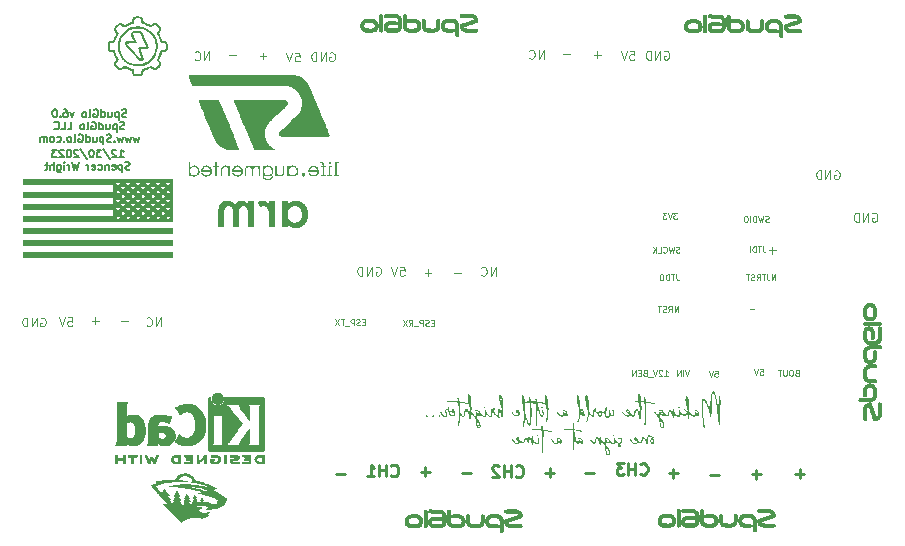
<source format=gbo>
G04 #@! TF.GenerationSoftware,KiCad,Pcbnew,7.0.2-0*
G04 #@! TF.CreationDate,2023-12-31T00:12:16-06:00*
G04 #@! TF.ProjectId,spudglo_driver_v6p0,73707564-676c-46f5-9f64-72697665725f,rev?*
G04 #@! TF.SameCoordinates,Original*
G04 #@! TF.FileFunction,Legend,Bot*
G04 #@! TF.FilePolarity,Positive*
%FSLAX46Y46*%
G04 Gerber Fmt 4.6, Leading zero omitted, Abs format (unit mm)*
G04 Created by KiCad (PCBNEW 7.0.2-0) date 2023-12-31 00:12:16*
%MOMM*%
%LPD*%
G01*
G04 APERTURE LIST*
%ADD10C,0.125000*%
%ADD11C,0.250000*%
%ADD12C,0.162500*%
%ADD13C,0.010000*%
%ADD14R,1.700000X1.700000*%
%ADD15O,1.700000X1.700000*%
%ADD16C,5.500000*%
%ADD17C,2.000000*%
%ADD18R,1.800000X4.400000*%
%ADD19O,1.800000X4.000000*%
%ADD20O,4.000000X1.800000*%
%ADD21C,0.650000*%
%ADD22O,1.000000X2.100000*%
%ADD23O,1.000000X1.600000*%
G04 APERTURE END LIST*
D10*
X98400952Y-160216904D02*
X98234285Y-160216904D01*
X98162857Y-160478809D02*
X98400952Y-160478809D01*
X98400952Y-160478809D02*
X98400952Y-159978809D01*
X98400952Y-159978809D02*
X98162857Y-159978809D01*
X97972380Y-160455000D02*
X97900952Y-160478809D01*
X97900952Y-160478809D02*
X97781904Y-160478809D01*
X97781904Y-160478809D02*
X97734285Y-160455000D01*
X97734285Y-160455000D02*
X97710476Y-160431190D01*
X97710476Y-160431190D02*
X97686666Y-160383571D01*
X97686666Y-160383571D02*
X97686666Y-160335952D01*
X97686666Y-160335952D02*
X97710476Y-160288333D01*
X97710476Y-160288333D02*
X97734285Y-160264523D01*
X97734285Y-160264523D02*
X97781904Y-160240714D01*
X97781904Y-160240714D02*
X97877142Y-160216904D01*
X97877142Y-160216904D02*
X97924761Y-160193095D01*
X97924761Y-160193095D02*
X97948571Y-160169285D01*
X97948571Y-160169285D02*
X97972380Y-160121666D01*
X97972380Y-160121666D02*
X97972380Y-160074047D01*
X97972380Y-160074047D02*
X97948571Y-160026428D01*
X97948571Y-160026428D02*
X97924761Y-160002619D01*
X97924761Y-160002619D02*
X97877142Y-159978809D01*
X97877142Y-159978809D02*
X97758095Y-159978809D01*
X97758095Y-159978809D02*
X97686666Y-160002619D01*
X97472381Y-160478809D02*
X97472381Y-159978809D01*
X97472381Y-159978809D02*
X97281905Y-159978809D01*
X97281905Y-159978809D02*
X97234286Y-160002619D01*
X97234286Y-160002619D02*
X97210476Y-160026428D01*
X97210476Y-160026428D02*
X97186667Y-160074047D01*
X97186667Y-160074047D02*
X97186667Y-160145476D01*
X97186667Y-160145476D02*
X97210476Y-160193095D01*
X97210476Y-160193095D02*
X97234286Y-160216904D01*
X97234286Y-160216904D02*
X97281905Y-160240714D01*
X97281905Y-160240714D02*
X97472381Y-160240714D01*
X97091429Y-160526428D02*
X96710476Y-160526428D01*
X96662857Y-159978809D02*
X96377143Y-159978809D01*
X96520000Y-160478809D02*
X96520000Y-159978809D01*
X96258096Y-159978809D02*
X95924763Y-160478809D01*
X95924763Y-159978809D02*
X96258096Y-160478809D01*
X104240952Y-160256904D02*
X104074285Y-160256904D01*
X104002857Y-160518809D02*
X104240952Y-160518809D01*
X104240952Y-160518809D02*
X104240952Y-160018809D01*
X104240952Y-160018809D02*
X104002857Y-160018809D01*
X103812380Y-160495000D02*
X103740952Y-160518809D01*
X103740952Y-160518809D02*
X103621904Y-160518809D01*
X103621904Y-160518809D02*
X103574285Y-160495000D01*
X103574285Y-160495000D02*
X103550476Y-160471190D01*
X103550476Y-160471190D02*
X103526666Y-160423571D01*
X103526666Y-160423571D02*
X103526666Y-160375952D01*
X103526666Y-160375952D02*
X103550476Y-160328333D01*
X103550476Y-160328333D02*
X103574285Y-160304523D01*
X103574285Y-160304523D02*
X103621904Y-160280714D01*
X103621904Y-160280714D02*
X103717142Y-160256904D01*
X103717142Y-160256904D02*
X103764761Y-160233095D01*
X103764761Y-160233095D02*
X103788571Y-160209285D01*
X103788571Y-160209285D02*
X103812380Y-160161666D01*
X103812380Y-160161666D02*
X103812380Y-160114047D01*
X103812380Y-160114047D02*
X103788571Y-160066428D01*
X103788571Y-160066428D02*
X103764761Y-160042619D01*
X103764761Y-160042619D02*
X103717142Y-160018809D01*
X103717142Y-160018809D02*
X103598095Y-160018809D01*
X103598095Y-160018809D02*
X103526666Y-160042619D01*
X103312381Y-160518809D02*
X103312381Y-160018809D01*
X103312381Y-160018809D02*
X103121905Y-160018809D01*
X103121905Y-160018809D02*
X103074286Y-160042619D01*
X103074286Y-160042619D02*
X103050476Y-160066428D01*
X103050476Y-160066428D02*
X103026667Y-160114047D01*
X103026667Y-160114047D02*
X103026667Y-160185476D01*
X103026667Y-160185476D02*
X103050476Y-160233095D01*
X103050476Y-160233095D02*
X103074286Y-160256904D01*
X103074286Y-160256904D02*
X103121905Y-160280714D01*
X103121905Y-160280714D02*
X103312381Y-160280714D01*
X102931429Y-160566428D02*
X102550476Y-160566428D01*
X102145715Y-160518809D02*
X102312381Y-160280714D01*
X102431429Y-160518809D02*
X102431429Y-160018809D01*
X102431429Y-160018809D02*
X102240953Y-160018809D01*
X102240953Y-160018809D02*
X102193334Y-160042619D01*
X102193334Y-160042619D02*
X102169524Y-160066428D01*
X102169524Y-160066428D02*
X102145715Y-160114047D01*
X102145715Y-160114047D02*
X102145715Y-160185476D01*
X102145715Y-160185476D02*
X102169524Y-160233095D01*
X102169524Y-160233095D02*
X102193334Y-160256904D01*
X102193334Y-160256904D02*
X102240953Y-160280714D01*
X102240953Y-160280714D02*
X102431429Y-160280714D01*
X101979048Y-160018809D02*
X101645715Y-160518809D01*
X101645715Y-160018809D02*
X101979048Y-160518809D01*
X124849046Y-150971309D02*
X124539522Y-150971309D01*
X124539522Y-150971309D02*
X124706189Y-151161785D01*
X124706189Y-151161785D02*
X124634760Y-151161785D01*
X124634760Y-151161785D02*
X124587141Y-151185595D01*
X124587141Y-151185595D02*
X124563332Y-151209404D01*
X124563332Y-151209404D02*
X124539522Y-151257023D01*
X124539522Y-151257023D02*
X124539522Y-151376071D01*
X124539522Y-151376071D02*
X124563332Y-151423690D01*
X124563332Y-151423690D02*
X124587141Y-151447500D01*
X124587141Y-151447500D02*
X124634760Y-151471309D01*
X124634760Y-151471309D02*
X124777617Y-151471309D01*
X124777617Y-151471309D02*
X124825236Y-151447500D01*
X124825236Y-151447500D02*
X124849046Y-151423690D01*
X124396665Y-150971309D02*
X124229999Y-151471309D01*
X124229999Y-151471309D02*
X124063332Y-150971309D01*
X123944285Y-150971309D02*
X123634761Y-150971309D01*
X123634761Y-150971309D02*
X123801428Y-151161785D01*
X123801428Y-151161785D02*
X123729999Y-151161785D01*
X123729999Y-151161785D02*
X123682380Y-151185595D01*
X123682380Y-151185595D02*
X123658571Y-151209404D01*
X123658571Y-151209404D02*
X123634761Y-151257023D01*
X123634761Y-151257023D02*
X123634761Y-151376071D01*
X123634761Y-151376071D02*
X123658571Y-151423690D01*
X123658571Y-151423690D02*
X123682380Y-151447500D01*
X123682380Y-151447500D02*
X123729999Y-151471309D01*
X123729999Y-151471309D02*
X123872856Y-151471309D01*
X123872856Y-151471309D02*
X123920475Y-151447500D01*
X123920475Y-151447500D02*
X123944285Y-151423690D01*
X125040951Y-154287500D02*
X124969523Y-154311309D01*
X124969523Y-154311309D02*
X124850475Y-154311309D01*
X124850475Y-154311309D02*
X124802856Y-154287500D01*
X124802856Y-154287500D02*
X124779047Y-154263690D01*
X124779047Y-154263690D02*
X124755237Y-154216071D01*
X124755237Y-154216071D02*
X124755237Y-154168452D01*
X124755237Y-154168452D02*
X124779047Y-154120833D01*
X124779047Y-154120833D02*
X124802856Y-154097023D01*
X124802856Y-154097023D02*
X124850475Y-154073214D01*
X124850475Y-154073214D02*
X124945713Y-154049404D01*
X124945713Y-154049404D02*
X124993332Y-154025595D01*
X124993332Y-154025595D02*
X125017142Y-154001785D01*
X125017142Y-154001785D02*
X125040951Y-153954166D01*
X125040951Y-153954166D02*
X125040951Y-153906547D01*
X125040951Y-153906547D02*
X125017142Y-153858928D01*
X125017142Y-153858928D02*
X124993332Y-153835119D01*
X124993332Y-153835119D02*
X124945713Y-153811309D01*
X124945713Y-153811309D02*
X124826666Y-153811309D01*
X124826666Y-153811309D02*
X124755237Y-153835119D01*
X124588571Y-153811309D02*
X124469523Y-154311309D01*
X124469523Y-154311309D02*
X124374285Y-153954166D01*
X124374285Y-153954166D02*
X124279047Y-154311309D01*
X124279047Y-154311309D02*
X124160000Y-153811309D01*
X123683809Y-154263690D02*
X123707618Y-154287500D01*
X123707618Y-154287500D02*
X123779047Y-154311309D01*
X123779047Y-154311309D02*
X123826666Y-154311309D01*
X123826666Y-154311309D02*
X123898094Y-154287500D01*
X123898094Y-154287500D02*
X123945713Y-154239880D01*
X123945713Y-154239880D02*
X123969523Y-154192261D01*
X123969523Y-154192261D02*
X123993332Y-154097023D01*
X123993332Y-154097023D02*
X123993332Y-154025595D01*
X123993332Y-154025595D02*
X123969523Y-153930357D01*
X123969523Y-153930357D02*
X123945713Y-153882738D01*
X123945713Y-153882738D02*
X123898094Y-153835119D01*
X123898094Y-153835119D02*
X123826666Y-153811309D01*
X123826666Y-153811309D02*
X123779047Y-153811309D01*
X123779047Y-153811309D02*
X123707618Y-153835119D01*
X123707618Y-153835119D02*
X123683809Y-153858928D01*
X123231428Y-154311309D02*
X123469523Y-154311309D01*
X123469523Y-154311309D02*
X123469523Y-153811309D01*
X123064761Y-154311309D02*
X123064761Y-153811309D01*
X122779047Y-154311309D02*
X122993332Y-154025595D01*
X122779047Y-153811309D02*
X123064761Y-154097023D01*
X124790952Y-156151309D02*
X124790952Y-156508452D01*
X124790952Y-156508452D02*
X124814761Y-156579880D01*
X124814761Y-156579880D02*
X124862380Y-156627500D01*
X124862380Y-156627500D02*
X124933809Y-156651309D01*
X124933809Y-156651309D02*
X124981428Y-156651309D01*
X124624285Y-156151309D02*
X124338571Y-156151309D01*
X124481428Y-156651309D02*
X124481428Y-156151309D01*
X124171905Y-156651309D02*
X124171905Y-156151309D01*
X124171905Y-156151309D02*
X124052857Y-156151309D01*
X124052857Y-156151309D02*
X123981429Y-156175119D01*
X123981429Y-156175119D02*
X123933810Y-156222738D01*
X123933810Y-156222738D02*
X123910000Y-156270357D01*
X123910000Y-156270357D02*
X123886191Y-156365595D01*
X123886191Y-156365595D02*
X123886191Y-156437023D01*
X123886191Y-156437023D02*
X123910000Y-156532261D01*
X123910000Y-156532261D02*
X123933810Y-156579880D01*
X123933810Y-156579880D02*
X123981429Y-156627500D01*
X123981429Y-156627500D02*
X124052857Y-156651309D01*
X124052857Y-156651309D02*
X124171905Y-156651309D01*
X123576667Y-156151309D02*
X123481429Y-156151309D01*
X123481429Y-156151309D02*
X123433810Y-156175119D01*
X123433810Y-156175119D02*
X123386191Y-156222738D01*
X123386191Y-156222738D02*
X123362381Y-156317976D01*
X123362381Y-156317976D02*
X123362381Y-156484642D01*
X123362381Y-156484642D02*
X123386191Y-156579880D01*
X123386191Y-156579880D02*
X123433810Y-156627500D01*
X123433810Y-156627500D02*
X123481429Y-156651309D01*
X123481429Y-156651309D02*
X123576667Y-156651309D01*
X123576667Y-156651309D02*
X123624286Y-156627500D01*
X123624286Y-156627500D02*
X123671905Y-156579880D01*
X123671905Y-156579880D02*
X123695714Y-156484642D01*
X123695714Y-156484642D02*
X123695714Y-156317976D01*
X123695714Y-156317976D02*
X123671905Y-156222738D01*
X123671905Y-156222738D02*
X123624286Y-156175119D01*
X123624286Y-156175119D02*
X123576667Y-156151309D01*
X124921428Y-159351309D02*
X124921428Y-158851309D01*
X124921428Y-158851309D02*
X124635714Y-159351309D01*
X124635714Y-159351309D02*
X124635714Y-158851309D01*
X124111904Y-159351309D02*
X124278570Y-159113214D01*
X124397618Y-159351309D02*
X124397618Y-158851309D01*
X124397618Y-158851309D02*
X124207142Y-158851309D01*
X124207142Y-158851309D02*
X124159523Y-158875119D01*
X124159523Y-158875119D02*
X124135713Y-158898928D01*
X124135713Y-158898928D02*
X124111904Y-158946547D01*
X124111904Y-158946547D02*
X124111904Y-159017976D01*
X124111904Y-159017976D02*
X124135713Y-159065595D01*
X124135713Y-159065595D02*
X124159523Y-159089404D01*
X124159523Y-159089404D02*
X124207142Y-159113214D01*
X124207142Y-159113214D02*
X124397618Y-159113214D01*
X123921427Y-159327500D02*
X123849999Y-159351309D01*
X123849999Y-159351309D02*
X123730951Y-159351309D01*
X123730951Y-159351309D02*
X123683332Y-159327500D01*
X123683332Y-159327500D02*
X123659523Y-159303690D01*
X123659523Y-159303690D02*
X123635713Y-159256071D01*
X123635713Y-159256071D02*
X123635713Y-159208452D01*
X123635713Y-159208452D02*
X123659523Y-159160833D01*
X123659523Y-159160833D02*
X123683332Y-159137023D01*
X123683332Y-159137023D02*
X123730951Y-159113214D01*
X123730951Y-159113214D02*
X123826189Y-159089404D01*
X123826189Y-159089404D02*
X123873808Y-159065595D01*
X123873808Y-159065595D02*
X123897618Y-159041785D01*
X123897618Y-159041785D02*
X123921427Y-158994166D01*
X123921427Y-158994166D02*
X123921427Y-158946547D01*
X123921427Y-158946547D02*
X123897618Y-158898928D01*
X123897618Y-158898928D02*
X123873808Y-158875119D01*
X123873808Y-158875119D02*
X123826189Y-158851309D01*
X123826189Y-158851309D02*
X123707142Y-158851309D01*
X123707142Y-158851309D02*
X123635713Y-158875119D01*
X123492856Y-158851309D02*
X123207142Y-158851309D01*
X123349999Y-159351309D02*
X123349999Y-158851309D01*
X131370476Y-159120833D02*
X130989524Y-159120833D01*
X133142380Y-156661309D02*
X133142380Y-156161309D01*
X133142380Y-156161309D02*
X132856666Y-156661309D01*
X132856666Y-156661309D02*
X132856666Y-156161309D01*
X132475713Y-156161309D02*
X132475713Y-156518452D01*
X132475713Y-156518452D02*
X132499522Y-156589880D01*
X132499522Y-156589880D02*
X132547141Y-156637500D01*
X132547141Y-156637500D02*
X132618570Y-156661309D01*
X132618570Y-156661309D02*
X132666189Y-156661309D01*
X132309046Y-156161309D02*
X132023332Y-156161309D01*
X132166189Y-156661309D02*
X132166189Y-156161309D01*
X131570952Y-156661309D02*
X131737618Y-156423214D01*
X131856666Y-156661309D02*
X131856666Y-156161309D01*
X131856666Y-156161309D02*
X131666190Y-156161309D01*
X131666190Y-156161309D02*
X131618571Y-156185119D01*
X131618571Y-156185119D02*
X131594761Y-156208928D01*
X131594761Y-156208928D02*
X131570952Y-156256547D01*
X131570952Y-156256547D02*
X131570952Y-156327976D01*
X131570952Y-156327976D02*
X131594761Y-156375595D01*
X131594761Y-156375595D02*
X131618571Y-156399404D01*
X131618571Y-156399404D02*
X131666190Y-156423214D01*
X131666190Y-156423214D02*
X131856666Y-156423214D01*
X131380475Y-156637500D02*
X131309047Y-156661309D01*
X131309047Y-156661309D02*
X131189999Y-156661309D01*
X131189999Y-156661309D02*
X131142380Y-156637500D01*
X131142380Y-156637500D02*
X131118571Y-156613690D01*
X131118571Y-156613690D02*
X131094761Y-156566071D01*
X131094761Y-156566071D02*
X131094761Y-156518452D01*
X131094761Y-156518452D02*
X131118571Y-156470833D01*
X131118571Y-156470833D02*
X131142380Y-156447023D01*
X131142380Y-156447023D02*
X131189999Y-156423214D01*
X131189999Y-156423214D02*
X131285237Y-156399404D01*
X131285237Y-156399404D02*
X131332856Y-156375595D01*
X131332856Y-156375595D02*
X131356666Y-156351785D01*
X131356666Y-156351785D02*
X131380475Y-156304166D01*
X131380475Y-156304166D02*
X131380475Y-156256547D01*
X131380475Y-156256547D02*
X131356666Y-156208928D01*
X131356666Y-156208928D02*
X131332856Y-156185119D01*
X131332856Y-156185119D02*
X131285237Y-156161309D01*
X131285237Y-156161309D02*
X131166190Y-156161309D01*
X131166190Y-156161309D02*
X131094761Y-156185119D01*
X130951904Y-156161309D02*
X130666190Y-156161309D01*
X130809047Y-156661309D02*
X130809047Y-156161309D01*
X132128094Y-153791309D02*
X132128094Y-154148452D01*
X132128094Y-154148452D02*
X132151903Y-154219880D01*
X132151903Y-154219880D02*
X132199522Y-154267500D01*
X132199522Y-154267500D02*
X132270951Y-154291309D01*
X132270951Y-154291309D02*
X132318570Y-154291309D01*
X131961427Y-153791309D02*
X131675713Y-153791309D01*
X131818570Y-154291309D02*
X131818570Y-153791309D01*
X131509047Y-154291309D02*
X131509047Y-153791309D01*
X131509047Y-153791309D02*
X131389999Y-153791309D01*
X131389999Y-153791309D02*
X131318571Y-153815119D01*
X131318571Y-153815119D02*
X131270952Y-153862738D01*
X131270952Y-153862738D02*
X131247142Y-153910357D01*
X131247142Y-153910357D02*
X131223333Y-154005595D01*
X131223333Y-154005595D02*
X131223333Y-154077023D01*
X131223333Y-154077023D02*
X131247142Y-154172261D01*
X131247142Y-154172261D02*
X131270952Y-154219880D01*
X131270952Y-154219880D02*
X131318571Y-154267500D01*
X131318571Y-154267500D02*
X131389999Y-154291309D01*
X131389999Y-154291309D02*
X131509047Y-154291309D01*
X131009047Y-154291309D02*
X131009047Y-153791309D01*
X132609523Y-151687500D02*
X132538095Y-151711309D01*
X132538095Y-151711309D02*
X132419047Y-151711309D01*
X132419047Y-151711309D02*
X132371428Y-151687500D01*
X132371428Y-151687500D02*
X132347619Y-151663690D01*
X132347619Y-151663690D02*
X132323809Y-151616071D01*
X132323809Y-151616071D02*
X132323809Y-151568452D01*
X132323809Y-151568452D02*
X132347619Y-151520833D01*
X132347619Y-151520833D02*
X132371428Y-151497023D01*
X132371428Y-151497023D02*
X132419047Y-151473214D01*
X132419047Y-151473214D02*
X132514285Y-151449404D01*
X132514285Y-151449404D02*
X132561904Y-151425595D01*
X132561904Y-151425595D02*
X132585714Y-151401785D01*
X132585714Y-151401785D02*
X132609523Y-151354166D01*
X132609523Y-151354166D02*
X132609523Y-151306547D01*
X132609523Y-151306547D02*
X132585714Y-151258928D01*
X132585714Y-151258928D02*
X132561904Y-151235119D01*
X132561904Y-151235119D02*
X132514285Y-151211309D01*
X132514285Y-151211309D02*
X132395238Y-151211309D01*
X132395238Y-151211309D02*
X132323809Y-151235119D01*
X132157143Y-151211309D02*
X132038095Y-151711309D01*
X132038095Y-151711309D02*
X131942857Y-151354166D01*
X131942857Y-151354166D02*
X131847619Y-151711309D01*
X131847619Y-151711309D02*
X131728572Y-151211309D01*
X131538095Y-151711309D02*
X131538095Y-151211309D01*
X131538095Y-151211309D02*
X131419047Y-151211309D01*
X131419047Y-151211309D02*
X131347619Y-151235119D01*
X131347619Y-151235119D02*
X131300000Y-151282738D01*
X131300000Y-151282738D02*
X131276190Y-151330357D01*
X131276190Y-151330357D02*
X131252381Y-151425595D01*
X131252381Y-151425595D02*
X131252381Y-151497023D01*
X131252381Y-151497023D02*
X131276190Y-151592261D01*
X131276190Y-151592261D02*
X131300000Y-151639880D01*
X131300000Y-151639880D02*
X131347619Y-151687500D01*
X131347619Y-151687500D02*
X131419047Y-151711309D01*
X131419047Y-151711309D02*
X131538095Y-151711309D01*
X131038095Y-151711309D02*
X131038095Y-151211309D01*
X130704762Y-151211309D02*
X130609524Y-151211309D01*
X130609524Y-151211309D02*
X130561905Y-151235119D01*
X130561905Y-151235119D02*
X130514286Y-151282738D01*
X130514286Y-151282738D02*
X130490476Y-151377976D01*
X130490476Y-151377976D02*
X130490476Y-151544642D01*
X130490476Y-151544642D02*
X130514286Y-151639880D01*
X130514286Y-151639880D02*
X130561905Y-151687500D01*
X130561905Y-151687500D02*
X130609524Y-151711309D01*
X130609524Y-151711309D02*
X130704762Y-151711309D01*
X130704762Y-151711309D02*
X130752381Y-151687500D01*
X130752381Y-151687500D02*
X130800000Y-151639880D01*
X130800000Y-151639880D02*
X130823809Y-151544642D01*
X130823809Y-151544642D02*
X130823809Y-151377976D01*
X130823809Y-151377976D02*
X130800000Y-151282738D01*
X130800000Y-151282738D02*
X130752381Y-151235119D01*
X130752381Y-151235119D02*
X130704762Y-151211309D01*
X134978571Y-164479404D02*
X134907143Y-164503214D01*
X134907143Y-164503214D02*
X134883333Y-164527023D01*
X134883333Y-164527023D02*
X134859524Y-164574642D01*
X134859524Y-164574642D02*
X134859524Y-164646071D01*
X134859524Y-164646071D02*
X134883333Y-164693690D01*
X134883333Y-164693690D02*
X134907143Y-164717500D01*
X134907143Y-164717500D02*
X134954762Y-164741309D01*
X134954762Y-164741309D02*
X135145238Y-164741309D01*
X135145238Y-164741309D02*
X135145238Y-164241309D01*
X135145238Y-164241309D02*
X134978571Y-164241309D01*
X134978571Y-164241309D02*
X134930952Y-164265119D01*
X134930952Y-164265119D02*
X134907143Y-164288928D01*
X134907143Y-164288928D02*
X134883333Y-164336547D01*
X134883333Y-164336547D02*
X134883333Y-164384166D01*
X134883333Y-164384166D02*
X134907143Y-164431785D01*
X134907143Y-164431785D02*
X134930952Y-164455595D01*
X134930952Y-164455595D02*
X134978571Y-164479404D01*
X134978571Y-164479404D02*
X135145238Y-164479404D01*
X134550000Y-164241309D02*
X134454762Y-164241309D01*
X134454762Y-164241309D02*
X134407143Y-164265119D01*
X134407143Y-164265119D02*
X134359524Y-164312738D01*
X134359524Y-164312738D02*
X134335714Y-164407976D01*
X134335714Y-164407976D02*
X134335714Y-164574642D01*
X134335714Y-164574642D02*
X134359524Y-164669880D01*
X134359524Y-164669880D02*
X134407143Y-164717500D01*
X134407143Y-164717500D02*
X134454762Y-164741309D01*
X134454762Y-164741309D02*
X134550000Y-164741309D01*
X134550000Y-164741309D02*
X134597619Y-164717500D01*
X134597619Y-164717500D02*
X134645238Y-164669880D01*
X134645238Y-164669880D02*
X134669047Y-164574642D01*
X134669047Y-164574642D02*
X134669047Y-164407976D01*
X134669047Y-164407976D02*
X134645238Y-164312738D01*
X134645238Y-164312738D02*
X134597619Y-164265119D01*
X134597619Y-164265119D02*
X134550000Y-164241309D01*
X134121428Y-164241309D02*
X134121428Y-164646071D01*
X134121428Y-164646071D02*
X134097618Y-164693690D01*
X134097618Y-164693690D02*
X134073809Y-164717500D01*
X134073809Y-164717500D02*
X134026190Y-164741309D01*
X134026190Y-164741309D02*
X133930952Y-164741309D01*
X133930952Y-164741309D02*
X133883333Y-164717500D01*
X133883333Y-164717500D02*
X133859523Y-164693690D01*
X133859523Y-164693690D02*
X133835714Y-164646071D01*
X133835714Y-164646071D02*
X133835714Y-164241309D01*
X133669046Y-164241309D02*
X133383332Y-164241309D01*
X133526189Y-164741309D02*
X133526189Y-164241309D01*
X131865237Y-164181309D02*
X132103332Y-164181309D01*
X132103332Y-164181309D02*
X132127141Y-164419404D01*
X132127141Y-164419404D02*
X132103332Y-164395595D01*
X132103332Y-164395595D02*
X132055713Y-164371785D01*
X132055713Y-164371785D02*
X131936665Y-164371785D01*
X131936665Y-164371785D02*
X131889046Y-164395595D01*
X131889046Y-164395595D02*
X131865237Y-164419404D01*
X131865237Y-164419404D02*
X131841427Y-164467023D01*
X131841427Y-164467023D02*
X131841427Y-164586071D01*
X131841427Y-164586071D02*
X131865237Y-164633690D01*
X131865237Y-164633690D02*
X131889046Y-164657500D01*
X131889046Y-164657500D02*
X131936665Y-164681309D01*
X131936665Y-164681309D02*
X132055713Y-164681309D01*
X132055713Y-164681309D02*
X132103332Y-164657500D01*
X132103332Y-164657500D02*
X132127141Y-164633690D01*
X131698570Y-164181309D02*
X131531904Y-164681309D01*
X131531904Y-164681309D02*
X131365237Y-164181309D01*
X128035237Y-164321309D02*
X128273332Y-164321309D01*
X128273332Y-164321309D02*
X128297141Y-164559404D01*
X128297141Y-164559404D02*
X128273332Y-164535595D01*
X128273332Y-164535595D02*
X128225713Y-164511785D01*
X128225713Y-164511785D02*
X128106665Y-164511785D01*
X128106665Y-164511785D02*
X128059046Y-164535595D01*
X128059046Y-164535595D02*
X128035237Y-164559404D01*
X128035237Y-164559404D02*
X128011427Y-164607023D01*
X128011427Y-164607023D02*
X128011427Y-164726071D01*
X128011427Y-164726071D02*
X128035237Y-164773690D01*
X128035237Y-164773690D02*
X128059046Y-164797500D01*
X128059046Y-164797500D02*
X128106665Y-164821309D01*
X128106665Y-164821309D02*
X128225713Y-164821309D01*
X128225713Y-164821309D02*
X128273332Y-164797500D01*
X128273332Y-164797500D02*
X128297141Y-164773690D01*
X127868570Y-164321309D02*
X127701904Y-164821309D01*
X127701904Y-164821309D02*
X127535237Y-164321309D01*
X123778094Y-164761309D02*
X124063808Y-164761309D01*
X123920951Y-164761309D02*
X123920951Y-164261309D01*
X123920951Y-164261309D02*
X123968570Y-164332738D01*
X123968570Y-164332738D02*
X124016189Y-164380357D01*
X124016189Y-164380357D02*
X124063808Y-164404166D01*
X123587618Y-164308928D02*
X123563809Y-164285119D01*
X123563809Y-164285119D02*
X123516190Y-164261309D01*
X123516190Y-164261309D02*
X123397142Y-164261309D01*
X123397142Y-164261309D02*
X123349523Y-164285119D01*
X123349523Y-164285119D02*
X123325714Y-164308928D01*
X123325714Y-164308928D02*
X123301904Y-164356547D01*
X123301904Y-164356547D02*
X123301904Y-164404166D01*
X123301904Y-164404166D02*
X123325714Y-164475595D01*
X123325714Y-164475595D02*
X123611428Y-164761309D01*
X123611428Y-164761309D02*
X123301904Y-164761309D01*
X123159047Y-164261309D02*
X122992381Y-164761309D01*
X122992381Y-164761309D02*
X122825714Y-164261309D01*
X122778096Y-164808928D02*
X122397143Y-164808928D01*
X122111429Y-164499404D02*
X122040001Y-164523214D01*
X122040001Y-164523214D02*
X122016191Y-164547023D01*
X122016191Y-164547023D02*
X121992382Y-164594642D01*
X121992382Y-164594642D02*
X121992382Y-164666071D01*
X121992382Y-164666071D02*
X122016191Y-164713690D01*
X122016191Y-164713690D02*
X122040001Y-164737500D01*
X122040001Y-164737500D02*
X122087620Y-164761309D01*
X122087620Y-164761309D02*
X122278096Y-164761309D01*
X122278096Y-164761309D02*
X122278096Y-164261309D01*
X122278096Y-164261309D02*
X122111429Y-164261309D01*
X122111429Y-164261309D02*
X122063810Y-164285119D01*
X122063810Y-164285119D02*
X122040001Y-164308928D01*
X122040001Y-164308928D02*
X122016191Y-164356547D01*
X122016191Y-164356547D02*
X122016191Y-164404166D01*
X122016191Y-164404166D02*
X122040001Y-164451785D01*
X122040001Y-164451785D02*
X122063810Y-164475595D01*
X122063810Y-164475595D02*
X122111429Y-164499404D01*
X122111429Y-164499404D02*
X122278096Y-164499404D01*
X121778096Y-164499404D02*
X121611429Y-164499404D01*
X121540001Y-164761309D02*
X121778096Y-164761309D01*
X121778096Y-164761309D02*
X121778096Y-164261309D01*
X121778096Y-164261309D02*
X121540001Y-164261309D01*
X121325715Y-164761309D02*
X121325715Y-164261309D01*
X121325715Y-164261309D02*
X121040001Y-164761309D01*
X121040001Y-164761309D02*
X121040001Y-164261309D01*
X125887618Y-164281309D02*
X125720952Y-164781309D01*
X125720952Y-164781309D02*
X125554285Y-164281309D01*
X125387619Y-164781309D02*
X125387619Y-164281309D01*
X125149524Y-164781309D02*
X125149524Y-164281309D01*
X125149524Y-164281309D02*
X124863810Y-164781309D01*
X124863810Y-164781309D02*
X124863810Y-164281309D01*
X70978571Y-159853928D02*
X71050000Y-159818214D01*
X71050000Y-159818214D02*
X71157142Y-159818214D01*
X71157142Y-159818214D02*
X71264285Y-159853928D01*
X71264285Y-159853928D02*
X71335714Y-159925357D01*
X71335714Y-159925357D02*
X71371428Y-159996785D01*
X71371428Y-159996785D02*
X71407142Y-160139642D01*
X71407142Y-160139642D02*
X71407142Y-160246785D01*
X71407142Y-160246785D02*
X71371428Y-160389642D01*
X71371428Y-160389642D02*
X71335714Y-160461071D01*
X71335714Y-160461071D02*
X71264285Y-160532500D01*
X71264285Y-160532500D02*
X71157142Y-160568214D01*
X71157142Y-160568214D02*
X71085714Y-160568214D01*
X71085714Y-160568214D02*
X70978571Y-160532500D01*
X70978571Y-160532500D02*
X70942857Y-160496785D01*
X70942857Y-160496785D02*
X70942857Y-160246785D01*
X70942857Y-160246785D02*
X71085714Y-160246785D01*
X70621428Y-160568214D02*
X70621428Y-159818214D01*
X70621428Y-159818214D02*
X70192857Y-160568214D01*
X70192857Y-160568214D02*
X70192857Y-159818214D01*
X69835714Y-160568214D02*
X69835714Y-159818214D01*
X69835714Y-159818214D02*
X69657143Y-159818214D01*
X69657143Y-159818214D02*
X69550000Y-159853928D01*
X69550000Y-159853928D02*
X69478571Y-159925357D01*
X69478571Y-159925357D02*
X69442857Y-159996785D01*
X69442857Y-159996785D02*
X69407143Y-160139642D01*
X69407143Y-160139642D02*
X69407143Y-160246785D01*
X69407143Y-160246785D02*
X69442857Y-160389642D01*
X69442857Y-160389642D02*
X69478571Y-160461071D01*
X69478571Y-160461071D02*
X69550000Y-160532500D01*
X69550000Y-160532500D02*
X69657143Y-160568214D01*
X69657143Y-160568214D02*
X69835714Y-160568214D01*
X103468571Y-156017500D02*
X104040000Y-156017500D01*
X103754285Y-155731785D02*
X103754285Y-156303214D01*
X75298571Y-160087500D02*
X75870000Y-160087500D01*
X75584285Y-159801785D02*
X75584285Y-160373214D01*
D11*
X131930951Y-173078333D02*
X131169047Y-173078333D01*
X131549999Y-172697380D02*
X131549999Y-173459285D01*
D10*
X81151428Y-160558214D02*
X81151428Y-159808214D01*
X81151428Y-159808214D02*
X80722857Y-160558214D01*
X80722857Y-160558214D02*
X80722857Y-159808214D01*
X79937143Y-160486785D02*
X79972857Y-160522500D01*
X79972857Y-160522500D02*
X80080000Y-160558214D01*
X80080000Y-160558214D02*
X80151428Y-160558214D01*
X80151428Y-160558214D02*
X80258571Y-160522500D01*
X80258571Y-160522500D02*
X80330000Y-160451071D01*
X80330000Y-160451071D02*
X80365714Y-160379642D01*
X80365714Y-160379642D02*
X80401428Y-160236785D01*
X80401428Y-160236785D02*
X80401428Y-160129642D01*
X80401428Y-160129642D02*
X80365714Y-159986785D01*
X80365714Y-159986785D02*
X80330000Y-159915357D01*
X80330000Y-159915357D02*
X80258571Y-159843928D01*
X80258571Y-159843928D02*
X80151428Y-159808214D01*
X80151428Y-159808214D02*
X80080000Y-159808214D01*
X80080000Y-159808214D02*
X79972857Y-159843928D01*
X79972857Y-159843928D02*
X79937143Y-159879642D01*
D11*
X135600951Y-173038333D02*
X134839047Y-173038333D01*
X135219999Y-172657380D02*
X135219999Y-173419285D01*
X103900951Y-172878333D02*
X103139047Y-172878333D01*
X103519999Y-172497380D02*
X103519999Y-173259285D01*
D12*
X78216190Y-142806750D02*
X78123333Y-142837702D01*
X78123333Y-142837702D02*
X77968571Y-142837702D01*
X77968571Y-142837702D02*
X77906666Y-142806750D01*
X77906666Y-142806750D02*
X77875714Y-142775797D01*
X77875714Y-142775797D02*
X77844761Y-142713892D01*
X77844761Y-142713892D02*
X77844761Y-142651988D01*
X77844761Y-142651988D02*
X77875714Y-142590083D01*
X77875714Y-142590083D02*
X77906666Y-142559130D01*
X77906666Y-142559130D02*
X77968571Y-142528178D01*
X77968571Y-142528178D02*
X78092380Y-142497226D01*
X78092380Y-142497226D02*
X78154285Y-142466273D01*
X78154285Y-142466273D02*
X78185238Y-142435321D01*
X78185238Y-142435321D02*
X78216190Y-142373416D01*
X78216190Y-142373416D02*
X78216190Y-142311511D01*
X78216190Y-142311511D02*
X78185238Y-142249607D01*
X78185238Y-142249607D02*
X78154285Y-142218654D01*
X78154285Y-142218654D02*
X78092380Y-142187702D01*
X78092380Y-142187702D02*
X77937619Y-142187702D01*
X77937619Y-142187702D02*
X77844761Y-142218654D01*
X77566190Y-142404369D02*
X77566190Y-143054369D01*
X77566190Y-142435321D02*
X77504285Y-142404369D01*
X77504285Y-142404369D02*
X77380475Y-142404369D01*
X77380475Y-142404369D02*
X77318571Y-142435321D01*
X77318571Y-142435321D02*
X77287618Y-142466273D01*
X77287618Y-142466273D02*
X77256666Y-142528178D01*
X77256666Y-142528178D02*
X77256666Y-142713892D01*
X77256666Y-142713892D02*
X77287618Y-142775797D01*
X77287618Y-142775797D02*
X77318571Y-142806750D01*
X77318571Y-142806750D02*
X77380475Y-142837702D01*
X77380475Y-142837702D02*
X77504285Y-142837702D01*
X77504285Y-142837702D02*
X77566190Y-142806750D01*
X76699523Y-142404369D02*
X76699523Y-142837702D01*
X76978095Y-142404369D02*
X76978095Y-142744845D01*
X76978095Y-142744845D02*
X76947142Y-142806750D01*
X76947142Y-142806750D02*
X76885237Y-142837702D01*
X76885237Y-142837702D02*
X76792380Y-142837702D01*
X76792380Y-142837702D02*
X76730476Y-142806750D01*
X76730476Y-142806750D02*
X76699523Y-142775797D01*
X76111428Y-142837702D02*
X76111428Y-142187702D01*
X76111428Y-142806750D02*
X76173333Y-142837702D01*
X76173333Y-142837702D02*
X76297142Y-142837702D01*
X76297142Y-142837702D02*
X76359047Y-142806750D01*
X76359047Y-142806750D02*
X76390000Y-142775797D01*
X76390000Y-142775797D02*
X76420952Y-142713892D01*
X76420952Y-142713892D02*
X76420952Y-142528178D01*
X76420952Y-142528178D02*
X76390000Y-142466273D01*
X76390000Y-142466273D02*
X76359047Y-142435321D01*
X76359047Y-142435321D02*
X76297142Y-142404369D01*
X76297142Y-142404369D02*
X76173333Y-142404369D01*
X76173333Y-142404369D02*
X76111428Y-142435321D01*
X75461428Y-142218654D02*
X75523333Y-142187702D01*
X75523333Y-142187702D02*
X75616190Y-142187702D01*
X75616190Y-142187702D02*
X75709047Y-142218654D01*
X75709047Y-142218654D02*
X75770952Y-142280559D01*
X75770952Y-142280559D02*
X75801905Y-142342464D01*
X75801905Y-142342464D02*
X75832857Y-142466273D01*
X75832857Y-142466273D02*
X75832857Y-142559130D01*
X75832857Y-142559130D02*
X75801905Y-142682940D01*
X75801905Y-142682940D02*
X75770952Y-142744845D01*
X75770952Y-142744845D02*
X75709047Y-142806750D01*
X75709047Y-142806750D02*
X75616190Y-142837702D01*
X75616190Y-142837702D02*
X75554286Y-142837702D01*
X75554286Y-142837702D02*
X75461428Y-142806750D01*
X75461428Y-142806750D02*
X75430476Y-142775797D01*
X75430476Y-142775797D02*
X75430476Y-142559130D01*
X75430476Y-142559130D02*
X75554286Y-142559130D01*
X75059047Y-142837702D02*
X75120952Y-142806750D01*
X75120952Y-142806750D02*
X75151905Y-142744845D01*
X75151905Y-142744845D02*
X75151905Y-142187702D01*
X74718571Y-142837702D02*
X74780476Y-142806750D01*
X74780476Y-142806750D02*
X74811429Y-142775797D01*
X74811429Y-142775797D02*
X74842381Y-142713892D01*
X74842381Y-142713892D02*
X74842381Y-142528178D01*
X74842381Y-142528178D02*
X74811429Y-142466273D01*
X74811429Y-142466273D02*
X74780476Y-142435321D01*
X74780476Y-142435321D02*
X74718571Y-142404369D01*
X74718571Y-142404369D02*
X74625714Y-142404369D01*
X74625714Y-142404369D02*
X74563810Y-142435321D01*
X74563810Y-142435321D02*
X74532857Y-142466273D01*
X74532857Y-142466273D02*
X74501905Y-142528178D01*
X74501905Y-142528178D02*
X74501905Y-142713892D01*
X74501905Y-142713892D02*
X74532857Y-142775797D01*
X74532857Y-142775797D02*
X74563810Y-142806750D01*
X74563810Y-142806750D02*
X74625714Y-142837702D01*
X74625714Y-142837702D02*
X74718571Y-142837702D01*
X73790000Y-142404369D02*
X73635238Y-142837702D01*
X73635238Y-142837702D02*
X73480477Y-142404369D01*
X72954286Y-142187702D02*
X73078096Y-142187702D01*
X73078096Y-142187702D02*
X73140000Y-142218654D01*
X73140000Y-142218654D02*
X73170953Y-142249607D01*
X73170953Y-142249607D02*
X73232858Y-142342464D01*
X73232858Y-142342464D02*
X73263810Y-142466273D01*
X73263810Y-142466273D02*
X73263810Y-142713892D01*
X73263810Y-142713892D02*
X73232858Y-142775797D01*
X73232858Y-142775797D02*
X73201905Y-142806750D01*
X73201905Y-142806750D02*
X73140000Y-142837702D01*
X73140000Y-142837702D02*
X73016191Y-142837702D01*
X73016191Y-142837702D02*
X72954286Y-142806750D01*
X72954286Y-142806750D02*
X72923334Y-142775797D01*
X72923334Y-142775797D02*
X72892381Y-142713892D01*
X72892381Y-142713892D02*
X72892381Y-142559130D01*
X72892381Y-142559130D02*
X72923334Y-142497226D01*
X72923334Y-142497226D02*
X72954286Y-142466273D01*
X72954286Y-142466273D02*
X73016191Y-142435321D01*
X73016191Y-142435321D02*
X73140000Y-142435321D01*
X73140000Y-142435321D02*
X73201905Y-142466273D01*
X73201905Y-142466273D02*
X73232858Y-142497226D01*
X73232858Y-142497226D02*
X73263810Y-142559130D01*
X72613810Y-142775797D02*
X72582857Y-142806750D01*
X72582857Y-142806750D02*
X72613810Y-142837702D01*
X72613810Y-142837702D02*
X72644762Y-142806750D01*
X72644762Y-142806750D02*
X72613810Y-142775797D01*
X72613810Y-142775797D02*
X72613810Y-142837702D01*
X72180476Y-142187702D02*
X72118571Y-142187702D01*
X72118571Y-142187702D02*
X72056667Y-142218654D01*
X72056667Y-142218654D02*
X72025714Y-142249607D01*
X72025714Y-142249607D02*
X71994762Y-142311511D01*
X71994762Y-142311511D02*
X71963809Y-142435321D01*
X71963809Y-142435321D02*
X71963809Y-142590083D01*
X71963809Y-142590083D02*
X71994762Y-142713892D01*
X71994762Y-142713892D02*
X72025714Y-142775797D01*
X72025714Y-142775797D02*
X72056667Y-142806750D01*
X72056667Y-142806750D02*
X72118571Y-142837702D01*
X72118571Y-142837702D02*
X72180476Y-142837702D01*
X72180476Y-142837702D02*
X72242381Y-142806750D01*
X72242381Y-142806750D02*
X72273333Y-142775797D01*
X72273333Y-142775797D02*
X72304286Y-142713892D01*
X72304286Y-142713892D02*
X72335238Y-142590083D01*
X72335238Y-142590083D02*
X72335238Y-142435321D01*
X72335238Y-142435321D02*
X72304286Y-142311511D01*
X72304286Y-142311511D02*
X72273333Y-142249607D01*
X72273333Y-142249607D02*
X72242381Y-142218654D01*
X72242381Y-142218654D02*
X72180476Y-142187702D01*
X78045951Y-143859750D02*
X77953094Y-143890702D01*
X77953094Y-143890702D02*
X77798332Y-143890702D01*
X77798332Y-143890702D02*
X77736427Y-143859750D01*
X77736427Y-143859750D02*
X77705475Y-143828797D01*
X77705475Y-143828797D02*
X77674522Y-143766892D01*
X77674522Y-143766892D02*
X77674522Y-143704988D01*
X77674522Y-143704988D02*
X77705475Y-143643083D01*
X77705475Y-143643083D02*
X77736427Y-143612130D01*
X77736427Y-143612130D02*
X77798332Y-143581178D01*
X77798332Y-143581178D02*
X77922141Y-143550226D01*
X77922141Y-143550226D02*
X77984046Y-143519273D01*
X77984046Y-143519273D02*
X78014999Y-143488321D01*
X78014999Y-143488321D02*
X78045951Y-143426416D01*
X78045951Y-143426416D02*
X78045951Y-143364511D01*
X78045951Y-143364511D02*
X78014999Y-143302607D01*
X78014999Y-143302607D02*
X77984046Y-143271654D01*
X77984046Y-143271654D02*
X77922141Y-143240702D01*
X77922141Y-143240702D02*
X77767380Y-143240702D01*
X77767380Y-143240702D02*
X77674522Y-143271654D01*
X77395951Y-143457369D02*
X77395951Y-144107369D01*
X77395951Y-143488321D02*
X77334046Y-143457369D01*
X77334046Y-143457369D02*
X77210236Y-143457369D01*
X77210236Y-143457369D02*
X77148332Y-143488321D01*
X77148332Y-143488321D02*
X77117379Y-143519273D01*
X77117379Y-143519273D02*
X77086427Y-143581178D01*
X77086427Y-143581178D02*
X77086427Y-143766892D01*
X77086427Y-143766892D02*
X77117379Y-143828797D01*
X77117379Y-143828797D02*
X77148332Y-143859750D01*
X77148332Y-143859750D02*
X77210236Y-143890702D01*
X77210236Y-143890702D02*
X77334046Y-143890702D01*
X77334046Y-143890702D02*
X77395951Y-143859750D01*
X76529284Y-143457369D02*
X76529284Y-143890702D01*
X76807856Y-143457369D02*
X76807856Y-143797845D01*
X76807856Y-143797845D02*
X76776903Y-143859750D01*
X76776903Y-143859750D02*
X76714998Y-143890702D01*
X76714998Y-143890702D02*
X76622141Y-143890702D01*
X76622141Y-143890702D02*
X76560237Y-143859750D01*
X76560237Y-143859750D02*
X76529284Y-143828797D01*
X75941189Y-143890702D02*
X75941189Y-143240702D01*
X75941189Y-143859750D02*
X76003094Y-143890702D01*
X76003094Y-143890702D02*
X76126903Y-143890702D01*
X76126903Y-143890702D02*
X76188808Y-143859750D01*
X76188808Y-143859750D02*
X76219761Y-143828797D01*
X76219761Y-143828797D02*
X76250713Y-143766892D01*
X76250713Y-143766892D02*
X76250713Y-143581178D01*
X76250713Y-143581178D02*
X76219761Y-143519273D01*
X76219761Y-143519273D02*
X76188808Y-143488321D01*
X76188808Y-143488321D02*
X76126903Y-143457369D01*
X76126903Y-143457369D02*
X76003094Y-143457369D01*
X76003094Y-143457369D02*
X75941189Y-143488321D01*
X75291189Y-143271654D02*
X75353094Y-143240702D01*
X75353094Y-143240702D02*
X75445951Y-143240702D01*
X75445951Y-143240702D02*
X75538808Y-143271654D01*
X75538808Y-143271654D02*
X75600713Y-143333559D01*
X75600713Y-143333559D02*
X75631666Y-143395464D01*
X75631666Y-143395464D02*
X75662618Y-143519273D01*
X75662618Y-143519273D02*
X75662618Y-143612130D01*
X75662618Y-143612130D02*
X75631666Y-143735940D01*
X75631666Y-143735940D02*
X75600713Y-143797845D01*
X75600713Y-143797845D02*
X75538808Y-143859750D01*
X75538808Y-143859750D02*
X75445951Y-143890702D01*
X75445951Y-143890702D02*
X75384047Y-143890702D01*
X75384047Y-143890702D02*
X75291189Y-143859750D01*
X75291189Y-143859750D02*
X75260237Y-143828797D01*
X75260237Y-143828797D02*
X75260237Y-143612130D01*
X75260237Y-143612130D02*
X75384047Y-143612130D01*
X74888808Y-143890702D02*
X74950713Y-143859750D01*
X74950713Y-143859750D02*
X74981666Y-143797845D01*
X74981666Y-143797845D02*
X74981666Y-143240702D01*
X74548332Y-143890702D02*
X74610237Y-143859750D01*
X74610237Y-143859750D02*
X74641190Y-143828797D01*
X74641190Y-143828797D02*
X74672142Y-143766892D01*
X74672142Y-143766892D02*
X74672142Y-143581178D01*
X74672142Y-143581178D02*
X74641190Y-143519273D01*
X74641190Y-143519273D02*
X74610237Y-143488321D01*
X74610237Y-143488321D02*
X74548332Y-143457369D01*
X74548332Y-143457369D02*
X74455475Y-143457369D01*
X74455475Y-143457369D02*
X74393571Y-143488321D01*
X74393571Y-143488321D02*
X74362618Y-143519273D01*
X74362618Y-143519273D02*
X74331666Y-143581178D01*
X74331666Y-143581178D02*
X74331666Y-143766892D01*
X74331666Y-143766892D02*
X74362618Y-143828797D01*
X74362618Y-143828797D02*
X74393571Y-143859750D01*
X74393571Y-143859750D02*
X74455475Y-143890702D01*
X74455475Y-143890702D02*
X74548332Y-143890702D01*
X73248333Y-143890702D02*
X73557857Y-143890702D01*
X73557857Y-143890702D02*
X73557857Y-143240702D01*
X72722143Y-143890702D02*
X73031667Y-143890702D01*
X73031667Y-143890702D02*
X73031667Y-143240702D01*
X72134048Y-143828797D02*
X72165000Y-143859750D01*
X72165000Y-143859750D02*
X72257858Y-143890702D01*
X72257858Y-143890702D02*
X72319762Y-143890702D01*
X72319762Y-143890702D02*
X72412619Y-143859750D01*
X72412619Y-143859750D02*
X72474524Y-143797845D01*
X72474524Y-143797845D02*
X72505477Y-143735940D01*
X72505477Y-143735940D02*
X72536429Y-143612130D01*
X72536429Y-143612130D02*
X72536429Y-143519273D01*
X72536429Y-143519273D02*
X72505477Y-143395464D01*
X72505477Y-143395464D02*
X72474524Y-143333559D01*
X72474524Y-143333559D02*
X72412619Y-143271654D01*
X72412619Y-143271654D02*
X72319762Y-143240702D01*
X72319762Y-143240702D02*
X72257858Y-143240702D01*
X72257858Y-143240702D02*
X72165000Y-143271654D01*
X72165000Y-143271654D02*
X72134048Y-143302607D01*
X79314998Y-144510369D02*
X79191189Y-144943702D01*
X79191189Y-144943702D02*
X79067379Y-144634178D01*
X79067379Y-144634178D02*
X78943570Y-144943702D01*
X78943570Y-144943702D02*
X78819760Y-144510369D01*
X78634046Y-144510369D02*
X78510237Y-144943702D01*
X78510237Y-144943702D02*
X78386427Y-144634178D01*
X78386427Y-144634178D02*
X78262618Y-144943702D01*
X78262618Y-144943702D02*
X78138808Y-144510369D01*
X77953094Y-144510369D02*
X77829285Y-144943702D01*
X77829285Y-144943702D02*
X77705475Y-144634178D01*
X77705475Y-144634178D02*
X77581666Y-144943702D01*
X77581666Y-144943702D02*
X77457856Y-144510369D01*
X77210238Y-144881797D02*
X77179285Y-144912750D01*
X77179285Y-144912750D02*
X77210238Y-144943702D01*
X77210238Y-144943702D02*
X77241190Y-144912750D01*
X77241190Y-144912750D02*
X77210238Y-144881797D01*
X77210238Y-144881797D02*
X77210238Y-144943702D01*
X76931666Y-144912750D02*
X76838809Y-144943702D01*
X76838809Y-144943702D02*
X76684047Y-144943702D01*
X76684047Y-144943702D02*
X76622142Y-144912750D01*
X76622142Y-144912750D02*
X76591190Y-144881797D01*
X76591190Y-144881797D02*
X76560237Y-144819892D01*
X76560237Y-144819892D02*
X76560237Y-144757988D01*
X76560237Y-144757988D02*
X76591190Y-144696083D01*
X76591190Y-144696083D02*
X76622142Y-144665130D01*
X76622142Y-144665130D02*
X76684047Y-144634178D01*
X76684047Y-144634178D02*
X76807856Y-144603226D01*
X76807856Y-144603226D02*
X76869761Y-144572273D01*
X76869761Y-144572273D02*
X76900714Y-144541321D01*
X76900714Y-144541321D02*
X76931666Y-144479416D01*
X76931666Y-144479416D02*
X76931666Y-144417511D01*
X76931666Y-144417511D02*
X76900714Y-144355607D01*
X76900714Y-144355607D02*
X76869761Y-144324654D01*
X76869761Y-144324654D02*
X76807856Y-144293702D01*
X76807856Y-144293702D02*
X76653095Y-144293702D01*
X76653095Y-144293702D02*
X76560237Y-144324654D01*
X76281666Y-144510369D02*
X76281666Y-145160369D01*
X76281666Y-144541321D02*
X76219761Y-144510369D01*
X76219761Y-144510369D02*
X76095951Y-144510369D01*
X76095951Y-144510369D02*
X76034047Y-144541321D01*
X76034047Y-144541321D02*
X76003094Y-144572273D01*
X76003094Y-144572273D02*
X75972142Y-144634178D01*
X75972142Y-144634178D02*
X75972142Y-144819892D01*
X75972142Y-144819892D02*
X76003094Y-144881797D01*
X76003094Y-144881797D02*
X76034047Y-144912750D01*
X76034047Y-144912750D02*
X76095951Y-144943702D01*
X76095951Y-144943702D02*
X76219761Y-144943702D01*
X76219761Y-144943702D02*
X76281666Y-144912750D01*
X75414999Y-144510369D02*
X75414999Y-144943702D01*
X75693571Y-144510369D02*
X75693571Y-144850845D01*
X75693571Y-144850845D02*
X75662618Y-144912750D01*
X75662618Y-144912750D02*
X75600713Y-144943702D01*
X75600713Y-144943702D02*
X75507856Y-144943702D01*
X75507856Y-144943702D02*
X75445952Y-144912750D01*
X75445952Y-144912750D02*
X75414999Y-144881797D01*
X74826904Y-144943702D02*
X74826904Y-144293702D01*
X74826904Y-144912750D02*
X74888809Y-144943702D01*
X74888809Y-144943702D02*
X75012618Y-144943702D01*
X75012618Y-144943702D02*
X75074523Y-144912750D01*
X75074523Y-144912750D02*
X75105476Y-144881797D01*
X75105476Y-144881797D02*
X75136428Y-144819892D01*
X75136428Y-144819892D02*
X75136428Y-144634178D01*
X75136428Y-144634178D02*
X75105476Y-144572273D01*
X75105476Y-144572273D02*
X75074523Y-144541321D01*
X75074523Y-144541321D02*
X75012618Y-144510369D01*
X75012618Y-144510369D02*
X74888809Y-144510369D01*
X74888809Y-144510369D02*
X74826904Y-144541321D01*
X74176904Y-144324654D02*
X74238809Y-144293702D01*
X74238809Y-144293702D02*
X74331666Y-144293702D01*
X74331666Y-144293702D02*
X74424523Y-144324654D01*
X74424523Y-144324654D02*
X74486428Y-144386559D01*
X74486428Y-144386559D02*
X74517381Y-144448464D01*
X74517381Y-144448464D02*
X74548333Y-144572273D01*
X74548333Y-144572273D02*
X74548333Y-144665130D01*
X74548333Y-144665130D02*
X74517381Y-144788940D01*
X74517381Y-144788940D02*
X74486428Y-144850845D01*
X74486428Y-144850845D02*
X74424523Y-144912750D01*
X74424523Y-144912750D02*
X74331666Y-144943702D01*
X74331666Y-144943702D02*
X74269762Y-144943702D01*
X74269762Y-144943702D02*
X74176904Y-144912750D01*
X74176904Y-144912750D02*
X74145952Y-144881797D01*
X74145952Y-144881797D02*
X74145952Y-144665130D01*
X74145952Y-144665130D02*
X74269762Y-144665130D01*
X73774523Y-144943702D02*
X73836428Y-144912750D01*
X73836428Y-144912750D02*
X73867381Y-144850845D01*
X73867381Y-144850845D02*
X73867381Y-144293702D01*
X73434047Y-144943702D02*
X73495952Y-144912750D01*
X73495952Y-144912750D02*
X73526905Y-144881797D01*
X73526905Y-144881797D02*
X73557857Y-144819892D01*
X73557857Y-144819892D02*
X73557857Y-144634178D01*
X73557857Y-144634178D02*
X73526905Y-144572273D01*
X73526905Y-144572273D02*
X73495952Y-144541321D01*
X73495952Y-144541321D02*
X73434047Y-144510369D01*
X73434047Y-144510369D02*
X73341190Y-144510369D01*
X73341190Y-144510369D02*
X73279286Y-144541321D01*
X73279286Y-144541321D02*
X73248333Y-144572273D01*
X73248333Y-144572273D02*
X73217381Y-144634178D01*
X73217381Y-144634178D02*
X73217381Y-144819892D01*
X73217381Y-144819892D02*
X73248333Y-144881797D01*
X73248333Y-144881797D02*
X73279286Y-144912750D01*
X73279286Y-144912750D02*
X73341190Y-144943702D01*
X73341190Y-144943702D02*
X73434047Y-144943702D01*
X72938810Y-144881797D02*
X72907857Y-144912750D01*
X72907857Y-144912750D02*
X72938810Y-144943702D01*
X72938810Y-144943702D02*
X72969762Y-144912750D01*
X72969762Y-144912750D02*
X72938810Y-144881797D01*
X72938810Y-144881797D02*
X72938810Y-144943702D01*
X72350714Y-144912750D02*
X72412619Y-144943702D01*
X72412619Y-144943702D02*
X72536428Y-144943702D01*
X72536428Y-144943702D02*
X72598333Y-144912750D01*
X72598333Y-144912750D02*
X72629286Y-144881797D01*
X72629286Y-144881797D02*
X72660238Y-144819892D01*
X72660238Y-144819892D02*
X72660238Y-144634178D01*
X72660238Y-144634178D02*
X72629286Y-144572273D01*
X72629286Y-144572273D02*
X72598333Y-144541321D01*
X72598333Y-144541321D02*
X72536428Y-144510369D01*
X72536428Y-144510369D02*
X72412619Y-144510369D01*
X72412619Y-144510369D02*
X72350714Y-144541321D01*
X71979285Y-144943702D02*
X72041190Y-144912750D01*
X72041190Y-144912750D02*
X72072143Y-144881797D01*
X72072143Y-144881797D02*
X72103095Y-144819892D01*
X72103095Y-144819892D02*
X72103095Y-144634178D01*
X72103095Y-144634178D02*
X72072143Y-144572273D01*
X72072143Y-144572273D02*
X72041190Y-144541321D01*
X72041190Y-144541321D02*
X71979285Y-144510369D01*
X71979285Y-144510369D02*
X71886428Y-144510369D01*
X71886428Y-144510369D02*
X71824524Y-144541321D01*
X71824524Y-144541321D02*
X71793571Y-144572273D01*
X71793571Y-144572273D02*
X71762619Y-144634178D01*
X71762619Y-144634178D02*
X71762619Y-144819892D01*
X71762619Y-144819892D02*
X71793571Y-144881797D01*
X71793571Y-144881797D02*
X71824524Y-144912750D01*
X71824524Y-144912750D02*
X71886428Y-144943702D01*
X71886428Y-144943702D02*
X71979285Y-144943702D01*
X71484048Y-144943702D02*
X71484048Y-144510369D01*
X71484048Y-144572273D02*
X71453095Y-144541321D01*
X71453095Y-144541321D02*
X71391190Y-144510369D01*
X71391190Y-144510369D02*
X71298333Y-144510369D01*
X71298333Y-144510369D02*
X71236429Y-144541321D01*
X71236429Y-144541321D02*
X71205476Y-144603226D01*
X71205476Y-144603226D02*
X71205476Y-144943702D01*
X71205476Y-144603226D02*
X71174524Y-144541321D01*
X71174524Y-144541321D02*
X71112619Y-144510369D01*
X71112619Y-144510369D02*
X71019762Y-144510369D01*
X71019762Y-144510369D02*
X70957857Y-144541321D01*
X70957857Y-144541321D02*
X70926905Y-144603226D01*
X70926905Y-144603226D02*
X70926905Y-144943702D01*
D10*
X123758571Y-137263928D02*
X123830000Y-137228214D01*
X123830000Y-137228214D02*
X123937142Y-137228214D01*
X123937142Y-137228214D02*
X124044285Y-137263928D01*
X124044285Y-137263928D02*
X124115714Y-137335357D01*
X124115714Y-137335357D02*
X124151428Y-137406785D01*
X124151428Y-137406785D02*
X124187142Y-137549642D01*
X124187142Y-137549642D02*
X124187142Y-137656785D01*
X124187142Y-137656785D02*
X124151428Y-137799642D01*
X124151428Y-137799642D02*
X124115714Y-137871071D01*
X124115714Y-137871071D02*
X124044285Y-137942500D01*
X124044285Y-137942500D02*
X123937142Y-137978214D01*
X123937142Y-137978214D02*
X123865714Y-137978214D01*
X123865714Y-137978214D02*
X123758571Y-137942500D01*
X123758571Y-137942500D02*
X123722857Y-137906785D01*
X123722857Y-137906785D02*
X123722857Y-137656785D01*
X123722857Y-137656785D02*
X123865714Y-137656785D01*
X123401428Y-137978214D02*
X123401428Y-137228214D01*
X123401428Y-137228214D02*
X122972857Y-137978214D01*
X122972857Y-137978214D02*
X122972857Y-137228214D01*
X122615714Y-137978214D02*
X122615714Y-137228214D01*
X122615714Y-137228214D02*
X122437143Y-137228214D01*
X122437143Y-137228214D02*
X122330000Y-137263928D01*
X122330000Y-137263928D02*
X122258571Y-137335357D01*
X122258571Y-137335357D02*
X122222857Y-137406785D01*
X122222857Y-137406785D02*
X122187143Y-137549642D01*
X122187143Y-137549642D02*
X122187143Y-137656785D01*
X122187143Y-137656785D02*
X122222857Y-137799642D01*
X122222857Y-137799642D02*
X122258571Y-137871071D01*
X122258571Y-137871071D02*
X122330000Y-137942500D01*
X122330000Y-137942500D02*
X122437143Y-137978214D01*
X122437143Y-137978214D02*
X122615714Y-137978214D01*
X92514285Y-137388214D02*
X92871428Y-137388214D01*
X92871428Y-137388214D02*
X92907142Y-137745357D01*
X92907142Y-137745357D02*
X92871428Y-137709642D01*
X92871428Y-137709642D02*
X92800000Y-137673928D01*
X92800000Y-137673928D02*
X92621428Y-137673928D01*
X92621428Y-137673928D02*
X92550000Y-137709642D01*
X92550000Y-137709642D02*
X92514285Y-137745357D01*
X92514285Y-137745357D02*
X92478571Y-137816785D01*
X92478571Y-137816785D02*
X92478571Y-137995357D01*
X92478571Y-137995357D02*
X92514285Y-138066785D01*
X92514285Y-138066785D02*
X92550000Y-138102500D01*
X92550000Y-138102500D02*
X92621428Y-138138214D01*
X92621428Y-138138214D02*
X92800000Y-138138214D01*
X92800000Y-138138214D02*
X92871428Y-138102500D01*
X92871428Y-138102500D02*
X92907142Y-138066785D01*
X92264285Y-137388214D02*
X92014285Y-138138214D01*
X92014285Y-138138214D02*
X91764285Y-137388214D01*
X113551428Y-137898214D02*
X113551428Y-137148214D01*
X113551428Y-137148214D02*
X113122857Y-137898214D01*
X113122857Y-137898214D02*
X113122857Y-137148214D01*
X112337143Y-137826785D02*
X112372857Y-137862500D01*
X112372857Y-137862500D02*
X112480000Y-137898214D01*
X112480000Y-137898214D02*
X112551428Y-137898214D01*
X112551428Y-137898214D02*
X112658571Y-137862500D01*
X112658571Y-137862500D02*
X112730000Y-137791071D01*
X112730000Y-137791071D02*
X112765714Y-137719642D01*
X112765714Y-137719642D02*
X112801428Y-137576785D01*
X112801428Y-137576785D02*
X112801428Y-137469642D01*
X112801428Y-137469642D02*
X112765714Y-137326785D01*
X112765714Y-137326785D02*
X112730000Y-137255357D01*
X112730000Y-137255357D02*
X112658571Y-137183928D01*
X112658571Y-137183928D02*
X112551428Y-137148214D01*
X112551428Y-137148214D02*
X112480000Y-137148214D01*
X112480000Y-137148214D02*
X112372857Y-137183928D01*
X112372857Y-137183928D02*
X112337143Y-137219642D01*
D11*
X107370951Y-172978333D02*
X106609047Y-172978333D01*
D10*
X115791428Y-137492500D02*
X115220000Y-137492500D01*
D11*
X128430951Y-173108333D02*
X127669047Y-173108333D01*
D10*
X133191428Y-154112500D02*
X132620000Y-154112500D01*
X132905714Y-154398214D02*
X132905714Y-153826785D01*
D12*
X77611905Y-146244202D02*
X77983334Y-146244202D01*
X77797620Y-146244202D02*
X77797620Y-145594202D01*
X77797620Y-145594202D02*
X77859524Y-145687059D01*
X77859524Y-145687059D02*
X77921429Y-145748964D01*
X77921429Y-145748964D02*
X77983334Y-145779916D01*
X77364286Y-145656107D02*
X77333334Y-145625154D01*
X77333334Y-145625154D02*
X77271429Y-145594202D01*
X77271429Y-145594202D02*
X77116667Y-145594202D01*
X77116667Y-145594202D02*
X77054762Y-145625154D01*
X77054762Y-145625154D02*
X77023810Y-145656107D01*
X77023810Y-145656107D02*
X76992857Y-145718011D01*
X76992857Y-145718011D02*
X76992857Y-145779916D01*
X76992857Y-145779916D02*
X77023810Y-145872773D01*
X77023810Y-145872773D02*
X77395238Y-146244202D01*
X77395238Y-146244202D02*
X76992857Y-146244202D01*
X76250000Y-145563250D02*
X76807143Y-146398964D01*
X76095238Y-145594202D02*
X75692857Y-145594202D01*
X75692857Y-145594202D02*
X75909524Y-145841821D01*
X75909524Y-145841821D02*
X75816667Y-145841821D01*
X75816667Y-145841821D02*
X75754762Y-145872773D01*
X75754762Y-145872773D02*
X75723810Y-145903726D01*
X75723810Y-145903726D02*
X75692857Y-145965630D01*
X75692857Y-145965630D02*
X75692857Y-146120392D01*
X75692857Y-146120392D02*
X75723810Y-146182297D01*
X75723810Y-146182297D02*
X75754762Y-146213250D01*
X75754762Y-146213250D02*
X75816667Y-146244202D01*
X75816667Y-146244202D02*
X76002381Y-146244202D01*
X76002381Y-146244202D02*
X76064286Y-146213250D01*
X76064286Y-146213250D02*
X76095238Y-146182297D01*
X75290476Y-145594202D02*
X75228571Y-145594202D01*
X75228571Y-145594202D02*
X75166667Y-145625154D01*
X75166667Y-145625154D02*
X75135714Y-145656107D01*
X75135714Y-145656107D02*
X75104762Y-145718011D01*
X75104762Y-145718011D02*
X75073809Y-145841821D01*
X75073809Y-145841821D02*
X75073809Y-145996583D01*
X75073809Y-145996583D02*
X75104762Y-146120392D01*
X75104762Y-146120392D02*
X75135714Y-146182297D01*
X75135714Y-146182297D02*
X75166667Y-146213250D01*
X75166667Y-146213250D02*
X75228571Y-146244202D01*
X75228571Y-146244202D02*
X75290476Y-146244202D01*
X75290476Y-146244202D02*
X75352381Y-146213250D01*
X75352381Y-146213250D02*
X75383333Y-146182297D01*
X75383333Y-146182297D02*
X75414286Y-146120392D01*
X75414286Y-146120392D02*
X75445238Y-145996583D01*
X75445238Y-145996583D02*
X75445238Y-145841821D01*
X75445238Y-145841821D02*
X75414286Y-145718011D01*
X75414286Y-145718011D02*
X75383333Y-145656107D01*
X75383333Y-145656107D02*
X75352381Y-145625154D01*
X75352381Y-145625154D02*
X75290476Y-145594202D01*
X74330952Y-145563250D02*
X74888095Y-146398964D01*
X74145238Y-145656107D02*
X74114286Y-145625154D01*
X74114286Y-145625154D02*
X74052381Y-145594202D01*
X74052381Y-145594202D02*
X73897619Y-145594202D01*
X73897619Y-145594202D02*
X73835714Y-145625154D01*
X73835714Y-145625154D02*
X73804762Y-145656107D01*
X73804762Y-145656107D02*
X73773809Y-145718011D01*
X73773809Y-145718011D02*
X73773809Y-145779916D01*
X73773809Y-145779916D02*
X73804762Y-145872773D01*
X73804762Y-145872773D02*
X74176190Y-146244202D01*
X74176190Y-146244202D02*
X73773809Y-146244202D01*
X73371428Y-145594202D02*
X73309523Y-145594202D01*
X73309523Y-145594202D02*
X73247619Y-145625154D01*
X73247619Y-145625154D02*
X73216666Y-145656107D01*
X73216666Y-145656107D02*
X73185714Y-145718011D01*
X73185714Y-145718011D02*
X73154761Y-145841821D01*
X73154761Y-145841821D02*
X73154761Y-145996583D01*
X73154761Y-145996583D02*
X73185714Y-146120392D01*
X73185714Y-146120392D02*
X73216666Y-146182297D01*
X73216666Y-146182297D02*
X73247619Y-146213250D01*
X73247619Y-146213250D02*
X73309523Y-146244202D01*
X73309523Y-146244202D02*
X73371428Y-146244202D01*
X73371428Y-146244202D02*
X73433333Y-146213250D01*
X73433333Y-146213250D02*
X73464285Y-146182297D01*
X73464285Y-146182297D02*
X73495238Y-146120392D01*
X73495238Y-146120392D02*
X73526190Y-145996583D01*
X73526190Y-145996583D02*
X73526190Y-145841821D01*
X73526190Y-145841821D02*
X73495238Y-145718011D01*
X73495238Y-145718011D02*
X73464285Y-145656107D01*
X73464285Y-145656107D02*
X73433333Y-145625154D01*
X73433333Y-145625154D02*
X73371428Y-145594202D01*
X72907142Y-145656107D02*
X72876190Y-145625154D01*
X72876190Y-145625154D02*
X72814285Y-145594202D01*
X72814285Y-145594202D02*
X72659523Y-145594202D01*
X72659523Y-145594202D02*
X72597618Y-145625154D01*
X72597618Y-145625154D02*
X72566666Y-145656107D01*
X72566666Y-145656107D02*
X72535713Y-145718011D01*
X72535713Y-145718011D02*
X72535713Y-145779916D01*
X72535713Y-145779916D02*
X72566666Y-145872773D01*
X72566666Y-145872773D02*
X72938094Y-146244202D01*
X72938094Y-146244202D02*
X72535713Y-146244202D01*
X72319046Y-145594202D02*
X71916665Y-145594202D01*
X71916665Y-145594202D02*
X72133332Y-145841821D01*
X72133332Y-145841821D02*
X72040475Y-145841821D01*
X72040475Y-145841821D02*
X71978570Y-145872773D01*
X71978570Y-145872773D02*
X71947618Y-145903726D01*
X71947618Y-145903726D02*
X71916665Y-145965630D01*
X71916665Y-145965630D02*
X71916665Y-146120392D01*
X71916665Y-146120392D02*
X71947618Y-146182297D01*
X71947618Y-146182297D02*
X71978570Y-146213250D01*
X71978570Y-146213250D02*
X72040475Y-146244202D01*
X72040475Y-146244202D02*
X72226189Y-146244202D01*
X72226189Y-146244202D02*
X72288094Y-146213250D01*
X72288094Y-146213250D02*
X72319046Y-146182297D01*
X78509523Y-147266250D02*
X78416666Y-147297202D01*
X78416666Y-147297202D02*
X78261904Y-147297202D01*
X78261904Y-147297202D02*
X78199999Y-147266250D01*
X78199999Y-147266250D02*
X78169047Y-147235297D01*
X78169047Y-147235297D02*
X78138094Y-147173392D01*
X78138094Y-147173392D02*
X78138094Y-147111488D01*
X78138094Y-147111488D02*
X78169047Y-147049583D01*
X78169047Y-147049583D02*
X78199999Y-147018630D01*
X78199999Y-147018630D02*
X78261904Y-146987678D01*
X78261904Y-146987678D02*
X78385713Y-146956726D01*
X78385713Y-146956726D02*
X78447618Y-146925773D01*
X78447618Y-146925773D02*
X78478571Y-146894821D01*
X78478571Y-146894821D02*
X78509523Y-146832916D01*
X78509523Y-146832916D02*
X78509523Y-146771011D01*
X78509523Y-146771011D02*
X78478571Y-146709107D01*
X78478571Y-146709107D02*
X78447618Y-146678154D01*
X78447618Y-146678154D02*
X78385713Y-146647202D01*
X78385713Y-146647202D02*
X78230952Y-146647202D01*
X78230952Y-146647202D02*
X78138094Y-146678154D01*
X77859523Y-146863869D02*
X77859523Y-147513869D01*
X77859523Y-146894821D02*
X77797618Y-146863869D01*
X77797618Y-146863869D02*
X77673808Y-146863869D01*
X77673808Y-146863869D02*
X77611904Y-146894821D01*
X77611904Y-146894821D02*
X77580951Y-146925773D01*
X77580951Y-146925773D02*
X77549999Y-146987678D01*
X77549999Y-146987678D02*
X77549999Y-147173392D01*
X77549999Y-147173392D02*
X77580951Y-147235297D01*
X77580951Y-147235297D02*
X77611904Y-147266250D01*
X77611904Y-147266250D02*
X77673808Y-147297202D01*
X77673808Y-147297202D02*
X77797618Y-147297202D01*
X77797618Y-147297202D02*
X77859523Y-147266250D01*
X77023809Y-147266250D02*
X77085713Y-147297202D01*
X77085713Y-147297202D02*
X77209523Y-147297202D01*
X77209523Y-147297202D02*
X77271428Y-147266250D01*
X77271428Y-147266250D02*
X77302380Y-147204345D01*
X77302380Y-147204345D02*
X77302380Y-146956726D01*
X77302380Y-146956726D02*
X77271428Y-146894821D01*
X77271428Y-146894821D02*
X77209523Y-146863869D01*
X77209523Y-146863869D02*
X77085713Y-146863869D01*
X77085713Y-146863869D02*
X77023809Y-146894821D01*
X77023809Y-146894821D02*
X76992856Y-146956726D01*
X76992856Y-146956726D02*
X76992856Y-147018630D01*
X76992856Y-147018630D02*
X77302380Y-147080535D01*
X76714285Y-146863869D02*
X76714285Y-147297202D01*
X76714285Y-146925773D02*
X76683332Y-146894821D01*
X76683332Y-146894821D02*
X76621427Y-146863869D01*
X76621427Y-146863869D02*
X76528570Y-146863869D01*
X76528570Y-146863869D02*
X76466666Y-146894821D01*
X76466666Y-146894821D02*
X76435713Y-146956726D01*
X76435713Y-146956726D02*
X76435713Y-147297202D01*
X75847618Y-147266250D02*
X75909523Y-147297202D01*
X75909523Y-147297202D02*
X76033332Y-147297202D01*
X76033332Y-147297202D02*
X76095237Y-147266250D01*
X76095237Y-147266250D02*
X76126190Y-147235297D01*
X76126190Y-147235297D02*
X76157142Y-147173392D01*
X76157142Y-147173392D02*
X76157142Y-146987678D01*
X76157142Y-146987678D02*
X76126190Y-146925773D01*
X76126190Y-146925773D02*
X76095237Y-146894821D01*
X76095237Y-146894821D02*
X76033332Y-146863869D01*
X76033332Y-146863869D02*
X75909523Y-146863869D01*
X75909523Y-146863869D02*
X75847618Y-146894821D01*
X75321428Y-147266250D02*
X75383332Y-147297202D01*
X75383332Y-147297202D02*
X75507142Y-147297202D01*
X75507142Y-147297202D02*
X75569047Y-147266250D01*
X75569047Y-147266250D02*
X75599999Y-147204345D01*
X75599999Y-147204345D02*
X75599999Y-146956726D01*
X75599999Y-146956726D02*
X75569047Y-146894821D01*
X75569047Y-146894821D02*
X75507142Y-146863869D01*
X75507142Y-146863869D02*
X75383332Y-146863869D01*
X75383332Y-146863869D02*
X75321428Y-146894821D01*
X75321428Y-146894821D02*
X75290475Y-146956726D01*
X75290475Y-146956726D02*
X75290475Y-147018630D01*
X75290475Y-147018630D02*
X75599999Y-147080535D01*
X75011904Y-147297202D02*
X75011904Y-146863869D01*
X75011904Y-146987678D02*
X74980951Y-146925773D01*
X74980951Y-146925773D02*
X74949999Y-146894821D01*
X74949999Y-146894821D02*
X74888094Y-146863869D01*
X74888094Y-146863869D02*
X74826189Y-146863869D01*
X74176189Y-146647202D02*
X74021427Y-147297202D01*
X74021427Y-147297202D02*
X73897618Y-146832916D01*
X73897618Y-146832916D02*
X73773808Y-147297202D01*
X73773808Y-147297202D02*
X73619047Y-146647202D01*
X73371428Y-147297202D02*
X73371428Y-146863869D01*
X73371428Y-146987678D02*
X73340475Y-146925773D01*
X73340475Y-146925773D02*
X73309523Y-146894821D01*
X73309523Y-146894821D02*
X73247618Y-146863869D01*
X73247618Y-146863869D02*
X73185713Y-146863869D01*
X72969047Y-147297202D02*
X72969047Y-146863869D01*
X72969047Y-146647202D02*
X72999999Y-146678154D01*
X72999999Y-146678154D02*
X72969047Y-146709107D01*
X72969047Y-146709107D02*
X72938094Y-146678154D01*
X72938094Y-146678154D02*
X72969047Y-146647202D01*
X72969047Y-146647202D02*
X72969047Y-146709107D01*
X72380951Y-146863869D02*
X72380951Y-147390059D01*
X72380951Y-147390059D02*
X72411904Y-147451964D01*
X72411904Y-147451964D02*
X72442856Y-147482916D01*
X72442856Y-147482916D02*
X72504761Y-147513869D01*
X72504761Y-147513869D02*
X72597618Y-147513869D01*
X72597618Y-147513869D02*
X72659523Y-147482916D01*
X72380951Y-147266250D02*
X72442856Y-147297202D01*
X72442856Y-147297202D02*
X72566665Y-147297202D01*
X72566665Y-147297202D02*
X72628570Y-147266250D01*
X72628570Y-147266250D02*
X72659523Y-147235297D01*
X72659523Y-147235297D02*
X72690475Y-147173392D01*
X72690475Y-147173392D02*
X72690475Y-146987678D01*
X72690475Y-146987678D02*
X72659523Y-146925773D01*
X72659523Y-146925773D02*
X72628570Y-146894821D01*
X72628570Y-146894821D02*
X72566665Y-146863869D01*
X72566665Y-146863869D02*
X72442856Y-146863869D01*
X72442856Y-146863869D02*
X72380951Y-146894821D01*
X72071428Y-147297202D02*
X72071428Y-146647202D01*
X71792856Y-147297202D02*
X71792856Y-146956726D01*
X71792856Y-146956726D02*
X71823809Y-146894821D01*
X71823809Y-146894821D02*
X71885713Y-146863869D01*
X71885713Y-146863869D02*
X71978570Y-146863869D01*
X71978570Y-146863869D02*
X72040475Y-146894821D01*
X72040475Y-146894821D02*
X72071428Y-146925773D01*
X71576190Y-146863869D02*
X71328571Y-146863869D01*
X71483333Y-146647202D02*
X71483333Y-147204345D01*
X71483333Y-147204345D02*
X71452380Y-147266250D01*
X71452380Y-147266250D02*
X71390475Y-147297202D01*
X71390475Y-147297202D02*
X71328571Y-147297202D01*
D11*
X117820951Y-172948333D02*
X117059047Y-172948333D01*
D10*
X105988571Y-156087500D02*
X106560000Y-156087500D01*
X73244285Y-159798214D02*
X73601428Y-159798214D01*
X73601428Y-159798214D02*
X73637142Y-160155357D01*
X73637142Y-160155357D02*
X73601428Y-160119642D01*
X73601428Y-160119642D02*
X73530000Y-160083928D01*
X73530000Y-160083928D02*
X73351428Y-160083928D01*
X73351428Y-160083928D02*
X73280000Y-160119642D01*
X73280000Y-160119642D02*
X73244285Y-160155357D01*
X73244285Y-160155357D02*
X73208571Y-160226785D01*
X73208571Y-160226785D02*
X73208571Y-160405357D01*
X73208571Y-160405357D02*
X73244285Y-160476785D01*
X73244285Y-160476785D02*
X73280000Y-160512500D01*
X73280000Y-160512500D02*
X73351428Y-160548214D01*
X73351428Y-160548214D02*
X73530000Y-160548214D01*
X73530000Y-160548214D02*
X73601428Y-160512500D01*
X73601428Y-160512500D02*
X73637142Y-160476785D01*
X72994285Y-159798214D02*
X72744285Y-160548214D01*
X72744285Y-160548214D02*
X72494285Y-159798214D01*
X87481428Y-137622500D02*
X86910000Y-137622500D01*
D11*
X111190476Y-173227380D02*
X111238095Y-173275000D01*
X111238095Y-173275000D02*
X111380952Y-173322619D01*
X111380952Y-173322619D02*
X111476190Y-173322619D01*
X111476190Y-173322619D02*
X111619047Y-173275000D01*
X111619047Y-173275000D02*
X111714285Y-173179761D01*
X111714285Y-173179761D02*
X111761904Y-173084523D01*
X111761904Y-173084523D02*
X111809523Y-172894047D01*
X111809523Y-172894047D02*
X111809523Y-172751190D01*
X111809523Y-172751190D02*
X111761904Y-172560714D01*
X111761904Y-172560714D02*
X111714285Y-172465476D01*
X111714285Y-172465476D02*
X111619047Y-172370238D01*
X111619047Y-172370238D02*
X111476190Y-172322619D01*
X111476190Y-172322619D02*
X111380952Y-172322619D01*
X111380952Y-172322619D02*
X111238095Y-172370238D01*
X111238095Y-172370238D02*
X111190476Y-172417857D01*
X110761904Y-173322619D02*
X110761904Y-172322619D01*
X110761904Y-172798809D02*
X110190476Y-172798809D01*
X110190476Y-173322619D02*
X110190476Y-172322619D01*
X109761904Y-172417857D02*
X109714285Y-172370238D01*
X109714285Y-172370238D02*
X109619047Y-172322619D01*
X109619047Y-172322619D02*
X109380952Y-172322619D01*
X109380952Y-172322619D02*
X109285714Y-172370238D01*
X109285714Y-172370238D02*
X109238095Y-172417857D01*
X109238095Y-172417857D02*
X109190476Y-172513095D01*
X109190476Y-172513095D02*
X109190476Y-172608333D01*
X109190476Y-172608333D02*
X109238095Y-172751190D01*
X109238095Y-172751190D02*
X109809523Y-173322619D01*
X109809523Y-173322619D02*
X109190476Y-173322619D01*
D10*
X141378571Y-150993928D02*
X141450000Y-150958214D01*
X141450000Y-150958214D02*
X141557142Y-150958214D01*
X141557142Y-150958214D02*
X141664285Y-150993928D01*
X141664285Y-150993928D02*
X141735714Y-151065357D01*
X141735714Y-151065357D02*
X141771428Y-151136785D01*
X141771428Y-151136785D02*
X141807142Y-151279642D01*
X141807142Y-151279642D02*
X141807142Y-151386785D01*
X141807142Y-151386785D02*
X141771428Y-151529642D01*
X141771428Y-151529642D02*
X141735714Y-151601071D01*
X141735714Y-151601071D02*
X141664285Y-151672500D01*
X141664285Y-151672500D02*
X141557142Y-151708214D01*
X141557142Y-151708214D02*
X141485714Y-151708214D01*
X141485714Y-151708214D02*
X141378571Y-151672500D01*
X141378571Y-151672500D02*
X141342857Y-151636785D01*
X141342857Y-151636785D02*
X141342857Y-151386785D01*
X141342857Y-151386785D02*
X141485714Y-151386785D01*
X141021428Y-151708214D02*
X141021428Y-150958214D01*
X141021428Y-150958214D02*
X140592857Y-151708214D01*
X140592857Y-151708214D02*
X140592857Y-150958214D01*
X140235714Y-151708214D02*
X140235714Y-150958214D01*
X140235714Y-150958214D02*
X140057143Y-150958214D01*
X140057143Y-150958214D02*
X139950000Y-150993928D01*
X139950000Y-150993928D02*
X139878571Y-151065357D01*
X139878571Y-151065357D02*
X139842857Y-151136785D01*
X139842857Y-151136785D02*
X139807143Y-151279642D01*
X139807143Y-151279642D02*
X139807143Y-151386785D01*
X139807143Y-151386785D02*
X139842857Y-151529642D01*
X139842857Y-151529642D02*
X139878571Y-151601071D01*
X139878571Y-151601071D02*
X139950000Y-151672500D01*
X139950000Y-151672500D02*
X140057143Y-151708214D01*
X140057143Y-151708214D02*
X140235714Y-151708214D01*
X120824285Y-137258214D02*
X121181428Y-137258214D01*
X121181428Y-137258214D02*
X121217142Y-137615357D01*
X121217142Y-137615357D02*
X121181428Y-137579642D01*
X121181428Y-137579642D02*
X121110000Y-137543928D01*
X121110000Y-137543928D02*
X120931428Y-137543928D01*
X120931428Y-137543928D02*
X120860000Y-137579642D01*
X120860000Y-137579642D02*
X120824285Y-137615357D01*
X120824285Y-137615357D02*
X120788571Y-137686785D01*
X120788571Y-137686785D02*
X120788571Y-137865357D01*
X120788571Y-137865357D02*
X120824285Y-137936785D01*
X120824285Y-137936785D02*
X120860000Y-137972500D01*
X120860000Y-137972500D02*
X120931428Y-138008214D01*
X120931428Y-138008214D02*
X121110000Y-138008214D01*
X121110000Y-138008214D02*
X121181428Y-137972500D01*
X121181428Y-137972500D02*
X121217142Y-137936785D01*
X120574285Y-137258214D02*
X120324285Y-138008214D01*
X120324285Y-138008214D02*
X120074285Y-137258214D01*
X99348571Y-155543928D02*
X99420000Y-155508214D01*
X99420000Y-155508214D02*
X99527142Y-155508214D01*
X99527142Y-155508214D02*
X99634285Y-155543928D01*
X99634285Y-155543928D02*
X99705714Y-155615357D01*
X99705714Y-155615357D02*
X99741428Y-155686785D01*
X99741428Y-155686785D02*
X99777142Y-155829642D01*
X99777142Y-155829642D02*
X99777142Y-155936785D01*
X99777142Y-155936785D02*
X99741428Y-156079642D01*
X99741428Y-156079642D02*
X99705714Y-156151071D01*
X99705714Y-156151071D02*
X99634285Y-156222500D01*
X99634285Y-156222500D02*
X99527142Y-156258214D01*
X99527142Y-156258214D02*
X99455714Y-156258214D01*
X99455714Y-156258214D02*
X99348571Y-156222500D01*
X99348571Y-156222500D02*
X99312857Y-156186785D01*
X99312857Y-156186785D02*
X99312857Y-155936785D01*
X99312857Y-155936785D02*
X99455714Y-155936785D01*
X98991428Y-156258214D02*
X98991428Y-155508214D01*
X98991428Y-155508214D02*
X98562857Y-156258214D01*
X98562857Y-156258214D02*
X98562857Y-155508214D01*
X98205714Y-156258214D02*
X98205714Y-155508214D01*
X98205714Y-155508214D02*
X98027143Y-155508214D01*
X98027143Y-155508214D02*
X97920000Y-155543928D01*
X97920000Y-155543928D02*
X97848571Y-155615357D01*
X97848571Y-155615357D02*
X97812857Y-155686785D01*
X97812857Y-155686785D02*
X97777143Y-155829642D01*
X97777143Y-155829642D02*
X97777143Y-155936785D01*
X97777143Y-155936785D02*
X97812857Y-156079642D01*
X97812857Y-156079642D02*
X97848571Y-156151071D01*
X97848571Y-156151071D02*
X97920000Y-156222500D01*
X97920000Y-156222500D02*
X98027143Y-156258214D01*
X98027143Y-156258214D02*
X98205714Y-156258214D01*
X77798571Y-160097500D02*
X78370000Y-160097500D01*
D11*
X114450951Y-172978333D02*
X113689047Y-172978333D01*
X114069999Y-172597380D02*
X114069999Y-173359285D01*
D10*
X118391428Y-137552500D02*
X117820000Y-137552500D01*
X118105714Y-137838214D02*
X118105714Y-137266785D01*
X101384285Y-155508214D02*
X101741428Y-155508214D01*
X101741428Y-155508214D02*
X101777142Y-155865357D01*
X101777142Y-155865357D02*
X101741428Y-155829642D01*
X101741428Y-155829642D02*
X101670000Y-155793928D01*
X101670000Y-155793928D02*
X101491428Y-155793928D01*
X101491428Y-155793928D02*
X101420000Y-155829642D01*
X101420000Y-155829642D02*
X101384285Y-155865357D01*
X101384285Y-155865357D02*
X101348571Y-155936785D01*
X101348571Y-155936785D02*
X101348571Y-156115357D01*
X101348571Y-156115357D02*
X101384285Y-156186785D01*
X101384285Y-156186785D02*
X101420000Y-156222500D01*
X101420000Y-156222500D02*
X101491428Y-156258214D01*
X101491428Y-156258214D02*
X101670000Y-156258214D01*
X101670000Y-156258214D02*
X101741428Y-156222500D01*
X101741428Y-156222500D02*
X101777142Y-156186785D01*
X101134285Y-155508214D02*
X100884285Y-156258214D01*
X100884285Y-156258214D02*
X100634285Y-155508214D01*
X90081428Y-137682500D02*
X89510000Y-137682500D01*
X89795714Y-137968214D02*
X89795714Y-137396785D01*
D11*
X96760951Y-173078333D02*
X95999047Y-173078333D01*
X121730476Y-173037380D02*
X121778095Y-173085000D01*
X121778095Y-173085000D02*
X121920952Y-173132619D01*
X121920952Y-173132619D02*
X122016190Y-173132619D01*
X122016190Y-173132619D02*
X122159047Y-173085000D01*
X122159047Y-173085000D02*
X122254285Y-172989761D01*
X122254285Y-172989761D02*
X122301904Y-172894523D01*
X122301904Y-172894523D02*
X122349523Y-172704047D01*
X122349523Y-172704047D02*
X122349523Y-172561190D01*
X122349523Y-172561190D02*
X122301904Y-172370714D01*
X122301904Y-172370714D02*
X122254285Y-172275476D01*
X122254285Y-172275476D02*
X122159047Y-172180238D01*
X122159047Y-172180238D02*
X122016190Y-172132619D01*
X122016190Y-172132619D02*
X121920952Y-172132619D01*
X121920952Y-172132619D02*
X121778095Y-172180238D01*
X121778095Y-172180238D02*
X121730476Y-172227857D01*
X121301904Y-173132619D02*
X121301904Y-172132619D01*
X121301904Y-172608809D02*
X120730476Y-172608809D01*
X120730476Y-173132619D02*
X120730476Y-172132619D01*
X120349523Y-172132619D02*
X119730476Y-172132619D01*
X119730476Y-172132619D02*
X120063809Y-172513571D01*
X120063809Y-172513571D02*
X119920952Y-172513571D01*
X119920952Y-172513571D02*
X119825714Y-172561190D01*
X119825714Y-172561190D02*
X119778095Y-172608809D01*
X119778095Y-172608809D02*
X119730476Y-172704047D01*
X119730476Y-172704047D02*
X119730476Y-172942142D01*
X119730476Y-172942142D02*
X119778095Y-173037380D01*
X119778095Y-173037380D02*
X119825714Y-173085000D01*
X119825714Y-173085000D02*
X119920952Y-173132619D01*
X119920952Y-173132619D02*
X120206666Y-173132619D01*
X120206666Y-173132619D02*
X120301904Y-173085000D01*
X120301904Y-173085000D02*
X120349523Y-173037380D01*
D10*
X138188571Y-147383928D02*
X138260000Y-147348214D01*
X138260000Y-147348214D02*
X138367142Y-147348214D01*
X138367142Y-147348214D02*
X138474285Y-147383928D01*
X138474285Y-147383928D02*
X138545714Y-147455357D01*
X138545714Y-147455357D02*
X138581428Y-147526785D01*
X138581428Y-147526785D02*
X138617142Y-147669642D01*
X138617142Y-147669642D02*
X138617142Y-147776785D01*
X138617142Y-147776785D02*
X138581428Y-147919642D01*
X138581428Y-147919642D02*
X138545714Y-147991071D01*
X138545714Y-147991071D02*
X138474285Y-148062500D01*
X138474285Y-148062500D02*
X138367142Y-148098214D01*
X138367142Y-148098214D02*
X138295714Y-148098214D01*
X138295714Y-148098214D02*
X138188571Y-148062500D01*
X138188571Y-148062500D02*
X138152857Y-148026785D01*
X138152857Y-148026785D02*
X138152857Y-147776785D01*
X138152857Y-147776785D02*
X138295714Y-147776785D01*
X137831428Y-148098214D02*
X137831428Y-147348214D01*
X137831428Y-147348214D02*
X137402857Y-148098214D01*
X137402857Y-148098214D02*
X137402857Y-147348214D01*
X137045714Y-148098214D02*
X137045714Y-147348214D01*
X137045714Y-147348214D02*
X136867143Y-147348214D01*
X136867143Y-147348214D02*
X136760000Y-147383928D01*
X136760000Y-147383928D02*
X136688571Y-147455357D01*
X136688571Y-147455357D02*
X136652857Y-147526785D01*
X136652857Y-147526785D02*
X136617143Y-147669642D01*
X136617143Y-147669642D02*
X136617143Y-147776785D01*
X136617143Y-147776785D02*
X136652857Y-147919642D01*
X136652857Y-147919642D02*
X136688571Y-147991071D01*
X136688571Y-147991071D02*
X136760000Y-148062500D01*
X136760000Y-148062500D02*
X136867143Y-148098214D01*
X136867143Y-148098214D02*
X137045714Y-148098214D01*
X109481428Y-156268214D02*
X109481428Y-155518214D01*
X109481428Y-155518214D02*
X109052857Y-156268214D01*
X109052857Y-156268214D02*
X109052857Y-155518214D01*
X108267143Y-156196785D02*
X108302857Y-156232500D01*
X108302857Y-156232500D02*
X108410000Y-156268214D01*
X108410000Y-156268214D02*
X108481428Y-156268214D01*
X108481428Y-156268214D02*
X108588571Y-156232500D01*
X108588571Y-156232500D02*
X108660000Y-156161071D01*
X108660000Y-156161071D02*
X108695714Y-156089642D01*
X108695714Y-156089642D02*
X108731428Y-155946785D01*
X108731428Y-155946785D02*
X108731428Y-155839642D01*
X108731428Y-155839642D02*
X108695714Y-155696785D01*
X108695714Y-155696785D02*
X108660000Y-155625357D01*
X108660000Y-155625357D02*
X108588571Y-155553928D01*
X108588571Y-155553928D02*
X108481428Y-155518214D01*
X108481428Y-155518214D02*
X108410000Y-155518214D01*
X108410000Y-155518214D02*
X108302857Y-155553928D01*
X108302857Y-155553928D02*
X108267143Y-155589642D01*
X95448571Y-137393928D02*
X95520000Y-137358214D01*
X95520000Y-137358214D02*
X95627142Y-137358214D01*
X95627142Y-137358214D02*
X95734285Y-137393928D01*
X95734285Y-137393928D02*
X95805714Y-137465357D01*
X95805714Y-137465357D02*
X95841428Y-137536785D01*
X95841428Y-137536785D02*
X95877142Y-137679642D01*
X95877142Y-137679642D02*
X95877142Y-137786785D01*
X95877142Y-137786785D02*
X95841428Y-137929642D01*
X95841428Y-137929642D02*
X95805714Y-138001071D01*
X95805714Y-138001071D02*
X95734285Y-138072500D01*
X95734285Y-138072500D02*
X95627142Y-138108214D01*
X95627142Y-138108214D02*
X95555714Y-138108214D01*
X95555714Y-138108214D02*
X95448571Y-138072500D01*
X95448571Y-138072500D02*
X95412857Y-138036785D01*
X95412857Y-138036785D02*
X95412857Y-137786785D01*
X95412857Y-137786785D02*
X95555714Y-137786785D01*
X95091428Y-138108214D02*
X95091428Y-137358214D01*
X95091428Y-137358214D02*
X94662857Y-138108214D01*
X94662857Y-138108214D02*
X94662857Y-137358214D01*
X94305714Y-138108214D02*
X94305714Y-137358214D01*
X94305714Y-137358214D02*
X94127143Y-137358214D01*
X94127143Y-137358214D02*
X94020000Y-137393928D01*
X94020000Y-137393928D02*
X93948571Y-137465357D01*
X93948571Y-137465357D02*
X93912857Y-137536785D01*
X93912857Y-137536785D02*
X93877143Y-137679642D01*
X93877143Y-137679642D02*
X93877143Y-137786785D01*
X93877143Y-137786785D02*
X93912857Y-137929642D01*
X93912857Y-137929642D02*
X93948571Y-138001071D01*
X93948571Y-138001071D02*
X94020000Y-138072500D01*
X94020000Y-138072500D02*
X94127143Y-138108214D01*
X94127143Y-138108214D02*
X94305714Y-138108214D01*
D11*
X100610476Y-173167380D02*
X100658095Y-173215000D01*
X100658095Y-173215000D02*
X100800952Y-173262619D01*
X100800952Y-173262619D02*
X100896190Y-173262619D01*
X100896190Y-173262619D02*
X101039047Y-173215000D01*
X101039047Y-173215000D02*
X101134285Y-173119761D01*
X101134285Y-173119761D02*
X101181904Y-173024523D01*
X101181904Y-173024523D02*
X101229523Y-172834047D01*
X101229523Y-172834047D02*
X101229523Y-172691190D01*
X101229523Y-172691190D02*
X101181904Y-172500714D01*
X101181904Y-172500714D02*
X101134285Y-172405476D01*
X101134285Y-172405476D02*
X101039047Y-172310238D01*
X101039047Y-172310238D02*
X100896190Y-172262619D01*
X100896190Y-172262619D02*
X100800952Y-172262619D01*
X100800952Y-172262619D02*
X100658095Y-172310238D01*
X100658095Y-172310238D02*
X100610476Y-172357857D01*
X100181904Y-173262619D02*
X100181904Y-172262619D01*
X100181904Y-172738809D02*
X99610476Y-172738809D01*
X99610476Y-173262619D02*
X99610476Y-172262619D01*
X98610476Y-173262619D02*
X99181904Y-173262619D01*
X98896190Y-173262619D02*
X98896190Y-172262619D01*
X98896190Y-172262619D02*
X98991428Y-172405476D01*
X98991428Y-172405476D02*
X99086666Y-172500714D01*
X99086666Y-172500714D02*
X99181904Y-172548333D01*
D10*
X85241428Y-138028214D02*
X85241428Y-137278214D01*
X85241428Y-137278214D02*
X84812857Y-138028214D01*
X84812857Y-138028214D02*
X84812857Y-137278214D01*
X84027143Y-137956785D02*
X84062857Y-137992500D01*
X84062857Y-137992500D02*
X84170000Y-138028214D01*
X84170000Y-138028214D02*
X84241428Y-138028214D01*
X84241428Y-138028214D02*
X84348571Y-137992500D01*
X84348571Y-137992500D02*
X84420000Y-137921071D01*
X84420000Y-137921071D02*
X84455714Y-137849642D01*
X84455714Y-137849642D02*
X84491428Y-137706785D01*
X84491428Y-137706785D02*
X84491428Y-137599642D01*
X84491428Y-137599642D02*
X84455714Y-137456785D01*
X84455714Y-137456785D02*
X84420000Y-137385357D01*
X84420000Y-137385357D02*
X84348571Y-137313928D01*
X84348571Y-137313928D02*
X84241428Y-137278214D01*
X84241428Y-137278214D02*
X84170000Y-137278214D01*
X84170000Y-137278214D02*
X84062857Y-137313928D01*
X84062857Y-137313928D02*
X84027143Y-137349642D01*
D11*
X124920951Y-173008333D02*
X124159047Y-173008333D01*
X124539999Y-172627380D02*
X124539999Y-173389285D01*
G36*
X141399495Y-160181911D02*
G01*
X141484683Y-160181926D01*
X141590111Y-160181999D01*
X141682693Y-160182145D01*
X141763259Y-160182376D01*
X141832637Y-160182705D01*
X141891656Y-160183142D01*
X141941147Y-160183701D01*
X141981937Y-160184394D01*
X142014857Y-160185232D01*
X142040734Y-160186228D01*
X142060399Y-160187394D01*
X142074680Y-160188743D01*
X142084406Y-160190286D01*
X142090407Y-160192035D01*
X142114225Y-160205382D01*
X142143944Y-160234162D01*
X142165900Y-160271046D01*
X142179321Y-160313267D01*
X142183437Y-160358057D01*
X142177478Y-160402646D01*
X142160670Y-160444266D01*
X142157836Y-160449018D01*
X142134890Y-160478938D01*
X142108981Y-160501377D01*
X142078786Y-160521006D01*
X141411305Y-160523151D01*
X141297056Y-160523461D01*
X141178453Y-160523635D01*
X141073809Y-160523610D01*
X140982954Y-160523384D01*
X140905717Y-160522958D01*
X140841930Y-160522328D01*
X140791422Y-160521494D01*
X140754022Y-160520455D01*
X140729562Y-160519209D01*
X140717870Y-160517755D01*
X140691537Y-160504939D01*
X140663609Y-160482013D01*
X140639676Y-160453545D01*
X140623909Y-160423712D01*
X140613850Y-160381970D01*
X140612358Y-160335046D01*
X140620411Y-160290502D01*
X140637393Y-160251556D01*
X140662689Y-160221420D01*
X140669183Y-160215828D01*
X140676145Y-160209922D01*
X140683162Y-160204743D01*
X140691123Y-160200243D01*
X140700917Y-160196375D01*
X140713433Y-160193091D01*
X140729560Y-160190345D01*
X140750187Y-160188087D01*
X140776202Y-160186270D01*
X140808495Y-160184847D01*
X140847954Y-160183769D01*
X140895468Y-160182990D01*
X140951927Y-160182462D01*
X141018219Y-160182137D01*
X141095233Y-160181967D01*
X141183857Y-160181904D01*
X141284982Y-160181902D01*
X141399495Y-160181911D01*
G37*
G36*
X141264139Y-158577404D02*
G01*
X141311600Y-158581236D01*
X141349215Y-158587187D01*
X141381233Y-158595953D01*
X141419036Y-158608845D01*
X141452997Y-158622714D01*
X141521588Y-158659679D01*
X141585466Y-158707515D01*
X141639954Y-158764630D01*
X141685710Y-158831847D01*
X141723390Y-158909991D01*
X141753650Y-158999886D01*
X141775386Y-159077867D01*
X141775386Y-159357471D01*
X141775353Y-159418481D01*
X141775193Y-159479293D01*
X141774833Y-159528788D01*
X141774206Y-159568576D01*
X141773242Y-159600265D01*
X141771872Y-159625464D01*
X141770026Y-159645782D01*
X141767637Y-159662829D01*
X141764634Y-159678213D01*
X141760948Y-159693543D01*
X141755358Y-159714513D01*
X141725704Y-159803007D01*
X141688793Y-159879944D01*
X141643824Y-159946361D01*
X141589993Y-160003298D01*
X141526500Y-160051793D01*
X141452543Y-160092883D01*
X141399738Y-160114468D01*
X141327848Y-160133518D01*
X141249196Y-160143202D01*
X141172033Y-160143844D01*
X141161445Y-160143932D01*
X141129618Y-160142307D01*
X141067708Y-160136016D01*
X141013707Y-160125205D01*
X140963472Y-160108914D01*
X140912860Y-160086179D01*
X140864976Y-160059224D01*
X140797655Y-160009145D01*
X140740113Y-159949404D01*
X140691968Y-159879504D01*
X140652839Y-159798948D01*
X140622345Y-159707239D01*
X140621765Y-159704931D01*
X140619378Y-159691061D01*
X140617398Y-159670893D01*
X140615793Y-159643288D01*
X140614531Y-159607106D01*
X140613579Y-159561206D01*
X140612904Y-159504450D01*
X140612689Y-159470024D01*
X140955507Y-159470024D01*
X140955545Y-159513009D01*
X140955952Y-159546731D01*
X140956806Y-159572838D01*
X140958185Y-159592980D01*
X140960168Y-159608806D01*
X140962833Y-159621965D01*
X140966258Y-159634105D01*
X140970523Y-159646875D01*
X140970617Y-159647147D01*
X140994276Y-159699208D01*
X141025481Y-159739462D01*
X141064999Y-159768473D01*
X141113595Y-159786802D01*
X141172033Y-159795013D01*
X141222082Y-159794507D01*
X141277878Y-159784182D01*
X141324738Y-159762809D01*
X141362960Y-159730186D01*
X141392841Y-159686112D01*
X141414677Y-159630384D01*
X141416795Y-159622499D01*
X141419594Y-159608803D01*
X141421748Y-159592238D01*
X141423311Y-159571175D01*
X141424335Y-159543984D01*
X141424874Y-159509035D01*
X141424980Y-159464700D01*
X141424708Y-159409348D01*
X141424110Y-159341351D01*
X141423645Y-159295984D01*
X141422952Y-159238079D01*
X141422181Y-159191739D01*
X141421229Y-159155331D01*
X141419992Y-159127222D01*
X141418366Y-159105777D01*
X141416249Y-159089363D01*
X141413537Y-159076347D01*
X141410126Y-159065095D01*
X141405913Y-159053974D01*
X141404583Y-159050708D01*
X141379747Y-159004243D01*
X141347478Y-158968720D01*
X141305861Y-158941991D01*
X141287948Y-158933691D01*
X141269955Y-158927427D01*
X141250473Y-158923867D01*
X141225241Y-158922273D01*
X141190000Y-158921906D01*
X141157352Y-158922197D01*
X141131512Y-158923643D01*
X141111732Y-158926997D01*
X141093724Y-158933015D01*
X141073205Y-158942449D01*
X141060998Y-158948970D01*
X141026120Y-158975460D01*
X140997201Y-159011696D01*
X140972371Y-159059859D01*
X140970448Y-159064531D01*
X140967012Y-159074492D01*
X140964247Y-159086122D01*
X140962065Y-159100998D01*
X140960376Y-159120695D01*
X140959094Y-159146790D01*
X140958127Y-159180859D01*
X140957390Y-159224477D01*
X140956791Y-159279221D01*
X140956244Y-159346667D01*
X140956221Y-159349670D01*
X140955758Y-159416128D01*
X140955507Y-159470024D01*
X140612689Y-159470024D01*
X140612474Y-159435696D01*
X140612256Y-159353806D01*
X140611818Y-159036127D01*
X140639836Y-158955296D01*
X140649721Y-158928475D01*
X140665986Y-158888971D01*
X140682840Y-158852312D01*
X140697894Y-158823901D01*
X140707159Y-158808977D01*
X140756468Y-158745646D01*
X140816325Y-158690716D01*
X140885252Y-158645198D01*
X140961773Y-158610106D01*
X141044411Y-158586450D01*
X141061347Y-158583482D01*
X141105436Y-158578731D01*
X141156782Y-158576142D01*
X141211108Y-158575703D01*
X141264139Y-158577404D01*
G37*
G36*
X141430613Y-163780141D02*
G01*
X141491260Y-163780305D01*
X141540219Y-163780645D01*
X141578957Y-163781227D01*
X141608944Y-163782114D01*
X141631648Y-163783371D01*
X141648538Y-163785061D01*
X141661083Y-163787250D01*
X141670751Y-163790002D01*
X141679011Y-163793380D01*
X141696219Y-163802426D01*
X141719591Y-163820782D01*
X141739178Y-163846320D01*
X141758040Y-163882491D01*
X141762279Y-163891985D01*
X141771295Y-163916821D01*
X141774557Y-163939165D01*
X141773407Y-163966354D01*
X141772954Y-163970746D01*
X141761388Y-164017178D01*
X141739010Y-164058398D01*
X141707729Y-164090787D01*
X141704828Y-164092979D01*
X141691409Y-164102304D01*
X141677525Y-164109909D01*
X141661641Y-164115969D01*
X141642223Y-164120660D01*
X141617736Y-164124156D01*
X141586645Y-164126632D01*
X141547416Y-164128264D01*
X141498514Y-164129227D01*
X141438404Y-164129697D01*
X141365552Y-164129848D01*
X141341423Y-164129868D01*
X141278803Y-164129999D01*
X141228371Y-164130299D01*
X141188563Y-164130843D01*
X141157819Y-164131706D01*
X141134574Y-164132967D01*
X141117266Y-164134700D01*
X141104331Y-164136981D01*
X141094209Y-164139887D01*
X141085335Y-164143493D01*
X141068551Y-164152533D01*
X141033106Y-164180357D01*
X141001298Y-164216539D01*
X140976891Y-164257134D01*
X140957988Y-164297454D01*
X140955803Y-164568435D01*
X140955575Y-164596898D01*
X140955112Y-164666525D01*
X140955059Y-164723882D01*
X140955630Y-164770443D01*
X140957039Y-164807684D01*
X140959499Y-164837078D01*
X140963222Y-164860100D01*
X140968423Y-164878224D01*
X140975313Y-164892926D01*
X140984107Y-164905679D01*
X140995017Y-164917959D01*
X141008257Y-164931238D01*
X141045206Y-164961868D01*
X141089437Y-164985877D01*
X141143382Y-165003843D01*
X141149647Y-165005346D01*
X141166192Y-165008280D01*
X141187212Y-165010581D01*
X141214340Y-165012315D01*
X141249210Y-165013548D01*
X141293454Y-165014347D01*
X141348708Y-165014778D01*
X141416603Y-165014907D01*
X141420327Y-165014907D01*
X141487765Y-165014998D01*
X141542610Y-165015406D01*
X141586469Y-165016349D01*
X141620947Y-165018048D01*
X141647650Y-165020720D01*
X141668181Y-165024584D01*
X141684148Y-165029858D01*
X141697156Y-165036763D01*
X141708809Y-165045515D01*
X141720713Y-165056334D01*
X141735906Y-165072926D01*
X141758866Y-165111795D01*
X141770919Y-165154857D01*
X141772430Y-165199529D01*
X141763763Y-165243227D01*
X141745282Y-165283369D01*
X141717351Y-165317372D01*
X141680335Y-165342653D01*
X141678996Y-165343297D01*
X141670541Y-165347025D01*
X141661371Y-165350040D01*
X141649977Y-165352420D01*
X141634854Y-165354238D01*
X141614495Y-165355570D01*
X141587392Y-165356491D01*
X141552039Y-165357077D01*
X141506929Y-165357402D01*
X141450555Y-165357542D01*
X141381411Y-165357572D01*
X141365548Y-165357571D01*
X141299061Y-165357522D01*
X141244791Y-165357336D01*
X141201036Y-165356926D01*
X141166096Y-165356205D01*
X141138271Y-165355088D01*
X141115861Y-165353486D01*
X141097164Y-165351314D01*
X141080481Y-165348485D01*
X141064111Y-165344913D01*
X141046354Y-165340511D01*
X140977617Y-165319565D01*
X140896280Y-165283728D01*
X140824113Y-165237874D01*
X140759989Y-165181376D01*
X140741556Y-165161929D01*
X140700526Y-165112614D01*
X140669262Y-165063569D01*
X140645409Y-165010710D01*
X140626614Y-164949951D01*
X140625653Y-164946164D01*
X140622508Y-164932273D01*
X140619917Y-164917292D01*
X140617825Y-164899756D01*
X140616175Y-164878198D01*
X140614910Y-164851155D01*
X140613972Y-164817161D01*
X140613306Y-164774750D01*
X140612854Y-164722457D01*
X140612559Y-164658817D01*
X140612366Y-164582365D01*
X140612278Y-164512356D01*
X140612419Y-164440757D01*
X140612986Y-164380625D01*
X140614145Y-164330433D01*
X140616064Y-164288651D01*
X140618912Y-164253754D01*
X140622855Y-164224211D01*
X140628060Y-164198495D01*
X140634695Y-164175078D01*
X140642929Y-164152432D01*
X140652927Y-164129029D01*
X140664857Y-164103341D01*
X140698919Y-164039936D01*
X140750136Y-163968266D01*
X140809676Y-163908120D01*
X140877855Y-163859237D01*
X140954990Y-163821357D01*
X141041397Y-163794220D01*
X141051592Y-163791862D01*
X141067801Y-163788623D01*
X141085117Y-163786030D01*
X141105187Y-163784012D01*
X141129655Y-163782499D01*
X141160169Y-163781424D01*
X141198376Y-163780715D01*
X141245920Y-163780304D01*
X141304450Y-163780120D01*
X141375610Y-163780094D01*
X141430613Y-163780141D01*
G37*
G36*
X141264210Y-165396206D02*
G01*
X141302231Y-165400199D01*
X141362298Y-165412718D01*
X141445691Y-165441090D01*
X141520444Y-165480816D01*
X141586451Y-165531810D01*
X141643608Y-165593986D01*
X141691810Y-165667257D01*
X141730950Y-165751537D01*
X141734629Y-165761134D01*
X141744788Y-165788610D01*
X141753169Y-165813886D01*
X141759922Y-165838610D01*
X141765201Y-165864430D01*
X141769156Y-165892993D01*
X141771941Y-165925946D01*
X141773706Y-165964938D01*
X141774604Y-166011615D01*
X141774786Y-166067624D01*
X141774405Y-166134615D01*
X141773613Y-166214233D01*
X141773075Y-166261898D01*
X141772126Y-166332288D01*
X141770941Y-166390992D01*
X141769302Y-166439642D01*
X141766990Y-166479867D01*
X141763789Y-166513298D01*
X141759479Y-166541566D01*
X141753844Y-166566300D01*
X141746665Y-166589130D01*
X141737723Y-166611688D01*
X141726802Y-166635603D01*
X141713683Y-166662506D01*
X141704357Y-166680858D01*
X141687777Y-166709797D01*
X141669513Y-166735663D01*
X141646511Y-166762577D01*
X141615717Y-166794657D01*
X141594353Y-166815663D01*
X141550596Y-166854192D01*
X141508160Y-166884169D01*
X141463047Y-166908220D01*
X141411261Y-166928973D01*
X141408415Y-166929979D01*
X141385429Y-166937944D01*
X141364057Y-166944804D01*
X141343076Y-166950641D01*
X141321263Y-166955539D01*
X141297396Y-166959580D01*
X141270253Y-166962845D01*
X141238612Y-166965417D01*
X141201249Y-166967380D01*
X141156944Y-166968814D01*
X141104472Y-166969803D01*
X141042612Y-166970428D01*
X140970142Y-166970773D01*
X140885839Y-166970920D01*
X140788480Y-166970950D01*
X140727190Y-166970917D01*
X140631503Y-166970700D01*
X140549305Y-166970272D01*
X140480096Y-166969625D01*
X140423374Y-166968750D01*
X140378641Y-166967639D01*
X140345396Y-166966283D01*
X140323138Y-166964673D01*
X140311368Y-166962802D01*
X140276037Y-166946098D01*
X140242493Y-166916421D01*
X140216193Y-166876755D01*
X140208307Y-166858413D01*
X140198044Y-166812239D01*
X140199744Y-166765800D01*
X140212741Y-166721869D01*
X140236369Y-166683223D01*
X140269963Y-166652635D01*
X140282038Y-166644877D01*
X140295291Y-166638046D01*
X140310000Y-166633418D01*
X140329368Y-166630307D01*
X140356598Y-166628027D01*
X140394892Y-166625893D01*
X140396076Y-166625834D01*
X140422544Y-166624900D01*
X140461350Y-166624025D01*
X140510665Y-166623228D01*
X140568661Y-166622529D01*
X140633512Y-166621946D01*
X140703388Y-166621499D01*
X140776462Y-166621208D01*
X140850905Y-166621091D01*
X140891592Y-166621072D01*
X140971291Y-166620958D01*
X141038600Y-166620664D01*
X141094818Y-166620095D01*
X141141242Y-166619157D01*
X141179172Y-166617752D01*
X141209904Y-166615786D01*
X141234737Y-166613162D01*
X141254968Y-166609786D01*
X141271897Y-166605561D01*
X141286821Y-166600392D01*
X141301038Y-166594184D01*
X141315845Y-166586840D01*
X141329857Y-166578174D01*
X141353453Y-166559403D01*
X141374879Y-166538186D01*
X141386289Y-166524818D01*
X141396800Y-166510709D01*
X141405279Y-166495868D01*
X141411927Y-166478791D01*
X141416946Y-166457972D01*
X141420538Y-166431906D01*
X141422904Y-166399089D01*
X141424244Y-166358015D01*
X141424762Y-166307180D01*
X141424657Y-166245078D01*
X141424132Y-166170206D01*
X141422013Y-165910832D01*
X141401220Y-165865799D01*
X141396433Y-165855910D01*
X141367955Y-165812064D01*
X141332281Y-165779462D01*
X141288504Y-165757621D01*
X141235717Y-165746060D01*
X141173016Y-165744295D01*
X141143487Y-165746532D01*
X141090340Y-165757229D01*
X141047473Y-165776856D01*
X141013638Y-165806353D01*
X140987588Y-165846660D01*
X140968078Y-165898717D01*
X140965116Y-165909755D01*
X140961928Y-165924594D01*
X140959436Y-165941514D01*
X140957556Y-165962258D01*
X140956204Y-165988568D01*
X140955298Y-166022186D01*
X140954754Y-166064854D01*
X140954489Y-166118316D01*
X140954419Y-166184312D01*
X140954419Y-166422143D01*
X140936225Y-166460602D01*
X140926985Y-166477710D01*
X140896857Y-166514053D01*
X140858278Y-166539506D01*
X140812567Y-166553360D01*
X140761043Y-166554904D01*
X140726854Y-166548761D01*
X140683417Y-166531017D01*
X140647478Y-166504128D01*
X140621825Y-166469801D01*
X140619331Y-166458960D01*
X140616977Y-166435147D01*
X140615007Y-166400641D01*
X140613423Y-166357309D01*
X140612224Y-166307020D01*
X140611412Y-166251640D01*
X140610986Y-166193037D01*
X140610948Y-166133079D01*
X140611299Y-166073634D01*
X140612038Y-166016569D01*
X140613167Y-165963751D01*
X140614687Y-165917048D01*
X140616597Y-165878327D01*
X140618900Y-165849457D01*
X140621594Y-165832305D01*
X140626018Y-165816648D01*
X140656331Y-165732487D01*
X140695332Y-165655193D01*
X140741778Y-165586940D01*
X140794428Y-165529902D01*
X140807701Y-165518430D01*
X140853435Y-165485581D01*
X140906597Y-165454939D01*
X140962160Y-165429209D01*
X141015099Y-165411097D01*
X141028518Y-165407981D01*
X141067720Y-165401926D01*
X141115095Y-165397562D01*
X141166438Y-165395047D01*
X141217544Y-165394542D01*
X141264210Y-165396206D01*
G37*
G36*
X141691325Y-162166671D02*
G01*
X141784337Y-162167036D01*
X141864883Y-162167640D01*
X141932660Y-162168478D01*
X141987368Y-162169546D01*
X142028705Y-162170838D01*
X142056369Y-162172350D01*
X142070058Y-162174077D01*
X142103673Y-162189145D01*
X142135684Y-162216776D01*
X142160470Y-162253574D01*
X142176497Y-162297195D01*
X142182230Y-162345296D01*
X142182061Y-162359389D01*
X142179574Y-162384525D01*
X142172572Y-162405888D01*
X142159098Y-162430706D01*
X142137196Y-162460625D01*
X142100774Y-162491070D01*
X142065650Y-162512743D01*
X141597485Y-162516313D01*
X141513226Y-162516961D01*
X141431877Y-162517622D01*
X141362710Y-162518259D01*
X141304619Y-162518914D01*
X141256500Y-162519631D01*
X141217250Y-162520451D01*
X141185761Y-162521418D01*
X141160932Y-162522573D01*
X141141655Y-162523959D01*
X141126828Y-162525618D01*
X141115344Y-162527594D01*
X141106100Y-162529929D01*
X141097991Y-162532664D01*
X141089912Y-162535844D01*
X141079203Y-162540727D01*
X141044600Y-162562870D01*
X141011557Y-162592325D01*
X140984073Y-162625161D01*
X140966147Y-162657449D01*
X140964058Y-162663511D01*
X140961282Y-162674896D01*
X140959081Y-162689863D01*
X140957393Y-162709942D01*
X140956153Y-162736659D01*
X140955299Y-162771542D01*
X140954768Y-162816119D01*
X140954495Y-162871918D01*
X140954419Y-162940466D01*
X140954426Y-162970117D01*
X140954531Y-163032225D01*
X140954823Y-163082412D01*
X140955384Y-163122344D01*
X140956293Y-163153686D01*
X140957632Y-163178104D01*
X140959480Y-163197265D01*
X140961919Y-163212832D01*
X140965029Y-163226473D01*
X140968890Y-163239852D01*
X140980162Y-163271009D01*
X141003535Y-163312850D01*
X141034889Y-163345486D01*
X141076442Y-163371636D01*
X141082407Y-163374607D01*
X141106766Y-163385596D01*
X141127841Y-163391864D01*
X141151479Y-163394709D01*
X141183525Y-163395430D01*
X141244252Y-163390414D01*
X141298214Y-163374432D01*
X141343083Y-163347577D01*
X141378689Y-163309950D01*
X141404861Y-163261657D01*
X141405012Y-163261278D01*
X141409413Y-163249765D01*
X141412994Y-163238463D01*
X141415866Y-163225763D01*
X141418141Y-163210055D01*
X141419928Y-163189730D01*
X141421338Y-163163176D01*
X141422482Y-163128785D01*
X141423471Y-163084947D01*
X141424415Y-163030052D01*
X141425424Y-162962490D01*
X141426333Y-162901643D01*
X141427285Y-162845478D01*
X141428265Y-162800690D01*
X141429374Y-162765744D01*
X141430716Y-162739106D01*
X141432393Y-162719242D01*
X141434507Y-162704617D01*
X141437161Y-162693699D01*
X141440456Y-162684952D01*
X141444496Y-162676843D01*
X141463629Y-162646500D01*
X141496076Y-162613457D01*
X141535363Y-162592406D01*
X141582806Y-162582448D01*
X141608661Y-162581835D01*
X141656307Y-162589950D01*
X141699179Y-162609171D01*
X141734744Y-162638168D01*
X141760467Y-162675612D01*
X141761039Y-162676800D01*
X141764785Y-162685269D01*
X141767816Y-162694427D01*
X141770206Y-162705783D01*
X141772033Y-162720847D01*
X141773371Y-162741131D01*
X141774295Y-162768142D01*
X141774881Y-162803391D01*
X141775205Y-162848389D01*
X141775342Y-162904644D01*
X141775367Y-162973668D01*
X141775363Y-163004910D01*
X141775302Y-163068243D01*
X141775097Y-163119724D01*
X141774656Y-163161049D01*
X141773888Y-163193915D01*
X141772699Y-163220018D01*
X141770999Y-163241055D01*
X141768696Y-163258722D01*
X141765697Y-163274717D01*
X141761912Y-163290735D01*
X141757248Y-163308474D01*
X141739862Y-163365025D01*
X141703353Y-163450708D01*
X141657448Y-163525917D01*
X141602296Y-163590461D01*
X141538046Y-163644147D01*
X141464846Y-163686782D01*
X141458208Y-163689928D01*
X141416317Y-163708349D01*
X141378058Y-163721841D01*
X141339865Y-163731100D01*
X141298169Y-163736824D01*
X141249403Y-163739708D01*
X141190000Y-163740449D01*
X141162323Y-163740279D01*
X141110743Y-163738767D01*
X141068131Y-163735078D01*
X141030876Y-163728465D01*
X140995369Y-163718181D01*
X140957999Y-163703480D01*
X140915155Y-163683616D01*
X140895144Y-163673446D01*
X140824586Y-163628699D01*
X140763963Y-163574598D01*
X140712720Y-163510477D01*
X140670302Y-163435672D01*
X140636153Y-163349518D01*
X140612230Y-163276599D01*
X140611992Y-162955208D01*
X140611965Y-162885719D01*
X140612033Y-162820669D01*
X140612260Y-162767149D01*
X140612703Y-162723711D01*
X140613416Y-162688910D01*
X140614457Y-162661298D01*
X140615881Y-162639427D01*
X140617745Y-162621850D01*
X140620105Y-162607122D01*
X140623017Y-162593794D01*
X140626536Y-162580419D01*
X140632669Y-162559760D01*
X140665539Y-162478729D01*
X140709934Y-162405679D01*
X140765279Y-162341114D01*
X140830998Y-162285541D01*
X140906517Y-162239464D01*
X140991260Y-162203390D01*
X141084651Y-162177824D01*
X141089716Y-162176832D01*
X141103690Y-162174618D01*
X141120579Y-162172735D01*
X141141520Y-162171159D01*
X141167649Y-162169864D01*
X141200103Y-162168826D01*
X141240017Y-162168017D01*
X141288528Y-162167414D01*
X141346771Y-162166991D01*
X141415883Y-162166723D01*
X141497001Y-162166584D01*
X141591259Y-162166549D01*
X141691325Y-162166671D01*
G37*
G36*
X142044828Y-160564057D02*
G01*
X142092434Y-160577384D01*
X142131264Y-160601841D01*
X142161696Y-160637638D01*
X142182816Y-160670922D01*
X142180774Y-161174210D01*
X142178730Y-161677499D01*
X142158448Y-161738179D01*
X142145946Y-161772452D01*
X142105429Y-161856248D01*
X142053893Y-161931344D01*
X141991807Y-161997119D01*
X141919642Y-162052955D01*
X141903416Y-162063444D01*
X141874668Y-162080751D01*
X141846773Y-162095213D01*
X141818217Y-162107068D01*
X141787489Y-162116551D01*
X141753076Y-162123896D01*
X141713467Y-162129340D01*
X141667149Y-162133117D01*
X141612610Y-162135464D01*
X141548339Y-162136615D01*
X141472822Y-162136807D01*
X141384548Y-162136274D01*
X141373314Y-162136177D01*
X141303436Y-162135524D01*
X141246020Y-162134842D01*
X141199478Y-162134046D01*
X141162223Y-162133052D01*
X141132670Y-162131776D01*
X141109230Y-162130132D01*
X141090318Y-162128037D01*
X141074346Y-162125406D01*
X141059729Y-162122154D01*
X141044878Y-162118198D01*
X141037812Y-162116182D01*
X140952546Y-162085515D01*
X140873112Y-162045306D01*
X140802000Y-161996999D01*
X140741694Y-161942040D01*
X140716350Y-161913657D01*
X140691323Y-161880793D01*
X140671245Y-161846671D01*
X140653671Y-161807020D01*
X140636156Y-161757565D01*
X140612230Y-161684638D01*
X140612088Y-161309848D01*
X140611945Y-160935059D01*
X140632514Y-160875968D01*
X140647369Y-160836886D01*
X140674556Y-160781722D01*
X140708116Y-160732804D01*
X140751115Y-160685200D01*
X140781623Y-160657017D01*
X140830676Y-160621230D01*
X140883366Y-160594860D01*
X140942014Y-160577066D01*
X141008947Y-160567006D01*
X141086487Y-160563839D01*
X141093398Y-160563853D01*
X141151725Y-160565467D01*
X141200054Y-160570292D01*
X141242070Y-160579077D01*
X141281463Y-160592566D01*
X141321919Y-160611507D01*
X141339398Y-160620949D01*
X141396377Y-160658381D01*
X141444227Y-160702131D01*
X141484502Y-160754113D01*
X141518759Y-160816244D01*
X141548556Y-160890438D01*
X141549812Y-160894095D01*
X141553231Y-160904893D01*
X141556074Y-160916211D01*
X141558406Y-160929423D01*
X141560293Y-160945906D01*
X141561801Y-160967036D01*
X141562994Y-160994188D01*
X141563938Y-161028739D01*
X141564698Y-161072064D01*
X141565341Y-161125539D01*
X141565931Y-161190539D01*
X141566534Y-161268442D01*
X141566722Y-161293976D01*
X141567229Y-161367638D01*
X141567547Y-161428736D01*
X141567635Y-161478576D01*
X141567452Y-161518466D01*
X141566955Y-161549715D01*
X141566103Y-161573629D01*
X141564855Y-161591516D01*
X141563168Y-161604685D01*
X141561002Y-161614442D01*
X141558314Y-161622096D01*
X141555063Y-161628953D01*
X141534422Y-161660031D01*
X141501835Y-161689857D01*
X141463489Y-161710377D01*
X141421711Y-161721543D01*
X141378827Y-161723306D01*
X141337166Y-161715618D01*
X141299054Y-161698433D01*
X141266818Y-161671701D01*
X141242785Y-161635376D01*
X141239069Y-161627251D01*
X141235485Y-161618266D01*
X141232614Y-161608355D01*
X141230377Y-161596035D01*
X141228692Y-161579823D01*
X141227483Y-161558234D01*
X141226667Y-161529785D01*
X141226168Y-161492993D01*
X141225903Y-161446374D01*
X141225796Y-161388444D01*
X141225764Y-161317720D01*
X141225757Y-161294883D01*
X141225682Y-161227760D01*
X141225478Y-161172942D01*
X141225075Y-161128911D01*
X141224400Y-161094150D01*
X141223384Y-161067144D01*
X141221955Y-161046375D01*
X141220043Y-161030326D01*
X141217576Y-161017480D01*
X141214484Y-161006321D01*
X141210695Y-160995332D01*
X141203049Y-160977440D01*
X141188840Y-160952161D01*
X141174567Y-160933952D01*
X141172474Y-160931971D01*
X141160198Y-160922165D01*
X141146681Y-160916356D01*
X141127579Y-160913268D01*
X141098546Y-160911626D01*
X141073173Y-160911101D01*
X141050439Y-160912578D01*
X141032957Y-160917217D01*
X141015770Y-160925870D01*
X141010138Y-160929380D01*
X140988948Y-160945697D01*
X140972937Y-160962353D01*
X140971437Y-160964413D01*
X140968154Y-160969656D01*
X140965454Y-160976128D01*
X140963280Y-160985135D01*
X140961575Y-160997982D01*
X140960282Y-161015973D01*
X140959344Y-161040413D01*
X140958704Y-161072607D01*
X140958305Y-161113860D01*
X140958091Y-161165476D01*
X140958004Y-161228760D01*
X140957988Y-161305018D01*
X140957991Y-161355309D01*
X140958034Y-161423084D01*
X140958181Y-161478800D01*
X140958493Y-161523812D01*
X140959033Y-161559472D01*
X140959864Y-161587136D01*
X140961048Y-161608156D01*
X140962649Y-161623886D01*
X140964729Y-161635680D01*
X140967350Y-161644892D01*
X140970575Y-161652875D01*
X140974468Y-161660982D01*
X140974975Y-161662002D01*
X141002406Y-161702004D01*
X141041329Y-161737368D01*
X141089200Y-161765769D01*
X141129320Y-161784581D01*
X141679011Y-161784581D01*
X141718275Y-161762460D01*
X141727655Y-161756739D01*
X141758704Y-161732588D01*
X141784421Y-161705349D01*
X141794007Y-161692898D01*
X141802482Y-161681319D01*
X141809726Y-161669803D01*
X141815847Y-161657245D01*
X141820951Y-161642543D01*
X141825143Y-161624595D01*
X141828531Y-161602296D01*
X141831221Y-161574544D01*
X141833320Y-161540236D01*
X141834933Y-161498269D01*
X141836167Y-161447541D01*
X141837129Y-161386947D01*
X141837924Y-161315385D01*
X141838660Y-161231753D01*
X141839442Y-161134947D01*
X141839635Y-161110963D01*
X141840347Y-161019214D01*
X141840998Y-160940403D01*
X141841700Y-160873449D01*
X141842567Y-160817272D01*
X141843712Y-160770791D01*
X141845247Y-160732927D01*
X141847287Y-160702600D01*
X141849944Y-160678728D01*
X141853333Y-160660231D01*
X141857565Y-160646030D01*
X141862754Y-160635044D01*
X141869014Y-160626192D01*
X141876458Y-160618395D01*
X141885199Y-160610572D01*
X141895351Y-160601643D01*
X141912214Y-160587860D01*
X141944321Y-160570241D01*
X141980806Y-160562020D01*
X142025721Y-160561961D01*
X142044828Y-160564057D01*
G37*
G36*
X141218070Y-167002825D02*
G01*
X141235436Y-167006580D01*
X141276953Y-167024811D01*
X141314105Y-167053669D01*
X141341063Y-167089826D01*
X141342163Y-167092126D01*
X141348575Y-167108157D01*
X141358965Y-167136307D01*
X141372953Y-167175470D01*
X141390158Y-167224542D01*
X141410197Y-167282419D01*
X141432691Y-167347995D01*
X141457257Y-167420166D01*
X141483515Y-167497828D01*
X141511084Y-167579875D01*
X141539583Y-167665202D01*
X141568174Y-167750799D01*
X141597511Y-167838025D01*
X141624596Y-167917905D01*
X141649155Y-167989659D01*
X141670917Y-168052511D01*
X141689611Y-168105680D01*
X141704964Y-168148389D01*
X141716706Y-168179859D01*
X141724565Y-168199312D01*
X141728269Y-168205970D01*
X141733118Y-168204591D01*
X141747291Y-168194022D01*
X141764894Y-168175437D01*
X141783345Y-168151720D01*
X141800061Y-168125758D01*
X141801177Y-168123811D01*
X141808754Y-168110293D01*
X141815259Y-168097401D01*
X141820775Y-168083988D01*
X141825384Y-168068907D01*
X141829167Y-168051012D01*
X141832209Y-168029157D01*
X141834591Y-168002195D01*
X141836395Y-167968981D01*
X141837704Y-167928367D01*
X141838601Y-167879207D01*
X141839167Y-167820355D01*
X141839485Y-167750664D01*
X141839638Y-167668989D01*
X141839707Y-167574182D01*
X141839736Y-167505512D01*
X141839795Y-167421411D01*
X141839971Y-167349681D01*
X141840372Y-167289214D01*
X141841104Y-167238899D01*
X141842274Y-167197627D01*
X141843988Y-167164289D01*
X141846353Y-167137776D01*
X141849476Y-167116977D01*
X141853463Y-167100785D01*
X141858422Y-167088089D01*
X141864458Y-167077781D01*
X141871678Y-167068750D01*
X141880190Y-167059887D01*
X141890099Y-167050084D01*
X141892526Y-167047696D01*
X141925212Y-167023014D01*
X141962484Y-167009201D01*
X142007920Y-167004883D01*
X142010257Y-167004894D01*
X142060912Y-167011358D01*
X142105471Y-167029031D01*
X142142037Y-167056865D01*
X142168717Y-167093811D01*
X142170320Y-167097095D01*
X142172765Y-167103278D01*
X142174853Y-167111075D01*
X142176613Y-167121543D01*
X142178071Y-167135736D01*
X142179258Y-167154709D01*
X142180200Y-167179518D01*
X142180925Y-167211219D01*
X142181462Y-167250865D01*
X142181838Y-167299513D01*
X142182082Y-167358218D01*
X142182221Y-167428034D01*
X142182285Y-167510018D01*
X142182299Y-167605224D01*
X142182299Y-168090151D01*
X142164169Y-168153415D01*
X142149063Y-168201005D01*
X142112968Y-168286392D01*
X142068299Y-168360561D01*
X142014702Y-168423896D01*
X141951822Y-168476782D01*
X141879307Y-168519603D01*
X141796802Y-168552744D01*
X141788275Y-168555474D01*
X141762395Y-168562964D01*
X141738657Y-168567936D01*
X141712957Y-168570918D01*
X141681191Y-168572439D01*
X141639258Y-168573026D01*
X141626769Y-168573099D01*
X141591268Y-168573108D01*
X141566114Y-168572366D01*
X141548254Y-168570389D01*
X141534631Y-168566692D01*
X141522190Y-168560792D01*
X141507876Y-168552204D01*
X141494333Y-168543127D01*
X141473811Y-168526894D01*
X141460165Y-168512940D01*
X141458586Y-168509896D01*
X141452216Y-168494149D01*
X141441883Y-168466415D01*
X141427951Y-168427739D01*
X141410783Y-168379164D01*
X141390741Y-168321733D01*
X141368189Y-168256489D01*
X141343491Y-168184477D01*
X141317009Y-168106740D01*
X141289107Y-168024321D01*
X141260148Y-167938263D01*
X141244682Y-167892177D01*
X141216614Y-167808586D01*
X141190036Y-167729490D01*
X141165284Y-167655894D01*
X141142699Y-167588803D01*
X141122619Y-167529222D01*
X141105382Y-167478155D01*
X141091328Y-167436607D01*
X141080795Y-167405582D01*
X141074121Y-167386086D01*
X141071646Y-167379122D01*
X141065518Y-167378256D01*
X141052272Y-167385357D01*
X141035369Y-167399027D01*
X141017755Y-167416834D01*
X141002375Y-167436346D01*
X141000374Y-167439295D01*
X140991292Y-167453045D01*
X140983493Y-167466236D01*
X140976879Y-167480011D01*
X140971353Y-167495510D01*
X140966816Y-167513874D01*
X140963171Y-167536245D01*
X140960320Y-167563765D01*
X140958165Y-167597573D01*
X140956608Y-167638812D01*
X140955552Y-167688622D01*
X140954899Y-167748145D01*
X140954551Y-167818523D01*
X140954410Y-167900895D01*
X140954379Y-167996404D01*
X140954260Y-168089796D01*
X140953895Y-168178996D01*
X140953290Y-168256757D01*
X140952455Y-168322607D01*
X140951396Y-168376073D01*
X140950121Y-168416681D01*
X140948638Y-168443959D01*
X140946954Y-168457434D01*
X140943706Y-168466731D01*
X140931795Y-168490831D01*
X140916654Y-168514007D01*
X140900102Y-168532388D01*
X140863751Y-168558077D01*
X140822102Y-168573183D01*
X140777751Y-168577866D01*
X140733292Y-168572294D01*
X140691319Y-168556626D01*
X140654429Y-168531028D01*
X140625214Y-168495662D01*
X140623278Y-168492224D01*
X140620940Y-168486689D01*
X140618943Y-168479259D01*
X140617259Y-168468904D01*
X140615862Y-168454590D01*
X140614725Y-168435287D01*
X140613822Y-168409961D01*
X140613125Y-168377582D01*
X140612607Y-168337116D01*
X140612243Y-168287533D01*
X140612005Y-168227800D01*
X140611866Y-168156886D01*
X140611801Y-168073757D01*
X140611781Y-167977383D01*
X140611763Y-167891698D01*
X140611770Y-167802407D01*
X140611914Y-167725258D01*
X140612306Y-167659092D01*
X140613058Y-167602750D01*
X140614281Y-167555074D01*
X140616086Y-167514907D01*
X140618585Y-167481088D01*
X140621890Y-167452461D01*
X140626111Y-167427867D01*
X140631361Y-167406147D01*
X140637751Y-167386144D01*
X140645391Y-167366698D01*
X140654394Y-167346651D01*
X140664871Y-167324846D01*
X140676934Y-167300123D01*
X140689478Y-167274968D01*
X140706208Y-167245092D01*
X140723797Y-167219671D01*
X140745552Y-167194098D01*
X140774777Y-167163765D01*
X140785411Y-167153279D01*
X140842807Y-167104019D01*
X140902533Y-167065858D01*
X140967205Y-167037605D01*
X141039437Y-167018073D01*
X141121844Y-167006074D01*
X141129018Y-167005385D01*
X141168051Y-167002241D01*
X141196672Y-167001383D01*
X141218070Y-167002825D01*
G37*
G36*
X127262646Y-134162522D02*
G01*
X127304266Y-134179330D01*
X127309018Y-134182164D01*
X127338938Y-134205110D01*
X127361377Y-134231019D01*
X127381006Y-134261214D01*
X127383151Y-134928695D01*
X127383461Y-135042944D01*
X127383635Y-135161547D01*
X127383610Y-135266191D01*
X127383384Y-135357046D01*
X127382958Y-135434283D01*
X127382328Y-135498070D01*
X127381494Y-135548578D01*
X127380455Y-135585978D01*
X127379209Y-135610438D01*
X127377755Y-135622130D01*
X127364939Y-135648463D01*
X127342013Y-135676391D01*
X127313545Y-135700324D01*
X127283712Y-135716091D01*
X127241970Y-135726150D01*
X127195046Y-135727642D01*
X127150502Y-135719589D01*
X127111556Y-135702607D01*
X127081420Y-135677311D01*
X127075828Y-135670817D01*
X127069922Y-135663855D01*
X127064743Y-135656838D01*
X127060243Y-135648877D01*
X127056375Y-135639083D01*
X127053091Y-135626567D01*
X127050345Y-135610440D01*
X127048087Y-135589813D01*
X127046270Y-135563798D01*
X127044847Y-135531505D01*
X127043769Y-135492046D01*
X127042990Y-135444532D01*
X127042462Y-135388073D01*
X127042137Y-135321781D01*
X127041967Y-135244767D01*
X127041904Y-135156143D01*
X127041902Y-135055018D01*
X127041911Y-134940505D01*
X127041926Y-134855317D01*
X127041999Y-134749889D01*
X127042145Y-134657307D01*
X127042376Y-134576741D01*
X127042705Y-134507363D01*
X127043142Y-134448344D01*
X127043701Y-134398853D01*
X127044394Y-134358063D01*
X127045232Y-134325143D01*
X127046228Y-134299266D01*
X127047394Y-134279601D01*
X127048743Y-134265320D01*
X127050286Y-134255594D01*
X127052035Y-134249593D01*
X127065382Y-134225775D01*
X127094162Y-134196056D01*
X127131046Y-134174100D01*
X127173267Y-134160679D01*
X127218057Y-134156563D01*
X127262646Y-134162522D01*
G37*
G36*
X127003932Y-135178555D02*
G01*
X127002307Y-135210382D01*
X126996016Y-135272292D01*
X126985205Y-135326293D01*
X126968914Y-135376528D01*
X126946179Y-135427140D01*
X126919224Y-135475024D01*
X126869145Y-135542345D01*
X126809404Y-135599887D01*
X126739504Y-135648032D01*
X126658948Y-135687161D01*
X126567239Y-135717655D01*
X126564931Y-135718235D01*
X126551061Y-135720622D01*
X126530893Y-135722602D01*
X126503288Y-135724207D01*
X126467106Y-135725469D01*
X126421206Y-135726421D01*
X126364450Y-135727096D01*
X126295696Y-135727526D01*
X126213806Y-135727744D01*
X125896127Y-135728182D01*
X125815296Y-135700164D01*
X125788475Y-135690279D01*
X125748971Y-135674014D01*
X125712312Y-135657160D01*
X125683901Y-135642106D01*
X125668977Y-135632841D01*
X125605646Y-135583532D01*
X125550716Y-135523675D01*
X125505198Y-135454748D01*
X125470106Y-135378227D01*
X125446450Y-135295589D01*
X125443482Y-135278653D01*
X125438731Y-135234564D01*
X125436142Y-135183218D01*
X125435874Y-135150000D01*
X125781906Y-135150000D01*
X125782197Y-135182648D01*
X125783643Y-135208488D01*
X125786997Y-135228268D01*
X125793015Y-135246276D01*
X125802449Y-135266795D01*
X125808970Y-135279002D01*
X125835460Y-135313880D01*
X125871696Y-135342799D01*
X125919859Y-135367629D01*
X125924531Y-135369552D01*
X125934492Y-135372988D01*
X125946122Y-135375753D01*
X125960998Y-135377935D01*
X125980695Y-135379624D01*
X126006790Y-135380906D01*
X126040859Y-135381873D01*
X126084477Y-135382610D01*
X126139221Y-135383209D01*
X126206667Y-135383756D01*
X126209670Y-135383779D01*
X126276128Y-135384242D01*
X126330024Y-135384493D01*
X126373009Y-135384455D01*
X126406731Y-135384048D01*
X126432838Y-135383194D01*
X126452980Y-135381815D01*
X126468806Y-135379832D01*
X126481965Y-135377167D01*
X126494105Y-135373742D01*
X126506875Y-135369477D01*
X126507147Y-135369383D01*
X126559208Y-135345724D01*
X126599462Y-135314519D01*
X126628473Y-135275001D01*
X126646802Y-135226405D01*
X126655013Y-135167967D01*
X126654507Y-135117918D01*
X126644182Y-135062122D01*
X126622809Y-135015262D01*
X126590186Y-134977040D01*
X126546112Y-134947159D01*
X126490384Y-134925323D01*
X126482499Y-134923205D01*
X126468803Y-134920406D01*
X126452238Y-134918252D01*
X126431175Y-134916689D01*
X126403984Y-134915665D01*
X126369035Y-134915126D01*
X126324700Y-134915020D01*
X126269348Y-134915292D01*
X126201351Y-134915890D01*
X126155984Y-134916355D01*
X126098079Y-134917048D01*
X126051739Y-134917819D01*
X126015331Y-134918771D01*
X125987222Y-134920008D01*
X125965777Y-134921634D01*
X125949363Y-134923751D01*
X125936347Y-134926463D01*
X125925095Y-134929874D01*
X125913974Y-134934087D01*
X125910708Y-134935417D01*
X125864243Y-134960253D01*
X125828720Y-134992522D01*
X125801991Y-135034139D01*
X125793691Y-135052052D01*
X125787427Y-135070045D01*
X125783867Y-135089527D01*
X125782273Y-135114759D01*
X125781906Y-135150000D01*
X125435874Y-135150000D01*
X125435703Y-135128892D01*
X125437404Y-135075861D01*
X125441236Y-135028400D01*
X125447187Y-134990785D01*
X125455953Y-134958767D01*
X125468845Y-134920964D01*
X125482714Y-134887003D01*
X125519679Y-134818412D01*
X125567515Y-134754534D01*
X125624630Y-134700046D01*
X125691847Y-134654290D01*
X125769991Y-134616610D01*
X125859886Y-134586350D01*
X125937867Y-134564614D01*
X126217471Y-134564614D01*
X126278481Y-134564647D01*
X126339293Y-134564807D01*
X126388788Y-134565167D01*
X126428576Y-134565794D01*
X126460265Y-134566758D01*
X126485464Y-134568128D01*
X126505782Y-134569974D01*
X126522829Y-134572363D01*
X126538213Y-134575366D01*
X126553543Y-134579052D01*
X126574513Y-134584642D01*
X126663007Y-134614296D01*
X126739944Y-134651207D01*
X126806361Y-134696176D01*
X126863298Y-134750007D01*
X126911793Y-134813500D01*
X126952883Y-134887457D01*
X126974468Y-134940262D01*
X126993518Y-135012152D01*
X127003202Y-135090804D01*
X127003844Y-135167967D01*
X127003932Y-135178555D01*
G37*
G36*
X130826354Y-134566593D02*
G01*
X130830746Y-134567046D01*
X130877178Y-134578612D01*
X130918398Y-134600990D01*
X130950787Y-134632271D01*
X130952979Y-134635172D01*
X130962304Y-134648591D01*
X130969909Y-134662475D01*
X130975969Y-134678359D01*
X130980660Y-134697777D01*
X130984156Y-134722264D01*
X130986632Y-134753355D01*
X130988264Y-134792584D01*
X130989227Y-134841486D01*
X130989697Y-134901596D01*
X130989848Y-134974448D01*
X130989868Y-134998577D01*
X130989999Y-135061197D01*
X130990299Y-135111629D01*
X130990843Y-135151437D01*
X130991706Y-135182181D01*
X130992967Y-135205426D01*
X130994700Y-135222734D01*
X130996981Y-135235669D01*
X130999887Y-135245791D01*
X131003493Y-135254665D01*
X131012533Y-135271449D01*
X131040357Y-135306894D01*
X131076539Y-135338702D01*
X131117134Y-135363109D01*
X131157454Y-135382012D01*
X131428435Y-135384197D01*
X131456898Y-135384425D01*
X131526525Y-135384888D01*
X131583882Y-135384941D01*
X131630443Y-135384370D01*
X131667684Y-135382961D01*
X131697078Y-135380501D01*
X131720100Y-135376778D01*
X131738224Y-135371577D01*
X131752926Y-135364687D01*
X131765679Y-135355893D01*
X131777959Y-135344983D01*
X131791238Y-135331743D01*
X131821868Y-135294794D01*
X131845877Y-135250563D01*
X131863843Y-135196618D01*
X131865346Y-135190353D01*
X131868280Y-135173808D01*
X131870581Y-135152788D01*
X131872315Y-135125660D01*
X131873548Y-135090790D01*
X131874347Y-135046546D01*
X131874778Y-134991292D01*
X131874907Y-134923397D01*
X131874907Y-134919673D01*
X131874998Y-134852235D01*
X131875406Y-134797390D01*
X131876349Y-134753531D01*
X131878048Y-134719053D01*
X131880720Y-134692350D01*
X131884584Y-134671819D01*
X131889858Y-134655852D01*
X131896763Y-134642844D01*
X131905515Y-134631191D01*
X131916334Y-134619287D01*
X131932926Y-134604094D01*
X131971795Y-134581134D01*
X132014857Y-134569081D01*
X132059529Y-134567570D01*
X132103227Y-134576237D01*
X132143369Y-134594718D01*
X132177372Y-134622649D01*
X132202653Y-134659665D01*
X132203297Y-134661004D01*
X132207025Y-134669459D01*
X132210040Y-134678629D01*
X132212420Y-134690023D01*
X132214238Y-134705146D01*
X132215570Y-134725505D01*
X132216491Y-134752608D01*
X132217077Y-134787961D01*
X132217402Y-134833071D01*
X132217542Y-134889445D01*
X132217572Y-134958589D01*
X132217571Y-134974452D01*
X132217522Y-135040939D01*
X132217336Y-135095209D01*
X132216926Y-135138964D01*
X132216205Y-135173904D01*
X132215088Y-135201729D01*
X132213486Y-135224139D01*
X132211314Y-135242836D01*
X132208485Y-135259519D01*
X132204913Y-135275889D01*
X132200511Y-135293646D01*
X132179565Y-135362383D01*
X132143728Y-135443720D01*
X132097874Y-135515887D01*
X132041376Y-135580011D01*
X132021929Y-135598444D01*
X131972614Y-135639474D01*
X131923569Y-135670738D01*
X131870710Y-135694591D01*
X131809951Y-135713386D01*
X131806164Y-135714347D01*
X131792273Y-135717492D01*
X131777292Y-135720083D01*
X131759756Y-135722175D01*
X131738198Y-135723825D01*
X131711155Y-135725090D01*
X131677161Y-135726028D01*
X131634750Y-135726694D01*
X131582457Y-135727146D01*
X131518817Y-135727441D01*
X131442365Y-135727634D01*
X131372356Y-135727722D01*
X131300757Y-135727581D01*
X131240625Y-135727014D01*
X131190433Y-135725855D01*
X131148651Y-135723936D01*
X131113754Y-135721088D01*
X131084211Y-135717145D01*
X131058495Y-135711940D01*
X131035078Y-135705305D01*
X131012432Y-135697071D01*
X130989029Y-135687073D01*
X130963341Y-135675143D01*
X130899936Y-135641081D01*
X130828266Y-135589864D01*
X130768120Y-135530324D01*
X130719237Y-135462145D01*
X130681357Y-135385010D01*
X130654220Y-135298603D01*
X130651862Y-135288408D01*
X130648623Y-135272199D01*
X130646030Y-135254883D01*
X130644012Y-135234813D01*
X130642499Y-135210345D01*
X130641424Y-135179831D01*
X130640715Y-135141624D01*
X130640304Y-135094080D01*
X130640120Y-135035550D01*
X130640094Y-134964390D01*
X130640141Y-134909387D01*
X130640305Y-134848740D01*
X130640645Y-134799781D01*
X130641227Y-134761043D01*
X130642114Y-134731056D01*
X130643371Y-134708352D01*
X130645061Y-134691462D01*
X130647250Y-134678917D01*
X130650002Y-134669249D01*
X130653380Y-134660989D01*
X130662426Y-134643781D01*
X130680782Y-134620409D01*
X130706320Y-134600822D01*
X130742491Y-134581960D01*
X130751985Y-134577721D01*
X130776821Y-134568705D01*
X130799165Y-134565443D01*
X130826354Y-134566593D01*
G37*
G36*
X132994615Y-134565595D02*
G01*
X133074233Y-134566387D01*
X133121898Y-134566925D01*
X133192288Y-134567874D01*
X133250992Y-134569059D01*
X133299642Y-134570698D01*
X133339867Y-134573010D01*
X133373298Y-134576211D01*
X133401566Y-134580521D01*
X133426300Y-134586156D01*
X133449130Y-134593335D01*
X133471688Y-134602277D01*
X133495603Y-134613198D01*
X133522506Y-134626317D01*
X133540858Y-134635643D01*
X133569797Y-134652223D01*
X133595663Y-134670487D01*
X133622577Y-134693489D01*
X133654657Y-134724283D01*
X133675663Y-134745647D01*
X133714192Y-134789404D01*
X133744169Y-134831840D01*
X133768220Y-134876953D01*
X133788973Y-134928739D01*
X133789979Y-134931585D01*
X133797944Y-134954571D01*
X133804804Y-134975943D01*
X133810641Y-134996924D01*
X133815539Y-135018737D01*
X133819580Y-135042604D01*
X133822845Y-135069747D01*
X133825417Y-135101388D01*
X133827380Y-135138751D01*
X133828814Y-135183056D01*
X133829803Y-135235528D01*
X133830428Y-135297388D01*
X133830773Y-135369858D01*
X133830920Y-135454161D01*
X133830950Y-135551520D01*
X133830917Y-135612810D01*
X133830700Y-135708497D01*
X133830272Y-135790695D01*
X133829625Y-135859904D01*
X133828750Y-135916626D01*
X133827639Y-135961359D01*
X133826283Y-135994604D01*
X133824673Y-136016862D01*
X133822802Y-136028632D01*
X133806098Y-136063963D01*
X133776421Y-136097507D01*
X133736755Y-136123807D01*
X133718413Y-136131693D01*
X133672239Y-136141956D01*
X133625800Y-136140256D01*
X133581869Y-136127259D01*
X133543223Y-136103631D01*
X133512635Y-136070037D01*
X133504877Y-136057962D01*
X133498046Y-136044709D01*
X133493418Y-136030000D01*
X133490307Y-136010632D01*
X133488027Y-135983402D01*
X133485893Y-135945108D01*
X133485834Y-135943924D01*
X133484900Y-135917456D01*
X133484025Y-135878650D01*
X133483228Y-135829335D01*
X133482529Y-135771339D01*
X133481946Y-135706488D01*
X133481499Y-135636612D01*
X133481208Y-135563538D01*
X133481091Y-135489095D01*
X133481072Y-135448408D01*
X133480958Y-135368709D01*
X133480664Y-135301400D01*
X133480095Y-135245182D01*
X133479157Y-135198758D01*
X133477752Y-135160828D01*
X133475786Y-135130096D01*
X133473162Y-135105263D01*
X133469786Y-135085032D01*
X133465561Y-135068103D01*
X133460392Y-135053179D01*
X133454184Y-135038962D01*
X133446840Y-135024155D01*
X133438174Y-135010143D01*
X133419403Y-134986547D01*
X133398186Y-134965121D01*
X133384818Y-134953711D01*
X133370709Y-134943200D01*
X133355868Y-134934721D01*
X133338791Y-134928073D01*
X133317972Y-134923054D01*
X133291906Y-134919462D01*
X133259089Y-134917096D01*
X133218015Y-134915756D01*
X133167180Y-134915238D01*
X133105078Y-134915343D01*
X133030206Y-134915868D01*
X132770832Y-134917987D01*
X132725799Y-134938780D01*
X132715910Y-134943567D01*
X132672064Y-134972045D01*
X132639462Y-135007719D01*
X132617621Y-135051496D01*
X132606060Y-135104283D01*
X132604295Y-135166984D01*
X132606532Y-135196513D01*
X132617229Y-135249660D01*
X132636856Y-135292527D01*
X132666353Y-135326362D01*
X132706660Y-135352412D01*
X132758717Y-135371922D01*
X132769755Y-135374884D01*
X132784594Y-135378072D01*
X132801514Y-135380564D01*
X132822258Y-135382444D01*
X132848568Y-135383796D01*
X132882186Y-135384702D01*
X132924854Y-135385246D01*
X132978316Y-135385511D01*
X133044312Y-135385581D01*
X133282143Y-135385581D01*
X133320602Y-135403775D01*
X133337710Y-135413015D01*
X133374053Y-135443143D01*
X133399506Y-135481722D01*
X133413360Y-135527433D01*
X133414904Y-135578957D01*
X133408761Y-135613146D01*
X133391017Y-135656583D01*
X133364128Y-135692522D01*
X133329801Y-135718175D01*
X133318960Y-135720669D01*
X133295147Y-135723023D01*
X133260641Y-135724993D01*
X133217309Y-135726577D01*
X133167020Y-135727776D01*
X133111640Y-135728588D01*
X133053037Y-135729014D01*
X132993079Y-135729052D01*
X132933634Y-135728701D01*
X132876569Y-135727962D01*
X132823751Y-135726833D01*
X132777048Y-135725313D01*
X132738327Y-135723403D01*
X132709457Y-135721100D01*
X132692305Y-135718406D01*
X132676648Y-135713982D01*
X132592487Y-135683669D01*
X132515193Y-135644668D01*
X132446940Y-135598222D01*
X132389902Y-135545572D01*
X132378430Y-135532299D01*
X132345581Y-135486565D01*
X132314939Y-135433403D01*
X132289209Y-135377840D01*
X132271097Y-135324901D01*
X132267981Y-135311482D01*
X132261926Y-135272280D01*
X132257562Y-135224905D01*
X132255047Y-135173562D01*
X132254542Y-135122456D01*
X132256206Y-135075790D01*
X132260199Y-135037769D01*
X132272718Y-134977702D01*
X132301090Y-134894309D01*
X132340816Y-134819556D01*
X132391810Y-134753549D01*
X132453986Y-134696392D01*
X132527257Y-134648190D01*
X132611537Y-134609050D01*
X132621134Y-134605371D01*
X132648610Y-134595212D01*
X132673886Y-134586831D01*
X132698610Y-134580078D01*
X132724430Y-134574799D01*
X132752993Y-134570844D01*
X132785946Y-134568059D01*
X132824938Y-134566294D01*
X132871615Y-134565396D01*
X132927624Y-134565214D01*
X132994615Y-134565595D01*
G37*
G36*
X129219389Y-134157939D02*
G01*
X129244525Y-134160426D01*
X129265888Y-134167428D01*
X129290706Y-134180902D01*
X129320625Y-134202804D01*
X129351070Y-134239226D01*
X129372743Y-134274350D01*
X129376313Y-134742515D01*
X129376961Y-134826774D01*
X129377622Y-134908123D01*
X129378259Y-134977290D01*
X129378914Y-135035381D01*
X129379631Y-135083500D01*
X129380451Y-135122750D01*
X129381418Y-135154239D01*
X129382573Y-135179068D01*
X129383959Y-135198345D01*
X129385618Y-135213172D01*
X129387594Y-135224656D01*
X129389929Y-135233900D01*
X129392664Y-135242009D01*
X129395844Y-135250088D01*
X129400727Y-135260797D01*
X129422870Y-135295400D01*
X129452325Y-135328443D01*
X129485161Y-135355927D01*
X129517449Y-135373853D01*
X129523511Y-135375942D01*
X129534896Y-135378718D01*
X129549863Y-135380919D01*
X129569942Y-135382607D01*
X129596659Y-135383847D01*
X129631542Y-135384701D01*
X129676119Y-135385232D01*
X129731918Y-135385505D01*
X129800466Y-135385581D01*
X129830117Y-135385574D01*
X129892225Y-135385469D01*
X129942412Y-135385177D01*
X129982344Y-135384616D01*
X130013686Y-135383707D01*
X130038104Y-135382368D01*
X130057265Y-135380520D01*
X130072832Y-135378081D01*
X130086473Y-135374971D01*
X130099852Y-135371110D01*
X130131009Y-135359838D01*
X130172850Y-135336465D01*
X130205486Y-135305111D01*
X130231636Y-135263558D01*
X130234607Y-135257593D01*
X130245596Y-135233234D01*
X130251864Y-135212159D01*
X130254709Y-135188521D01*
X130255430Y-135156475D01*
X130250414Y-135095748D01*
X130234432Y-135041786D01*
X130207577Y-134996917D01*
X130169950Y-134961311D01*
X130121657Y-134935139D01*
X130121278Y-134934988D01*
X130109765Y-134930587D01*
X130098463Y-134927006D01*
X130085763Y-134924134D01*
X130070055Y-134921859D01*
X130049730Y-134920072D01*
X130023176Y-134918662D01*
X129988785Y-134917518D01*
X129944947Y-134916529D01*
X129890052Y-134915585D01*
X129822490Y-134914576D01*
X129761643Y-134913667D01*
X129705478Y-134912715D01*
X129660690Y-134911735D01*
X129625744Y-134910626D01*
X129599106Y-134909284D01*
X129579242Y-134907607D01*
X129564617Y-134905493D01*
X129553699Y-134902839D01*
X129544952Y-134899544D01*
X129536843Y-134895504D01*
X129506500Y-134876371D01*
X129473457Y-134843924D01*
X129452406Y-134804637D01*
X129442448Y-134757194D01*
X129441835Y-134731339D01*
X129449950Y-134683693D01*
X129469171Y-134640821D01*
X129498168Y-134605256D01*
X129535612Y-134579533D01*
X129536800Y-134578961D01*
X129545269Y-134575215D01*
X129554427Y-134572184D01*
X129565783Y-134569794D01*
X129580847Y-134567967D01*
X129601131Y-134566629D01*
X129628142Y-134565705D01*
X129663391Y-134565119D01*
X129708389Y-134564795D01*
X129764644Y-134564658D01*
X129833668Y-134564633D01*
X129864910Y-134564637D01*
X129928243Y-134564698D01*
X129979724Y-134564903D01*
X130021049Y-134565344D01*
X130053915Y-134566112D01*
X130080018Y-134567301D01*
X130101055Y-134569001D01*
X130118722Y-134571304D01*
X130134717Y-134574303D01*
X130150735Y-134578088D01*
X130168474Y-134582752D01*
X130225025Y-134600138D01*
X130310708Y-134636647D01*
X130385917Y-134682552D01*
X130450461Y-134737704D01*
X130504147Y-134801954D01*
X130546782Y-134875154D01*
X130549928Y-134881792D01*
X130568349Y-134923683D01*
X130581841Y-134961942D01*
X130591100Y-135000135D01*
X130596824Y-135041831D01*
X130599708Y-135090597D01*
X130600449Y-135150000D01*
X130600279Y-135177677D01*
X130598767Y-135229257D01*
X130595078Y-135271869D01*
X130588465Y-135309124D01*
X130578181Y-135344631D01*
X130563480Y-135382001D01*
X130543616Y-135424845D01*
X130533446Y-135444856D01*
X130488699Y-135515414D01*
X130434598Y-135576037D01*
X130370477Y-135627280D01*
X130295672Y-135669698D01*
X130209518Y-135703847D01*
X130136599Y-135727770D01*
X129815208Y-135728008D01*
X129745719Y-135728035D01*
X129680669Y-135727967D01*
X129627149Y-135727740D01*
X129583711Y-135727297D01*
X129548910Y-135726584D01*
X129521298Y-135725543D01*
X129499427Y-135724119D01*
X129481850Y-135722255D01*
X129467122Y-135719895D01*
X129453794Y-135716983D01*
X129440419Y-135713464D01*
X129419760Y-135707331D01*
X129338729Y-135674461D01*
X129265679Y-135630066D01*
X129201114Y-135574721D01*
X129145541Y-135509002D01*
X129099464Y-135433483D01*
X129063390Y-135348740D01*
X129037824Y-135255349D01*
X129036832Y-135250284D01*
X129034618Y-135236310D01*
X129032735Y-135219421D01*
X129031159Y-135198480D01*
X129029864Y-135172351D01*
X129028826Y-135139897D01*
X129028017Y-135099983D01*
X129027414Y-135051472D01*
X129026991Y-134993229D01*
X129026723Y-134924117D01*
X129026584Y-134842999D01*
X129026549Y-134748741D01*
X129026671Y-134648675D01*
X129027036Y-134555663D01*
X129027640Y-134475117D01*
X129028478Y-134407340D01*
X129029546Y-134352632D01*
X129030838Y-134311295D01*
X129032350Y-134283631D01*
X129034077Y-134269942D01*
X129049145Y-134236327D01*
X129076776Y-134204316D01*
X129113574Y-134179530D01*
X129157195Y-134163503D01*
X129205296Y-134157770D01*
X129219389Y-134157939D01*
G37*
G36*
X128034210Y-134159226D02*
G01*
X128537499Y-134161270D01*
X128598179Y-134181552D01*
X128632452Y-134194054D01*
X128716248Y-134234571D01*
X128791344Y-134286107D01*
X128857119Y-134348193D01*
X128912955Y-134420358D01*
X128923444Y-134436584D01*
X128940751Y-134465332D01*
X128955213Y-134493227D01*
X128967068Y-134521783D01*
X128976551Y-134552511D01*
X128983896Y-134586924D01*
X128989340Y-134626533D01*
X128993117Y-134672851D01*
X128995464Y-134727390D01*
X128996615Y-134791661D01*
X128996807Y-134867178D01*
X128996274Y-134955452D01*
X128996177Y-134966686D01*
X128995524Y-135036564D01*
X128994842Y-135093980D01*
X128994046Y-135140522D01*
X128993052Y-135177777D01*
X128991776Y-135207330D01*
X128990132Y-135230770D01*
X128988037Y-135249682D01*
X128985406Y-135265654D01*
X128982154Y-135280271D01*
X128978198Y-135295122D01*
X128976182Y-135302188D01*
X128945515Y-135387454D01*
X128905306Y-135466888D01*
X128856999Y-135538000D01*
X128802040Y-135598306D01*
X128773657Y-135623650D01*
X128740793Y-135648677D01*
X128706671Y-135668755D01*
X128667020Y-135686329D01*
X128617565Y-135703844D01*
X128544638Y-135727770D01*
X128169848Y-135727912D01*
X127795059Y-135728055D01*
X127735968Y-135707486D01*
X127696886Y-135692631D01*
X127641722Y-135665444D01*
X127592804Y-135631884D01*
X127545200Y-135588885D01*
X127517017Y-135558377D01*
X127481230Y-135509324D01*
X127454860Y-135456634D01*
X127437066Y-135397986D01*
X127427006Y-135331053D01*
X127423839Y-135253513D01*
X127423853Y-135246602D01*
X127425467Y-135188275D01*
X127430292Y-135139946D01*
X127439077Y-135097930D01*
X127452566Y-135058537D01*
X127471507Y-135018081D01*
X127480949Y-135000602D01*
X127518381Y-134943623D01*
X127562131Y-134895773D01*
X127614113Y-134855498D01*
X127676244Y-134821241D01*
X127750438Y-134791444D01*
X127754095Y-134790188D01*
X127764893Y-134786769D01*
X127776211Y-134783926D01*
X127789423Y-134781594D01*
X127805906Y-134779707D01*
X127827036Y-134778199D01*
X127854188Y-134777006D01*
X127888739Y-134776062D01*
X127932064Y-134775302D01*
X127985539Y-134774659D01*
X128050539Y-134774069D01*
X128128442Y-134773466D01*
X128153976Y-134773278D01*
X128227638Y-134772771D01*
X128288736Y-134772453D01*
X128338576Y-134772365D01*
X128378466Y-134772548D01*
X128409715Y-134773045D01*
X128433629Y-134773897D01*
X128451516Y-134775145D01*
X128464685Y-134776832D01*
X128474442Y-134778998D01*
X128482096Y-134781686D01*
X128488953Y-134784937D01*
X128520031Y-134805578D01*
X128549857Y-134838165D01*
X128570377Y-134876511D01*
X128581543Y-134918289D01*
X128583306Y-134961173D01*
X128575618Y-135002834D01*
X128558433Y-135040946D01*
X128531701Y-135073182D01*
X128495376Y-135097215D01*
X128487251Y-135100931D01*
X128478266Y-135104515D01*
X128468355Y-135107386D01*
X128456035Y-135109623D01*
X128439823Y-135111308D01*
X128418234Y-135112517D01*
X128389785Y-135113333D01*
X128352993Y-135113832D01*
X128306374Y-135114097D01*
X128248444Y-135114204D01*
X128177720Y-135114236D01*
X128154883Y-135114243D01*
X128087760Y-135114318D01*
X128032942Y-135114522D01*
X127988911Y-135114925D01*
X127954150Y-135115600D01*
X127927144Y-135116616D01*
X127906375Y-135118045D01*
X127890326Y-135119957D01*
X127877480Y-135122424D01*
X127866321Y-135125516D01*
X127855332Y-135129305D01*
X127837440Y-135136951D01*
X127812161Y-135151160D01*
X127793952Y-135165433D01*
X127791971Y-135167526D01*
X127782165Y-135179802D01*
X127776356Y-135193319D01*
X127773268Y-135212421D01*
X127771626Y-135241454D01*
X127771101Y-135266827D01*
X127772578Y-135289561D01*
X127777217Y-135307043D01*
X127785870Y-135324230D01*
X127789380Y-135329862D01*
X127805697Y-135351052D01*
X127822353Y-135367063D01*
X127824413Y-135368563D01*
X127829656Y-135371846D01*
X127836128Y-135374546D01*
X127845135Y-135376720D01*
X127857982Y-135378425D01*
X127875973Y-135379718D01*
X127900413Y-135380656D01*
X127932607Y-135381296D01*
X127973860Y-135381695D01*
X128025476Y-135381909D01*
X128088760Y-135381996D01*
X128165018Y-135382012D01*
X128215309Y-135382009D01*
X128283084Y-135381966D01*
X128338800Y-135381819D01*
X128383812Y-135381507D01*
X128419472Y-135380967D01*
X128447136Y-135380136D01*
X128468156Y-135378952D01*
X128483886Y-135377351D01*
X128495680Y-135375271D01*
X128504892Y-135372650D01*
X128512875Y-135369425D01*
X128520982Y-135365532D01*
X128522002Y-135365025D01*
X128562004Y-135337594D01*
X128597368Y-135298671D01*
X128625769Y-135250800D01*
X128644581Y-135210680D01*
X128644581Y-134660989D01*
X128622460Y-134621725D01*
X128616739Y-134612345D01*
X128592588Y-134581296D01*
X128565349Y-134555579D01*
X128552898Y-134545993D01*
X128541319Y-134537518D01*
X128529803Y-134530274D01*
X128517245Y-134524153D01*
X128502543Y-134519049D01*
X128484595Y-134514857D01*
X128462296Y-134511469D01*
X128434544Y-134508779D01*
X128400236Y-134506680D01*
X128358269Y-134505067D01*
X128307541Y-134503833D01*
X128246947Y-134502871D01*
X128175385Y-134502076D01*
X128091753Y-134501340D01*
X127994947Y-134500558D01*
X127970963Y-134500365D01*
X127879214Y-134499653D01*
X127800403Y-134499002D01*
X127733449Y-134498300D01*
X127677272Y-134497433D01*
X127630791Y-134496288D01*
X127592927Y-134494753D01*
X127562600Y-134492713D01*
X127538728Y-134490056D01*
X127520231Y-134486667D01*
X127506030Y-134482435D01*
X127495044Y-134477246D01*
X127486192Y-134470986D01*
X127478395Y-134463542D01*
X127470572Y-134454801D01*
X127461643Y-134444649D01*
X127447860Y-134427786D01*
X127430241Y-134395679D01*
X127422020Y-134359194D01*
X127421961Y-134314279D01*
X127424057Y-134295172D01*
X127437384Y-134247566D01*
X127461841Y-134208736D01*
X127497638Y-134178304D01*
X127530922Y-134157184D01*
X128034210Y-134159226D01*
G37*
G36*
X135013415Y-134175831D02*
G01*
X135061005Y-134190937D01*
X135146392Y-134227032D01*
X135220561Y-134271701D01*
X135283896Y-134325298D01*
X135336782Y-134388178D01*
X135379603Y-134460693D01*
X135412744Y-134543198D01*
X135415474Y-134551725D01*
X135422964Y-134577605D01*
X135427936Y-134601343D01*
X135430918Y-134627043D01*
X135432439Y-134658809D01*
X135433026Y-134700742D01*
X135433099Y-134713231D01*
X135433108Y-134748732D01*
X135432366Y-134773886D01*
X135430389Y-134791746D01*
X135426692Y-134805369D01*
X135420792Y-134817810D01*
X135412204Y-134832124D01*
X135403127Y-134845667D01*
X135386894Y-134866189D01*
X135372940Y-134879835D01*
X135369896Y-134881414D01*
X135354149Y-134887784D01*
X135326415Y-134898117D01*
X135287739Y-134912049D01*
X135239164Y-134929217D01*
X135181733Y-134949259D01*
X135116489Y-134971811D01*
X135044477Y-134996509D01*
X134966740Y-135022991D01*
X134884321Y-135050893D01*
X134798263Y-135079852D01*
X134752177Y-135095318D01*
X134668586Y-135123386D01*
X134589490Y-135149964D01*
X134515894Y-135174716D01*
X134448803Y-135197301D01*
X134389222Y-135217381D01*
X134338155Y-135234618D01*
X134296607Y-135248672D01*
X134265582Y-135259205D01*
X134246086Y-135265879D01*
X134239122Y-135268354D01*
X134238256Y-135274482D01*
X134245357Y-135287728D01*
X134259027Y-135304631D01*
X134276834Y-135322245D01*
X134296346Y-135337625D01*
X134299295Y-135339626D01*
X134313045Y-135348708D01*
X134326236Y-135356507D01*
X134340011Y-135363121D01*
X134355510Y-135368647D01*
X134373874Y-135373184D01*
X134396245Y-135376829D01*
X134423765Y-135379680D01*
X134457573Y-135381835D01*
X134498812Y-135383392D01*
X134548622Y-135384448D01*
X134608145Y-135385101D01*
X134678523Y-135385449D01*
X134760895Y-135385590D01*
X134856404Y-135385621D01*
X134949796Y-135385740D01*
X135038996Y-135386105D01*
X135116757Y-135386710D01*
X135182607Y-135387545D01*
X135236073Y-135388604D01*
X135276681Y-135389879D01*
X135303959Y-135391362D01*
X135317434Y-135393046D01*
X135326731Y-135396294D01*
X135350831Y-135408205D01*
X135374007Y-135423346D01*
X135392388Y-135439898D01*
X135418077Y-135476249D01*
X135433183Y-135517898D01*
X135437866Y-135562249D01*
X135432294Y-135606708D01*
X135416626Y-135648681D01*
X135391028Y-135685571D01*
X135355662Y-135714786D01*
X135352224Y-135716722D01*
X135346689Y-135719060D01*
X135339259Y-135721057D01*
X135328904Y-135722741D01*
X135314590Y-135724138D01*
X135295287Y-135725275D01*
X135269961Y-135726178D01*
X135237582Y-135726875D01*
X135197116Y-135727393D01*
X135147533Y-135727757D01*
X135087800Y-135727995D01*
X135016886Y-135728134D01*
X134933757Y-135728199D01*
X134837383Y-135728219D01*
X134751698Y-135728237D01*
X134662407Y-135728230D01*
X134585258Y-135728086D01*
X134519092Y-135727694D01*
X134462750Y-135726942D01*
X134415074Y-135725719D01*
X134374907Y-135723914D01*
X134341088Y-135721415D01*
X134312461Y-135718110D01*
X134287867Y-135713889D01*
X134266147Y-135708639D01*
X134246144Y-135702249D01*
X134226698Y-135694609D01*
X134206651Y-135685606D01*
X134184846Y-135675129D01*
X134160123Y-135663066D01*
X134134968Y-135650522D01*
X134105092Y-135633792D01*
X134079671Y-135616203D01*
X134054098Y-135594448D01*
X134023765Y-135565223D01*
X134013279Y-135554589D01*
X133964019Y-135497193D01*
X133925858Y-135437467D01*
X133897605Y-135372795D01*
X133878073Y-135300563D01*
X133866074Y-135218156D01*
X133865385Y-135210982D01*
X133862241Y-135171949D01*
X133861383Y-135143328D01*
X133862825Y-135121930D01*
X133866580Y-135104564D01*
X133884811Y-135063047D01*
X133913669Y-135025895D01*
X133949826Y-134998937D01*
X133952126Y-134997837D01*
X133968157Y-134991425D01*
X133996307Y-134981035D01*
X134035470Y-134967047D01*
X134084542Y-134949842D01*
X134142419Y-134929803D01*
X134207995Y-134907309D01*
X134280166Y-134882743D01*
X134357828Y-134856485D01*
X134439875Y-134828916D01*
X134525202Y-134800417D01*
X134610799Y-134771826D01*
X134698025Y-134742489D01*
X134777905Y-134715404D01*
X134849659Y-134690845D01*
X134912511Y-134669083D01*
X134965680Y-134650389D01*
X135008389Y-134635036D01*
X135039859Y-134623294D01*
X135059312Y-134615435D01*
X135065970Y-134611731D01*
X135064591Y-134606882D01*
X135054022Y-134592709D01*
X135035437Y-134575106D01*
X135011720Y-134556655D01*
X134985758Y-134539939D01*
X134983811Y-134538823D01*
X134970293Y-134531246D01*
X134957401Y-134524741D01*
X134943988Y-134519225D01*
X134928907Y-134514616D01*
X134911012Y-134510833D01*
X134889157Y-134507791D01*
X134862195Y-134505409D01*
X134828981Y-134503605D01*
X134788367Y-134502296D01*
X134739207Y-134501399D01*
X134680355Y-134500833D01*
X134610664Y-134500515D01*
X134528989Y-134500362D01*
X134434182Y-134500293D01*
X134365512Y-134500264D01*
X134281411Y-134500205D01*
X134209681Y-134500029D01*
X134149214Y-134499628D01*
X134098899Y-134498896D01*
X134057627Y-134497726D01*
X134024289Y-134496012D01*
X133997776Y-134493647D01*
X133976977Y-134490524D01*
X133960785Y-134486537D01*
X133948089Y-134481578D01*
X133937781Y-134475542D01*
X133928750Y-134468322D01*
X133919887Y-134459810D01*
X133910084Y-134449901D01*
X133907696Y-134447474D01*
X133883014Y-134414788D01*
X133869201Y-134377516D01*
X133864883Y-134332080D01*
X133864894Y-134329743D01*
X133871358Y-134279088D01*
X133889031Y-134234529D01*
X133916865Y-134197963D01*
X133953811Y-134171283D01*
X133957095Y-134169680D01*
X133963278Y-134167235D01*
X133971075Y-134165147D01*
X133981543Y-134163387D01*
X133995736Y-134161929D01*
X134014709Y-134160742D01*
X134039518Y-134159800D01*
X134071219Y-134159075D01*
X134110865Y-134158538D01*
X134159513Y-134158162D01*
X134218218Y-134157918D01*
X134288034Y-134157779D01*
X134370018Y-134157715D01*
X134465224Y-134157701D01*
X134950151Y-134157701D01*
X135013415Y-134175831D01*
G37*
G36*
X99852646Y-134122522D02*
G01*
X99894266Y-134139330D01*
X99899018Y-134142164D01*
X99928938Y-134165110D01*
X99951377Y-134191019D01*
X99971006Y-134221214D01*
X99973151Y-134888695D01*
X99973461Y-135002944D01*
X99973635Y-135121547D01*
X99973610Y-135226191D01*
X99973384Y-135317046D01*
X99972958Y-135394283D01*
X99972328Y-135458070D01*
X99971494Y-135508578D01*
X99970455Y-135545978D01*
X99969209Y-135570438D01*
X99967755Y-135582130D01*
X99954939Y-135608463D01*
X99932013Y-135636391D01*
X99903545Y-135660324D01*
X99873712Y-135676091D01*
X99831970Y-135686150D01*
X99785046Y-135687642D01*
X99740502Y-135679589D01*
X99701556Y-135662607D01*
X99671420Y-135637311D01*
X99665828Y-135630817D01*
X99659922Y-135623855D01*
X99654743Y-135616838D01*
X99650243Y-135608877D01*
X99646375Y-135599083D01*
X99643091Y-135586567D01*
X99640345Y-135570440D01*
X99638087Y-135549813D01*
X99636270Y-135523798D01*
X99634847Y-135491505D01*
X99633769Y-135452046D01*
X99632990Y-135404532D01*
X99632462Y-135348073D01*
X99632137Y-135281781D01*
X99631967Y-135204767D01*
X99631904Y-135116143D01*
X99631902Y-135015018D01*
X99631911Y-134900505D01*
X99631926Y-134815317D01*
X99631999Y-134709889D01*
X99632145Y-134617307D01*
X99632376Y-134536741D01*
X99632705Y-134467363D01*
X99633142Y-134408344D01*
X99633701Y-134358853D01*
X99634394Y-134318063D01*
X99635232Y-134285143D01*
X99636228Y-134259266D01*
X99637394Y-134239601D01*
X99638743Y-134225320D01*
X99640286Y-134215594D01*
X99642035Y-134209593D01*
X99655382Y-134185775D01*
X99684162Y-134156056D01*
X99721046Y-134134100D01*
X99763267Y-134120679D01*
X99808057Y-134116563D01*
X99852646Y-134122522D01*
G37*
G36*
X99593932Y-135138555D02*
G01*
X99592307Y-135170382D01*
X99586016Y-135232292D01*
X99575205Y-135286293D01*
X99558914Y-135336528D01*
X99536179Y-135387140D01*
X99509224Y-135435024D01*
X99459145Y-135502345D01*
X99399404Y-135559887D01*
X99329504Y-135608032D01*
X99248948Y-135647161D01*
X99157239Y-135677655D01*
X99154931Y-135678235D01*
X99141061Y-135680622D01*
X99120893Y-135682602D01*
X99093288Y-135684207D01*
X99057106Y-135685469D01*
X99011206Y-135686421D01*
X98954450Y-135687096D01*
X98885696Y-135687526D01*
X98803806Y-135687744D01*
X98486127Y-135688182D01*
X98405296Y-135660164D01*
X98378475Y-135650279D01*
X98338971Y-135634014D01*
X98302312Y-135617160D01*
X98273901Y-135602106D01*
X98258977Y-135592841D01*
X98195646Y-135543532D01*
X98140716Y-135483675D01*
X98095198Y-135414748D01*
X98060106Y-135338227D01*
X98036450Y-135255589D01*
X98033482Y-135238653D01*
X98028731Y-135194564D01*
X98026142Y-135143218D01*
X98025874Y-135110000D01*
X98371906Y-135110000D01*
X98372197Y-135142648D01*
X98373643Y-135168488D01*
X98376997Y-135188268D01*
X98383015Y-135206276D01*
X98392449Y-135226795D01*
X98398970Y-135239002D01*
X98425460Y-135273880D01*
X98461696Y-135302799D01*
X98509859Y-135327629D01*
X98514531Y-135329552D01*
X98524492Y-135332988D01*
X98536122Y-135335753D01*
X98550998Y-135337935D01*
X98570695Y-135339624D01*
X98596790Y-135340906D01*
X98630859Y-135341873D01*
X98674477Y-135342610D01*
X98729221Y-135343209D01*
X98796667Y-135343756D01*
X98799670Y-135343779D01*
X98866128Y-135344242D01*
X98920024Y-135344493D01*
X98963009Y-135344455D01*
X98996731Y-135344048D01*
X99022838Y-135343194D01*
X99042980Y-135341815D01*
X99058806Y-135339832D01*
X99071965Y-135337167D01*
X99084105Y-135333742D01*
X99096875Y-135329477D01*
X99097147Y-135329383D01*
X99149208Y-135305724D01*
X99189462Y-135274519D01*
X99218473Y-135235001D01*
X99236802Y-135186405D01*
X99245013Y-135127967D01*
X99244507Y-135077918D01*
X99234182Y-135022122D01*
X99212809Y-134975262D01*
X99180186Y-134937040D01*
X99136112Y-134907159D01*
X99080384Y-134885323D01*
X99072499Y-134883205D01*
X99058803Y-134880406D01*
X99042238Y-134878252D01*
X99021175Y-134876689D01*
X98993984Y-134875665D01*
X98959035Y-134875126D01*
X98914700Y-134875020D01*
X98859348Y-134875292D01*
X98791351Y-134875890D01*
X98745984Y-134876355D01*
X98688079Y-134877048D01*
X98641739Y-134877819D01*
X98605331Y-134878771D01*
X98577222Y-134880008D01*
X98555777Y-134881634D01*
X98539363Y-134883751D01*
X98526347Y-134886463D01*
X98515095Y-134889874D01*
X98503974Y-134894087D01*
X98500708Y-134895417D01*
X98454243Y-134920253D01*
X98418720Y-134952522D01*
X98391991Y-134994139D01*
X98383691Y-135012052D01*
X98377427Y-135030045D01*
X98373867Y-135049527D01*
X98372273Y-135074759D01*
X98371906Y-135110000D01*
X98025874Y-135110000D01*
X98025703Y-135088892D01*
X98027404Y-135035861D01*
X98031236Y-134988400D01*
X98037187Y-134950785D01*
X98045953Y-134918767D01*
X98058845Y-134880964D01*
X98072714Y-134847003D01*
X98109679Y-134778412D01*
X98157515Y-134714534D01*
X98214630Y-134660046D01*
X98281847Y-134614290D01*
X98359991Y-134576610D01*
X98449886Y-134546350D01*
X98527867Y-134524614D01*
X98807471Y-134524614D01*
X98868481Y-134524647D01*
X98929293Y-134524807D01*
X98978788Y-134525167D01*
X99018576Y-134525794D01*
X99050265Y-134526758D01*
X99075464Y-134528128D01*
X99095782Y-134529974D01*
X99112829Y-134532363D01*
X99128213Y-134535366D01*
X99143543Y-134539052D01*
X99164513Y-134544642D01*
X99253007Y-134574296D01*
X99329944Y-134611207D01*
X99396361Y-134656176D01*
X99453298Y-134710007D01*
X99501793Y-134773500D01*
X99542883Y-134847457D01*
X99564468Y-134900262D01*
X99583518Y-134972152D01*
X99593202Y-135050804D01*
X99593844Y-135127967D01*
X99593932Y-135138555D01*
G37*
G36*
X103416354Y-134526593D02*
G01*
X103420746Y-134527046D01*
X103467178Y-134538612D01*
X103508398Y-134560990D01*
X103540787Y-134592271D01*
X103542979Y-134595172D01*
X103552304Y-134608591D01*
X103559909Y-134622475D01*
X103565969Y-134638359D01*
X103570660Y-134657777D01*
X103574156Y-134682264D01*
X103576632Y-134713355D01*
X103578264Y-134752584D01*
X103579227Y-134801486D01*
X103579697Y-134861596D01*
X103579848Y-134934448D01*
X103579868Y-134958577D01*
X103579999Y-135021197D01*
X103580299Y-135071629D01*
X103580843Y-135111437D01*
X103581706Y-135142181D01*
X103582967Y-135165426D01*
X103584700Y-135182734D01*
X103586981Y-135195669D01*
X103589887Y-135205791D01*
X103593493Y-135214665D01*
X103602533Y-135231449D01*
X103630357Y-135266894D01*
X103666539Y-135298702D01*
X103707134Y-135323109D01*
X103747454Y-135342012D01*
X104018435Y-135344197D01*
X104046898Y-135344425D01*
X104116525Y-135344888D01*
X104173882Y-135344941D01*
X104220443Y-135344370D01*
X104257684Y-135342961D01*
X104287078Y-135340501D01*
X104310100Y-135336778D01*
X104328224Y-135331577D01*
X104342926Y-135324687D01*
X104355679Y-135315893D01*
X104367959Y-135304983D01*
X104381238Y-135291743D01*
X104411868Y-135254794D01*
X104435877Y-135210563D01*
X104453843Y-135156618D01*
X104455346Y-135150353D01*
X104458280Y-135133808D01*
X104460581Y-135112788D01*
X104462315Y-135085660D01*
X104463548Y-135050790D01*
X104464347Y-135006546D01*
X104464778Y-134951292D01*
X104464907Y-134883397D01*
X104464907Y-134879673D01*
X104464998Y-134812235D01*
X104465406Y-134757390D01*
X104466349Y-134713531D01*
X104468048Y-134679053D01*
X104470720Y-134652350D01*
X104474584Y-134631819D01*
X104479858Y-134615852D01*
X104486763Y-134602844D01*
X104495515Y-134591191D01*
X104506334Y-134579287D01*
X104522926Y-134564094D01*
X104561795Y-134541134D01*
X104604857Y-134529081D01*
X104649529Y-134527570D01*
X104693227Y-134536237D01*
X104733369Y-134554718D01*
X104767372Y-134582649D01*
X104792653Y-134619665D01*
X104793297Y-134621004D01*
X104797025Y-134629459D01*
X104800040Y-134638629D01*
X104802420Y-134650023D01*
X104804238Y-134665146D01*
X104805570Y-134685505D01*
X104806491Y-134712608D01*
X104807077Y-134747961D01*
X104807402Y-134793071D01*
X104807542Y-134849445D01*
X104807572Y-134918589D01*
X104807571Y-134934452D01*
X104807522Y-135000939D01*
X104807336Y-135055209D01*
X104806926Y-135098964D01*
X104806205Y-135133904D01*
X104805088Y-135161729D01*
X104803486Y-135184139D01*
X104801314Y-135202836D01*
X104798485Y-135219519D01*
X104794913Y-135235889D01*
X104790511Y-135253646D01*
X104769565Y-135322383D01*
X104733728Y-135403720D01*
X104687874Y-135475887D01*
X104631376Y-135540011D01*
X104611929Y-135558444D01*
X104562614Y-135599474D01*
X104513569Y-135630738D01*
X104460710Y-135654591D01*
X104399951Y-135673386D01*
X104396164Y-135674347D01*
X104382273Y-135677492D01*
X104367292Y-135680083D01*
X104349756Y-135682175D01*
X104328198Y-135683825D01*
X104301155Y-135685090D01*
X104267161Y-135686028D01*
X104224750Y-135686694D01*
X104172457Y-135687146D01*
X104108817Y-135687441D01*
X104032365Y-135687634D01*
X103962356Y-135687722D01*
X103890757Y-135687581D01*
X103830625Y-135687014D01*
X103780433Y-135685855D01*
X103738651Y-135683936D01*
X103703754Y-135681088D01*
X103674211Y-135677145D01*
X103648495Y-135671940D01*
X103625078Y-135665305D01*
X103602432Y-135657071D01*
X103579029Y-135647073D01*
X103553341Y-135635143D01*
X103489936Y-135601081D01*
X103418266Y-135549864D01*
X103358120Y-135490324D01*
X103309237Y-135422145D01*
X103271357Y-135345010D01*
X103244220Y-135258603D01*
X103241862Y-135248408D01*
X103238623Y-135232199D01*
X103236030Y-135214883D01*
X103234012Y-135194813D01*
X103232499Y-135170345D01*
X103231424Y-135139831D01*
X103230715Y-135101624D01*
X103230304Y-135054080D01*
X103230120Y-134995550D01*
X103230094Y-134924390D01*
X103230141Y-134869387D01*
X103230305Y-134808740D01*
X103230645Y-134759781D01*
X103231227Y-134721043D01*
X103232114Y-134691056D01*
X103233371Y-134668352D01*
X103235061Y-134651462D01*
X103237250Y-134638917D01*
X103240002Y-134629249D01*
X103243380Y-134620989D01*
X103252426Y-134603781D01*
X103270782Y-134580409D01*
X103296320Y-134560822D01*
X103332491Y-134541960D01*
X103341985Y-134537721D01*
X103366821Y-134528705D01*
X103389165Y-134525443D01*
X103416354Y-134526593D01*
G37*
G36*
X105584615Y-134525595D02*
G01*
X105664233Y-134526387D01*
X105711898Y-134526925D01*
X105782288Y-134527874D01*
X105840992Y-134529059D01*
X105889642Y-134530698D01*
X105929867Y-134533010D01*
X105963298Y-134536211D01*
X105991566Y-134540521D01*
X106016300Y-134546156D01*
X106039130Y-134553335D01*
X106061688Y-134562277D01*
X106085603Y-134573198D01*
X106112506Y-134586317D01*
X106130858Y-134595643D01*
X106159797Y-134612223D01*
X106185663Y-134630487D01*
X106212577Y-134653489D01*
X106244657Y-134684283D01*
X106265663Y-134705647D01*
X106304192Y-134749404D01*
X106334169Y-134791840D01*
X106358220Y-134836953D01*
X106378973Y-134888739D01*
X106379979Y-134891585D01*
X106387944Y-134914571D01*
X106394804Y-134935943D01*
X106400641Y-134956924D01*
X106405539Y-134978737D01*
X106409580Y-135002604D01*
X106412845Y-135029747D01*
X106415417Y-135061388D01*
X106417380Y-135098751D01*
X106418814Y-135143056D01*
X106419803Y-135195528D01*
X106420428Y-135257388D01*
X106420773Y-135329858D01*
X106420920Y-135414161D01*
X106420950Y-135511520D01*
X106420917Y-135572810D01*
X106420700Y-135668497D01*
X106420272Y-135750695D01*
X106419625Y-135819904D01*
X106418750Y-135876626D01*
X106417639Y-135921359D01*
X106416283Y-135954604D01*
X106414673Y-135976862D01*
X106412802Y-135988632D01*
X106396098Y-136023963D01*
X106366421Y-136057507D01*
X106326755Y-136083807D01*
X106308413Y-136091693D01*
X106262239Y-136101956D01*
X106215800Y-136100256D01*
X106171869Y-136087259D01*
X106133223Y-136063631D01*
X106102635Y-136030037D01*
X106094877Y-136017962D01*
X106088046Y-136004709D01*
X106083418Y-135990000D01*
X106080307Y-135970632D01*
X106078027Y-135943402D01*
X106075893Y-135905108D01*
X106075834Y-135903924D01*
X106074900Y-135877456D01*
X106074025Y-135838650D01*
X106073228Y-135789335D01*
X106072529Y-135731339D01*
X106071946Y-135666488D01*
X106071499Y-135596612D01*
X106071208Y-135523538D01*
X106071091Y-135449095D01*
X106071072Y-135408408D01*
X106070958Y-135328709D01*
X106070664Y-135261400D01*
X106070095Y-135205182D01*
X106069157Y-135158758D01*
X106067752Y-135120828D01*
X106065786Y-135090096D01*
X106063162Y-135065263D01*
X106059786Y-135045032D01*
X106055561Y-135028103D01*
X106050392Y-135013179D01*
X106044184Y-134998962D01*
X106036840Y-134984155D01*
X106028174Y-134970143D01*
X106009403Y-134946547D01*
X105988186Y-134925121D01*
X105974818Y-134913711D01*
X105960709Y-134903200D01*
X105945868Y-134894721D01*
X105928791Y-134888073D01*
X105907972Y-134883054D01*
X105881906Y-134879462D01*
X105849089Y-134877096D01*
X105808015Y-134875756D01*
X105757180Y-134875238D01*
X105695078Y-134875343D01*
X105620206Y-134875868D01*
X105360832Y-134877987D01*
X105315799Y-134898780D01*
X105305910Y-134903567D01*
X105262064Y-134932045D01*
X105229462Y-134967719D01*
X105207621Y-135011496D01*
X105196060Y-135064283D01*
X105194295Y-135126984D01*
X105196532Y-135156513D01*
X105207229Y-135209660D01*
X105226856Y-135252527D01*
X105256353Y-135286362D01*
X105296660Y-135312412D01*
X105348717Y-135331922D01*
X105359755Y-135334884D01*
X105374594Y-135338072D01*
X105391514Y-135340564D01*
X105412258Y-135342444D01*
X105438568Y-135343796D01*
X105472186Y-135344702D01*
X105514854Y-135345246D01*
X105568316Y-135345511D01*
X105634312Y-135345581D01*
X105872143Y-135345581D01*
X105910602Y-135363775D01*
X105927710Y-135373015D01*
X105964053Y-135403143D01*
X105989506Y-135441722D01*
X106003360Y-135487433D01*
X106004904Y-135538957D01*
X105998761Y-135573146D01*
X105981017Y-135616583D01*
X105954128Y-135652522D01*
X105919801Y-135678175D01*
X105908960Y-135680669D01*
X105885147Y-135683023D01*
X105850641Y-135684993D01*
X105807309Y-135686577D01*
X105757020Y-135687776D01*
X105701640Y-135688588D01*
X105643037Y-135689014D01*
X105583079Y-135689052D01*
X105523634Y-135688701D01*
X105466569Y-135687962D01*
X105413751Y-135686833D01*
X105367048Y-135685313D01*
X105328327Y-135683403D01*
X105299457Y-135681100D01*
X105282305Y-135678406D01*
X105266648Y-135673982D01*
X105182487Y-135643669D01*
X105105193Y-135604668D01*
X105036940Y-135558222D01*
X104979902Y-135505572D01*
X104968430Y-135492299D01*
X104935581Y-135446565D01*
X104904939Y-135393403D01*
X104879209Y-135337840D01*
X104861097Y-135284901D01*
X104857981Y-135271482D01*
X104851926Y-135232280D01*
X104847562Y-135184905D01*
X104845047Y-135133562D01*
X104844542Y-135082456D01*
X104846206Y-135035790D01*
X104850199Y-134997769D01*
X104862718Y-134937702D01*
X104891090Y-134854309D01*
X104930816Y-134779556D01*
X104981810Y-134713549D01*
X105043986Y-134656392D01*
X105117257Y-134608190D01*
X105201537Y-134569050D01*
X105211134Y-134565371D01*
X105238610Y-134555212D01*
X105263886Y-134546831D01*
X105288610Y-134540078D01*
X105314430Y-134534799D01*
X105342993Y-134530844D01*
X105375946Y-134528059D01*
X105414938Y-134526294D01*
X105461615Y-134525396D01*
X105517624Y-134525214D01*
X105584615Y-134525595D01*
G37*
G36*
X101809389Y-134117939D02*
G01*
X101834525Y-134120426D01*
X101855888Y-134127428D01*
X101880706Y-134140902D01*
X101910625Y-134162804D01*
X101941070Y-134199226D01*
X101962743Y-134234350D01*
X101966313Y-134702515D01*
X101966961Y-134786774D01*
X101967622Y-134868123D01*
X101968259Y-134937290D01*
X101968914Y-134995381D01*
X101969631Y-135043500D01*
X101970451Y-135082750D01*
X101971418Y-135114239D01*
X101972573Y-135139068D01*
X101973959Y-135158345D01*
X101975618Y-135173172D01*
X101977594Y-135184656D01*
X101979929Y-135193900D01*
X101982664Y-135202009D01*
X101985844Y-135210088D01*
X101990727Y-135220797D01*
X102012870Y-135255400D01*
X102042325Y-135288443D01*
X102075161Y-135315927D01*
X102107449Y-135333853D01*
X102113511Y-135335942D01*
X102124896Y-135338718D01*
X102139863Y-135340919D01*
X102159942Y-135342607D01*
X102186659Y-135343847D01*
X102221542Y-135344701D01*
X102266119Y-135345232D01*
X102321918Y-135345505D01*
X102390466Y-135345581D01*
X102420117Y-135345574D01*
X102482225Y-135345469D01*
X102532412Y-135345177D01*
X102572344Y-135344616D01*
X102603686Y-135343707D01*
X102628104Y-135342368D01*
X102647265Y-135340520D01*
X102662832Y-135338081D01*
X102676473Y-135334971D01*
X102689852Y-135331110D01*
X102721009Y-135319838D01*
X102762850Y-135296465D01*
X102795486Y-135265111D01*
X102821636Y-135223558D01*
X102824607Y-135217593D01*
X102835596Y-135193234D01*
X102841864Y-135172159D01*
X102844709Y-135148521D01*
X102845430Y-135116475D01*
X102840414Y-135055748D01*
X102824432Y-135001786D01*
X102797577Y-134956917D01*
X102759950Y-134921311D01*
X102711657Y-134895139D01*
X102711278Y-134894988D01*
X102699765Y-134890587D01*
X102688463Y-134887006D01*
X102675763Y-134884134D01*
X102660055Y-134881859D01*
X102639730Y-134880072D01*
X102613176Y-134878662D01*
X102578785Y-134877518D01*
X102534947Y-134876529D01*
X102480052Y-134875585D01*
X102412490Y-134874576D01*
X102351643Y-134873667D01*
X102295478Y-134872715D01*
X102250690Y-134871735D01*
X102215744Y-134870626D01*
X102189106Y-134869284D01*
X102169242Y-134867607D01*
X102154617Y-134865493D01*
X102143699Y-134862839D01*
X102134952Y-134859544D01*
X102126843Y-134855504D01*
X102096500Y-134836371D01*
X102063457Y-134803924D01*
X102042406Y-134764637D01*
X102032448Y-134717194D01*
X102031835Y-134691339D01*
X102039950Y-134643693D01*
X102059171Y-134600821D01*
X102088168Y-134565256D01*
X102125612Y-134539533D01*
X102126800Y-134538961D01*
X102135269Y-134535215D01*
X102144427Y-134532184D01*
X102155783Y-134529794D01*
X102170847Y-134527967D01*
X102191131Y-134526629D01*
X102218142Y-134525705D01*
X102253391Y-134525119D01*
X102298389Y-134524795D01*
X102354644Y-134524658D01*
X102423668Y-134524633D01*
X102454910Y-134524637D01*
X102518243Y-134524698D01*
X102569724Y-134524903D01*
X102611049Y-134525344D01*
X102643915Y-134526112D01*
X102670018Y-134527301D01*
X102691055Y-134529001D01*
X102708722Y-134531304D01*
X102724717Y-134534303D01*
X102740735Y-134538088D01*
X102758474Y-134542752D01*
X102815025Y-134560138D01*
X102900708Y-134596647D01*
X102975917Y-134642552D01*
X103040461Y-134697704D01*
X103094147Y-134761954D01*
X103136782Y-134835154D01*
X103139928Y-134841792D01*
X103158349Y-134883683D01*
X103171841Y-134921942D01*
X103181100Y-134960135D01*
X103186824Y-135001831D01*
X103189708Y-135050597D01*
X103190449Y-135110000D01*
X103190279Y-135137677D01*
X103188767Y-135189257D01*
X103185078Y-135231869D01*
X103178465Y-135269124D01*
X103168181Y-135304631D01*
X103153480Y-135342001D01*
X103133616Y-135384845D01*
X103123446Y-135404856D01*
X103078699Y-135475414D01*
X103024598Y-135536037D01*
X102960477Y-135587280D01*
X102885672Y-135629698D01*
X102799518Y-135663847D01*
X102726599Y-135687770D01*
X102405208Y-135688008D01*
X102335719Y-135688035D01*
X102270669Y-135687967D01*
X102217149Y-135687740D01*
X102173711Y-135687297D01*
X102138910Y-135686584D01*
X102111298Y-135685543D01*
X102089427Y-135684119D01*
X102071850Y-135682255D01*
X102057122Y-135679895D01*
X102043794Y-135676983D01*
X102030419Y-135673464D01*
X102009760Y-135667331D01*
X101928729Y-135634461D01*
X101855679Y-135590066D01*
X101791114Y-135534721D01*
X101735541Y-135469002D01*
X101689464Y-135393483D01*
X101653390Y-135308740D01*
X101627824Y-135215349D01*
X101626832Y-135210284D01*
X101624618Y-135196310D01*
X101622735Y-135179421D01*
X101621159Y-135158480D01*
X101619864Y-135132351D01*
X101618826Y-135099897D01*
X101618017Y-135059983D01*
X101617414Y-135011472D01*
X101616991Y-134953229D01*
X101616723Y-134884117D01*
X101616584Y-134802999D01*
X101616549Y-134708741D01*
X101616671Y-134608675D01*
X101617036Y-134515663D01*
X101617640Y-134435117D01*
X101618478Y-134367340D01*
X101619546Y-134312632D01*
X101620838Y-134271295D01*
X101622350Y-134243631D01*
X101624077Y-134229942D01*
X101639145Y-134196327D01*
X101666776Y-134164316D01*
X101703574Y-134139530D01*
X101747195Y-134123503D01*
X101795296Y-134117770D01*
X101809389Y-134117939D01*
G37*
G36*
X100624210Y-134119226D02*
G01*
X101127499Y-134121270D01*
X101188179Y-134141552D01*
X101222452Y-134154054D01*
X101306248Y-134194571D01*
X101381344Y-134246107D01*
X101447119Y-134308193D01*
X101502955Y-134380358D01*
X101513444Y-134396584D01*
X101530751Y-134425332D01*
X101545213Y-134453227D01*
X101557068Y-134481783D01*
X101566551Y-134512511D01*
X101573896Y-134546924D01*
X101579340Y-134586533D01*
X101583117Y-134632851D01*
X101585464Y-134687390D01*
X101586615Y-134751661D01*
X101586807Y-134827178D01*
X101586274Y-134915452D01*
X101586177Y-134926686D01*
X101585524Y-134996564D01*
X101584842Y-135053980D01*
X101584046Y-135100522D01*
X101583052Y-135137777D01*
X101581776Y-135167330D01*
X101580132Y-135190770D01*
X101578037Y-135209682D01*
X101575406Y-135225654D01*
X101572154Y-135240271D01*
X101568198Y-135255122D01*
X101566182Y-135262188D01*
X101535515Y-135347454D01*
X101495306Y-135426888D01*
X101446999Y-135498000D01*
X101392040Y-135558306D01*
X101363657Y-135583650D01*
X101330793Y-135608677D01*
X101296671Y-135628755D01*
X101257020Y-135646329D01*
X101207565Y-135663844D01*
X101134638Y-135687770D01*
X100759848Y-135687912D01*
X100385059Y-135688055D01*
X100325968Y-135667486D01*
X100286886Y-135652631D01*
X100231722Y-135625444D01*
X100182804Y-135591884D01*
X100135200Y-135548885D01*
X100107017Y-135518377D01*
X100071230Y-135469324D01*
X100044860Y-135416634D01*
X100027066Y-135357986D01*
X100017006Y-135291053D01*
X100013839Y-135213513D01*
X100013853Y-135206602D01*
X100015467Y-135148275D01*
X100020292Y-135099946D01*
X100029077Y-135057930D01*
X100042566Y-135018537D01*
X100061507Y-134978081D01*
X100070949Y-134960602D01*
X100108381Y-134903623D01*
X100152131Y-134855773D01*
X100204113Y-134815498D01*
X100266244Y-134781241D01*
X100340438Y-134751444D01*
X100344095Y-134750188D01*
X100354893Y-134746769D01*
X100366211Y-134743926D01*
X100379423Y-134741594D01*
X100395906Y-134739707D01*
X100417036Y-134738199D01*
X100444188Y-134737006D01*
X100478739Y-134736062D01*
X100522064Y-134735302D01*
X100575539Y-134734659D01*
X100640539Y-134734069D01*
X100718442Y-134733466D01*
X100743976Y-134733278D01*
X100817638Y-134732771D01*
X100878736Y-134732453D01*
X100928576Y-134732365D01*
X100968466Y-134732548D01*
X100999715Y-134733045D01*
X101023629Y-134733897D01*
X101041516Y-134735145D01*
X101054685Y-134736832D01*
X101064442Y-134738998D01*
X101072096Y-134741686D01*
X101078953Y-134744937D01*
X101110031Y-134765578D01*
X101139857Y-134798165D01*
X101160377Y-134836511D01*
X101171543Y-134878289D01*
X101173306Y-134921173D01*
X101165618Y-134962834D01*
X101148433Y-135000946D01*
X101121701Y-135033182D01*
X101085376Y-135057215D01*
X101077251Y-135060931D01*
X101068266Y-135064515D01*
X101058355Y-135067386D01*
X101046035Y-135069623D01*
X101029823Y-135071308D01*
X101008234Y-135072517D01*
X100979785Y-135073333D01*
X100942993Y-135073832D01*
X100896374Y-135074097D01*
X100838444Y-135074204D01*
X100767720Y-135074236D01*
X100744883Y-135074243D01*
X100677760Y-135074318D01*
X100622942Y-135074522D01*
X100578911Y-135074925D01*
X100544150Y-135075600D01*
X100517144Y-135076616D01*
X100496375Y-135078045D01*
X100480326Y-135079957D01*
X100467480Y-135082424D01*
X100456321Y-135085516D01*
X100445332Y-135089305D01*
X100427440Y-135096951D01*
X100402161Y-135111160D01*
X100383952Y-135125433D01*
X100381971Y-135127526D01*
X100372165Y-135139802D01*
X100366356Y-135153319D01*
X100363268Y-135172421D01*
X100361626Y-135201454D01*
X100361101Y-135226827D01*
X100362578Y-135249561D01*
X100367217Y-135267043D01*
X100375870Y-135284230D01*
X100379380Y-135289862D01*
X100395697Y-135311052D01*
X100412353Y-135327063D01*
X100414413Y-135328563D01*
X100419656Y-135331846D01*
X100426128Y-135334546D01*
X100435135Y-135336720D01*
X100447982Y-135338425D01*
X100465973Y-135339718D01*
X100490413Y-135340656D01*
X100522607Y-135341296D01*
X100563860Y-135341695D01*
X100615476Y-135341909D01*
X100678760Y-135341996D01*
X100755018Y-135342012D01*
X100805309Y-135342009D01*
X100873084Y-135341966D01*
X100928800Y-135341819D01*
X100973812Y-135341507D01*
X101009472Y-135340967D01*
X101037136Y-135340136D01*
X101058156Y-135338952D01*
X101073886Y-135337351D01*
X101085680Y-135335271D01*
X101094892Y-135332650D01*
X101102875Y-135329425D01*
X101110982Y-135325532D01*
X101112002Y-135325025D01*
X101152004Y-135297594D01*
X101187368Y-135258671D01*
X101215769Y-135210800D01*
X101234581Y-135170680D01*
X101234581Y-134620989D01*
X101212460Y-134581725D01*
X101206739Y-134572345D01*
X101182588Y-134541296D01*
X101155349Y-134515579D01*
X101142898Y-134505993D01*
X101131319Y-134497518D01*
X101119803Y-134490274D01*
X101107245Y-134484153D01*
X101092543Y-134479049D01*
X101074595Y-134474857D01*
X101052296Y-134471469D01*
X101024544Y-134468779D01*
X100990236Y-134466680D01*
X100948269Y-134465067D01*
X100897541Y-134463833D01*
X100836947Y-134462871D01*
X100765385Y-134462076D01*
X100681753Y-134461340D01*
X100584947Y-134460558D01*
X100560963Y-134460365D01*
X100469214Y-134459653D01*
X100390403Y-134459002D01*
X100323449Y-134458300D01*
X100267272Y-134457433D01*
X100220791Y-134456288D01*
X100182927Y-134454753D01*
X100152600Y-134452713D01*
X100128728Y-134450056D01*
X100110231Y-134446667D01*
X100096030Y-134442435D01*
X100085044Y-134437246D01*
X100076192Y-134430986D01*
X100068395Y-134423542D01*
X100060572Y-134414801D01*
X100051643Y-134404649D01*
X100037860Y-134387786D01*
X100020241Y-134355679D01*
X100012020Y-134319194D01*
X100011961Y-134274279D01*
X100014057Y-134255172D01*
X100027384Y-134207566D01*
X100051841Y-134168736D01*
X100087638Y-134138304D01*
X100120922Y-134117184D01*
X100624210Y-134119226D01*
G37*
G36*
X107603415Y-134135831D02*
G01*
X107651005Y-134150937D01*
X107736392Y-134187032D01*
X107810561Y-134231701D01*
X107873896Y-134285298D01*
X107926782Y-134348178D01*
X107969603Y-134420693D01*
X108002744Y-134503198D01*
X108005474Y-134511725D01*
X108012964Y-134537605D01*
X108017936Y-134561343D01*
X108020918Y-134587043D01*
X108022439Y-134618809D01*
X108023026Y-134660742D01*
X108023099Y-134673231D01*
X108023108Y-134708732D01*
X108022366Y-134733886D01*
X108020389Y-134751746D01*
X108016692Y-134765369D01*
X108010792Y-134777810D01*
X108002204Y-134792124D01*
X107993127Y-134805667D01*
X107976894Y-134826189D01*
X107962940Y-134839835D01*
X107959896Y-134841414D01*
X107944149Y-134847784D01*
X107916415Y-134858117D01*
X107877739Y-134872049D01*
X107829164Y-134889217D01*
X107771733Y-134909259D01*
X107706489Y-134931811D01*
X107634477Y-134956509D01*
X107556740Y-134982991D01*
X107474321Y-135010893D01*
X107388263Y-135039852D01*
X107342177Y-135055318D01*
X107258586Y-135083386D01*
X107179490Y-135109964D01*
X107105894Y-135134716D01*
X107038803Y-135157301D01*
X106979222Y-135177381D01*
X106928155Y-135194618D01*
X106886607Y-135208672D01*
X106855582Y-135219205D01*
X106836086Y-135225879D01*
X106829122Y-135228354D01*
X106828256Y-135234482D01*
X106835357Y-135247728D01*
X106849027Y-135264631D01*
X106866834Y-135282245D01*
X106886346Y-135297625D01*
X106889295Y-135299626D01*
X106903045Y-135308708D01*
X106916236Y-135316507D01*
X106930011Y-135323121D01*
X106945510Y-135328647D01*
X106963874Y-135333184D01*
X106986245Y-135336829D01*
X107013765Y-135339680D01*
X107047573Y-135341835D01*
X107088812Y-135343392D01*
X107138622Y-135344448D01*
X107198145Y-135345101D01*
X107268523Y-135345449D01*
X107350895Y-135345590D01*
X107446404Y-135345621D01*
X107539796Y-135345740D01*
X107628996Y-135346105D01*
X107706757Y-135346710D01*
X107772607Y-135347545D01*
X107826073Y-135348604D01*
X107866681Y-135349879D01*
X107893959Y-135351362D01*
X107907434Y-135353046D01*
X107916731Y-135356294D01*
X107940831Y-135368205D01*
X107964007Y-135383346D01*
X107982388Y-135399898D01*
X108008077Y-135436249D01*
X108023183Y-135477898D01*
X108027866Y-135522249D01*
X108022294Y-135566708D01*
X108006626Y-135608681D01*
X107981028Y-135645571D01*
X107945662Y-135674786D01*
X107942224Y-135676722D01*
X107936689Y-135679060D01*
X107929259Y-135681057D01*
X107918904Y-135682741D01*
X107904590Y-135684138D01*
X107885287Y-135685275D01*
X107859961Y-135686178D01*
X107827582Y-135686875D01*
X107787116Y-135687393D01*
X107737533Y-135687757D01*
X107677800Y-135687995D01*
X107606886Y-135688134D01*
X107523757Y-135688199D01*
X107427383Y-135688219D01*
X107341698Y-135688237D01*
X107252407Y-135688230D01*
X107175258Y-135688086D01*
X107109092Y-135687694D01*
X107052750Y-135686942D01*
X107005074Y-135685719D01*
X106964907Y-135683914D01*
X106931088Y-135681415D01*
X106902461Y-135678110D01*
X106877867Y-135673889D01*
X106856147Y-135668639D01*
X106836144Y-135662249D01*
X106816698Y-135654609D01*
X106796651Y-135645606D01*
X106774846Y-135635129D01*
X106750123Y-135623066D01*
X106724968Y-135610522D01*
X106695092Y-135593792D01*
X106669671Y-135576203D01*
X106644098Y-135554448D01*
X106613765Y-135525223D01*
X106603279Y-135514589D01*
X106554019Y-135457193D01*
X106515858Y-135397467D01*
X106487605Y-135332795D01*
X106468073Y-135260563D01*
X106456074Y-135178156D01*
X106455385Y-135170982D01*
X106452241Y-135131949D01*
X106451383Y-135103328D01*
X106452825Y-135081930D01*
X106456580Y-135064564D01*
X106474811Y-135023047D01*
X106503669Y-134985895D01*
X106539826Y-134958937D01*
X106542126Y-134957837D01*
X106558157Y-134951425D01*
X106586307Y-134941035D01*
X106625470Y-134927047D01*
X106674542Y-134909842D01*
X106732419Y-134889803D01*
X106797995Y-134867309D01*
X106870166Y-134842743D01*
X106947828Y-134816485D01*
X107029875Y-134788916D01*
X107115202Y-134760417D01*
X107200799Y-134731826D01*
X107288025Y-134702489D01*
X107367905Y-134675404D01*
X107439659Y-134650845D01*
X107502511Y-134629083D01*
X107555680Y-134610389D01*
X107598389Y-134595036D01*
X107629859Y-134583294D01*
X107649312Y-134575435D01*
X107655970Y-134571731D01*
X107654591Y-134566882D01*
X107644022Y-134552709D01*
X107625437Y-134535106D01*
X107601720Y-134516655D01*
X107575758Y-134499939D01*
X107573811Y-134498823D01*
X107560293Y-134491246D01*
X107547401Y-134484741D01*
X107533988Y-134479225D01*
X107518907Y-134474616D01*
X107501012Y-134470833D01*
X107479157Y-134467791D01*
X107452195Y-134465409D01*
X107418981Y-134463605D01*
X107378367Y-134462296D01*
X107329207Y-134461399D01*
X107270355Y-134460833D01*
X107200664Y-134460515D01*
X107118989Y-134460362D01*
X107024182Y-134460293D01*
X106955512Y-134460264D01*
X106871411Y-134460205D01*
X106799681Y-134460029D01*
X106739214Y-134459628D01*
X106688899Y-134458896D01*
X106647627Y-134457726D01*
X106614289Y-134456012D01*
X106587776Y-134453647D01*
X106566977Y-134450524D01*
X106550785Y-134446537D01*
X106538089Y-134441578D01*
X106527781Y-134435542D01*
X106518750Y-134428322D01*
X106509887Y-134419810D01*
X106500084Y-134409901D01*
X106497696Y-134407474D01*
X106473014Y-134374788D01*
X106459201Y-134337516D01*
X106454883Y-134292080D01*
X106454894Y-134289743D01*
X106461358Y-134239088D01*
X106479031Y-134194529D01*
X106506865Y-134157963D01*
X106543811Y-134131283D01*
X106547095Y-134129680D01*
X106553278Y-134127235D01*
X106561075Y-134125147D01*
X106571543Y-134123387D01*
X106585736Y-134121929D01*
X106604709Y-134120742D01*
X106629518Y-134119800D01*
X106661219Y-134119075D01*
X106700865Y-134118538D01*
X106749513Y-134118162D01*
X106808218Y-134117918D01*
X106878034Y-134117779D01*
X106960018Y-134117715D01*
X107055224Y-134117701D01*
X107540151Y-134117701D01*
X107603415Y-134135831D01*
G37*
G36*
X90672300Y-147429985D02*
G01*
X90659220Y-147519865D01*
X90628929Y-147604392D01*
X90582629Y-147681483D01*
X90521519Y-147749059D01*
X90446801Y-147805039D01*
X90359675Y-147847341D01*
X90305080Y-147863658D01*
X90218906Y-147874568D01*
X90132857Y-147869022D01*
X90050488Y-147847708D01*
X89975358Y-147811315D01*
X89911024Y-147760530D01*
X89866710Y-147716217D01*
X89872507Y-147792863D01*
X89884372Y-147866971D01*
X89911476Y-147936966D01*
X89953287Y-147993675D01*
X90009890Y-148037209D01*
X90081371Y-148067682D01*
X90160139Y-148082540D01*
X90239266Y-148079523D01*
X90313957Y-148058994D01*
X90381645Y-148021999D01*
X90439763Y-147969586D01*
X90485745Y-147902800D01*
X90509693Y-147857657D01*
X90571722Y-147857657D01*
X90597551Y-147857996D01*
X90620568Y-147860275D01*
X90631181Y-147865821D01*
X90633750Y-147875916D01*
X90632350Y-147886671D01*
X90621397Y-147917979D01*
X90602011Y-147956958D01*
X90577122Y-147998516D01*
X90549663Y-148037560D01*
X90522567Y-148069000D01*
X90519624Y-148071894D01*
X90469199Y-148111912D01*
X90406914Y-148148173D01*
X90340218Y-148176884D01*
X90276563Y-148194251D01*
X90255886Y-148197328D01*
X90168266Y-148200065D01*
X90078757Y-148188133D01*
X89993467Y-148162713D01*
X89918503Y-148124987D01*
X89898545Y-148110841D01*
X89846287Y-148060803D01*
X89801179Y-147998826D01*
X89767700Y-147930683D01*
X89765089Y-147923685D01*
X89760372Y-147909878D01*
X89756491Y-147895337D01*
X89753366Y-147878151D01*
X89750913Y-147856409D01*
X89749052Y-147828201D01*
X89747701Y-147791615D01*
X89746779Y-147744740D01*
X89746203Y-147685665D01*
X89745893Y-147612480D01*
X89745767Y-147523273D01*
X89745743Y-147416133D01*
X89745743Y-147400870D01*
X89867263Y-147400870D01*
X89874113Y-147475099D01*
X89895307Y-147546058D01*
X89930043Y-147611013D01*
X89977519Y-147667230D01*
X90036935Y-147711976D01*
X90107490Y-147742517D01*
X90121950Y-147746493D01*
X90201585Y-147757166D01*
X90278358Y-147749216D01*
X90350075Y-147723673D01*
X90414541Y-147681571D01*
X90469561Y-147623941D01*
X90512940Y-147551816D01*
X90513322Y-147550997D01*
X90526598Y-147519063D01*
X90534484Y-147489085D01*
X90538293Y-147453814D01*
X90539337Y-147406003D01*
X90539234Y-147381060D01*
X90537560Y-147342769D01*
X90532639Y-147313147D01*
X90522928Y-147284780D01*
X90506882Y-147250255D01*
X90504623Y-147245743D01*
X90460539Y-147178466D01*
X90405701Y-147125511D01*
X90342760Y-147087196D01*
X90274365Y-147063840D01*
X90203169Y-147055762D01*
X90131821Y-147063279D01*
X90062972Y-147086709D01*
X89999272Y-147126372D01*
X89943373Y-147182585D01*
X89940784Y-147185897D01*
X89899797Y-147253535D01*
X89875557Y-147326104D01*
X89867263Y-147400870D01*
X89745743Y-147400870D01*
X89745743Y-146959727D01*
X89805274Y-146959727D01*
X89864805Y-146959727D01*
X89867760Y-147027614D01*
X89870714Y-147095501D01*
X89918532Y-147050773D01*
X89981463Y-147001997D01*
X90059104Y-146963439D01*
X90141607Y-146942063D01*
X90226547Y-146937723D01*
X90311499Y-146950276D01*
X90394037Y-146979578D01*
X90471736Y-147025484D01*
X90542170Y-147087850D01*
X90548252Y-147094434D01*
X90602825Y-147164550D01*
X90640526Y-147238050D01*
X90663972Y-147319923D01*
X90666970Y-147336831D01*
X90670928Y-147406003D01*
X90672300Y-147429985D01*
G37*
G36*
X94521317Y-147399523D02*
G01*
X94517660Y-147488157D01*
X94497452Y-147573738D01*
X94460354Y-147652870D01*
X94455713Y-147660276D01*
X94401206Y-147728372D01*
X94332736Y-147787307D01*
X94254960Y-147833667D01*
X94172532Y-147864036D01*
X94161088Y-147866607D01*
X94105060Y-147872727D01*
X94041073Y-147871957D01*
X93977534Y-147864723D01*
X93922852Y-147851446D01*
X93880404Y-147834258D01*
X93803067Y-147788583D01*
X93734101Y-147729101D01*
X93678533Y-147659757D01*
X93663590Y-147635766D01*
X93652148Y-147611139D01*
X93654843Y-147597264D01*
X93672924Y-147591140D01*
X93707639Y-147589766D01*
X93727807Y-147589902D01*
X93751386Y-147592116D01*
X93769040Y-147599630D01*
X93787055Y-147615694D01*
X93811718Y-147643557D01*
X93849023Y-147681531D01*
X93906657Y-147721355D01*
X93972661Y-147745690D01*
X94050762Y-147756291D01*
X94074625Y-147757234D01*
X94116675Y-147756393D01*
X94151557Y-147750681D01*
X94187782Y-147739023D01*
X94199589Y-147734292D01*
X94267119Y-147695336D01*
X94323536Y-147641769D01*
X94366210Y-147576629D01*
X94392509Y-147502949D01*
X94401954Y-147460782D01*
X94006133Y-147460782D01*
X93610313Y-147460782D01*
X93610313Y-147427877D01*
X93611039Y-147401656D01*
X93621585Y-147334278D01*
X93739394Y-147334278D01*
X93739442Y-147335566D01*
X93741226Y-147340058D01*
X93747044Y-147343629D01*
X93758872Y-147346384D01*
X93778686Y-147348427D01*
X93808463Y-147349863D01*
X93850179Y-147350798D01*
X93905809Y-147351336D01*
X93977330Y-147351582D01*
X94066719Y-147351641D01*
X94154948Y-147351725D01*
X94230130Y-147351687D01*
X94288802Y-147351039D01*
X94332675Y-147349292D01*
X94363456Y-147345958D01*
X94382856Y-147340549D01*
X94392583Y-147332576D01*
X94394346Y-147321551D01*
X94389854Y-147306986D01*
X94380816Y-147288392D01*
X94368941Y-147265280D01*
X94340880Y-147221201D01*
X94297977Y-147172995D01*
X94248752Y-147131243D01*
X94199595Y-147102099D01*
X94141354Y-147083171D01*
X94066917Y-147076049D01*
X93992679Y-147085697D01*
X93921905Y-147110881D01*
X93857856Y-147150367D01*
X93803795Y-147202920D01*
X93762985Y-147267305D01*
X93754062Y-147287437D01*
X93743538Y-147315885D01*
X93739394Y-147334278D01*
X93621585Y-147334278D01*
X93625542Y-147309001D01*
X93657443Y-147222634D01*
X93705142Y-147144792D01*
X93767038Y-147077713D01*
X93841533Y-147023635D01*
X93927028Y-146984796D01*
X93931922Y-146983200D01*
X93995873Y-146969334D01*
X94067811Y-146963907D01*
X94139174Y-146967097D01*
X94201399Y-146979081D01*
X94249748Y-146998485D01*
X94307293Y-147030924D01*
X94361959Y-147070215D01*
X94406196Y-147111477D01*
X94436375Y-147149243D01*
X94480335Y-147226671D01*
X94508762Y-147311229D01*
X94510230Y-147321551D01*
X94521317Y-147399523D01*
G37*
G36*
X93258981Y-147581619D02*
G01*
X93302319Y-147607204D01*
X93339706Y-147648520D01*
X93356805Y-147686376D01*
X93360836Y-147733945D01*
X93349260Y-147781216D01*
X93323328Y-147823497D01*
X93284295Y-147856094D01*
X93265540Y-147865541D01*
X93214679Y-147878202D01*
X93165782Y-147873761D01*
X93122094Y-147854105D01*
X93086858Y-147821119D01*
X93063320Y-147776688D01*
X93054725Y-147722698D01*
X93055055Y-147711337D01*
X93066195Y-147660209D01*
X93090786Y-147619762D01*
X93125594Y-147590837D01*
X93167385Y-147574278D01*
X93212925Y-147570925D01*
X93258981Y-147581619D01*
G37*
G36*
X92784895Y-147452586D02*
G01*
X92766862Y-147543079D01*
X92750874Y-147585703D01*
X92715475Y-147652785D01*
X92671467Y-147714085D01*
X92623443Y-147762576D01*
X92620075Y-147765291D01*
X92572894Y-147797374D01*
X92516677Y-147827533D01*
X92459314Y-147851940D01*
X92408691Y-147866769D01*
X92357332Y-147874165D01*
X92263987Y-147873786D01*
X92175004Y-147855687D01*
X92092935Y-147820513D01*
X92020333Y-147768905D01*
X91973204Y-147726986D01*
X91973204Y-147792321D01*
X91973204Y-147857657D01*
X91908711Y-147857657D01*
X91844219Y-147857657D01*
X91844219Y-147411172D01*
X91844219Y-147405999D01*
X91968243Y-147405999D01*
X91968265Y-147415779D01*
X91969535Y-147460085D01*
X91973772Y-147493450D01*
X91982393Y-147523376D01*
X91996813Y-147557364D01*
X92012772Y-147587357D01*
X92056558Y-147645907D01*
X92110416Y-147695187D01*
X92169072Y-147729912D01*
X92222508Y-147746372D01*
X92290604Y-147754836D01*
X92360010Y-147752723D01*
X92422398Y-147739713D01*
X92430602Y-147736899D01*
X92504952Y-147700792D01*
X92565633Y-147650781D01*
X92611658Y-147588169D01*
X92642044Y-147514264D01*
X92655805Y-147430369D01*
X92656447Y-147391594D01*
X92645677Y-147308488D01*
X92618322Y-147234678D01*
X92574962Y-147171457D01*
X92516179Y-147120115D01*
X92466380Y-147091453D01*
X92390454Y-147064768D01*
X92313307Y-147055669D01*
X92237549Y-147063492D01*
X92165788Y-147087579D01*
X92100635Y-147127266D01*
X92044697Y-147181892D01*
X92000585Y-147250797D01*
X91992096Y-147268407D01*
X91979343Y-147299022D01*
X91972146Y-147327216D01*
X91968961Y-147360403D01*
X91968243Y-147405999D01*
X91844219Y-147405999D01*
X91844219Y-146964688D01*
X91908711Y-146964688D01*
X91973204Y-146964688D01*
X91973204Y-147025483D01*
X91973204Y-147086278D01*
X92018595Y-147044437D01*
X92019256Y-147043829D01*
X92086413Y-146995223D01*
X92164151Y-146961023D01*
X92248953Y-146941707D01*
X92337301Y-146937750D01*
X92425679Y-146949629D01*
X92510569Y-146977820D01*
X92547684Y-146996462D01*
X92622395Y-147049033D01*
X92684620Y-147114480D01*
X92733172Y-147190182D01*
X92766861Y-147273514D01*
X92784498Y-147361856D01*
X92784628Y-147391594D01*
X92784895Y-147452586D01*
G37*
G36*
X90941329Y-147257383D02*
G01*
X90942602Y-147329298D01*
X90944442Y-147407528D01*
X90946897Y-147470243D01*
X90950419Y-147519896D01*
X90955458Y-147558939D01*
X90962466Y-147589822D01*
X90971893Y-147614997D01*
X90984191Y-147636917D01*
X90999809Y-147658032D01*
X91019199Y-147680794D01*
X91037496Y-147699363D01*
X91090576Y-147734285D01*
X91154806Y-147753198D01*
X91230730Y-147756296D01*
X91246295Y-147755171D01*
X91310350Y-147743864D01*
X91360584Y-147721265D01*
X91400215Y-147685430D01*
X91432461Y-147634414D01*
X91462227Y-147574883D01*
X91465237Y-147269785D01*
X91468247Y-146964688D01*
X91532209Y-146964688D01*
X91596172Y-146964688D01*
X91596055Y-147259864D01*
X91595870Y-147340640D01*
X91595122Y-147419268D01*
X91593553Y-147482806D01*
X91590902Y-147533822D01*
X91586909Y-147574883D01*
X91581313Y-147608554D01*
X91573855Y-147637403D01*
X91564272Y-147663995D01*
X91552305Y-147690897D01*
X91542429Y-147709049D01*
X91503802Y-147757960D01*
X91452074Y-147802720D01*
X91392162Y-147839506D01*
X91328983Y-147864497D01*
X91328477Y-147864638D01*
X91293906Y-147870746D01*
X91247872Y-147874212D01*
X91198495Y-147874418D01*
X91160353Y-147871709D01*
X91084573Y-147855414D01*
X91020696Y-147824399D01*
X90967021Y-147777957D01*
X90931407Y-147738537D01*
X90931407Y-147798097D01*
X90931407Y-147857657D01*
X90871774Y-147857657D01*
X90812142Y-147857657D01*
X90814724Y-147408692D01*
X90817305Y-146959727D01*
X90876836Y-146959727D01*
X90936368Y-146959727D01*
X90941329Y-147257383D01*
G37*
G36*
X88093137Y-147397481D02*
G01*
X88086620Y-147485754D01*
X88064028Y-147570383D01*
X88026405Y-147649100D01*
X87974794Y-147719638D01*
X87910241Y-147779728D01*
X87833790Y-147827105D01*
X87746485Y-147859499D01*
X87739753Y-147861210D01*
X87644604Y-147875014D01*
X87551533Y-147869626D01*
X87462539Y-147845570D01*
X87379625Y-147803371D01*
X87304792Y-147743555D01*
X87283612Y-147721567D01*
X87243551Y-147671693D01*
X87212965Y-147621817D01*
X87195424Y-147577364D01*
X87188709Y-147550078D01*
X87252885Y-147550078D01*
X87317061Y-147550078D01*
X87350699Y-147606448D01*
X87361363Y-147622961D01*
X87410346Y-147677090D01*
X87470922Y-147718166D01*
X87539591Y-147745126D01*
X87612854Y-147756905D01*
X87687213Y-147752440D01*
X87759169Y-147730667D01*
X87790817Y-147713929D01*
X87847571Y-147670147D01*
X87897317Y-147614526D01*
X87935873Y-147552141D01*
X87959057Y-147488067D01*
X87965144Y-147460782D01*
X87563119Y-147460782D01*
X87161094Y-147460782D01*
X87161094Y-147403051D01*
X87161235Y-147392232D01*
X87167879Y-147341719D01*
X87291464Y-147341719D01*
X87627315Y-147341719D01*
X87963167Y-147341719D01*
X87953178Y-147304512D01*
X87947824Y-147287237D01*
X87917339Y-147224883D01*
X87872827Y-147166659D01*
X87818735Y-147117654D01*
X87759510Y-147082954D01*
X87696912Y-147063172D01*
X87619294Y-147056349D01*
X87542789Y-147067850D01*
X87470526Y-147097140D01*
X87405633Y-147143680D01*
X87379872Y-147169326D01*
X87331532Y-147235601D01*
X87300280Y-147310978D01*
X87291464Y-147341719D01*
X87167879Y-147341719D01*
X87172734Y-147304811D01*
X87201162Y-147222460D01*
X87244380Y-147147026D01*
X87300247Y-147080356D01*
X87366620Y-147024295D01*
X87441360Y-146980691D01*
X87522326Y-146951389D01*
X87607377Y-146938238D01*
X87694371Y-146943082D01*
X87708535Y-146945698D01*
X87792016Y-146971699D01*
X87871504Y-147013540D01*
X87943161Y-147068367D01*
X88003150Y-147133330D01*
X88047634Y-147205578D01*
X88053767Y-147219072D01*
X88082534Y-147307831D01*
X88086542Y-147341719D01*
X88093137Y-147397481D01*
G37*
G36*
X85468676Y-147344744D02*
G01*
X85473117Y-147434170D01*
X85459166Y-147524927D01*
X85446729Y-147564910D01*
X85406412Y-147648543D01*
X85350661Y-147722466D01*
X85281783Y-147784420D01*
X85202081Y-147832146D01*
X85113860Y-147863385D01*
X85090626Y-147868347D01*
X85000400Y-147875524D01*
X84911388Y-147864671D01*
X84826222Y-147837140D01*
X84747531Y-147794283D01*
X84677949Y-147737454D01*
X84620106Y-147668004D01*
X84576634Y-147587285D01*
X84561297Y-147550078D01*
X84630417Y-147550078D01*
X84651405Y-147550140D01*
X84679604Y-147551393D01*
X84696053Y-147555868D01*
X84706082Y-147565622D01*
X84715023Y-147582709D01*
X84741518Y-147627486D01*
X84791085Y-147679376D01*
X84856883Y-147720783D01*
X84866814Y-147725621D01*
X84900564Y-147740426D01*
X84929945Y-147748840D01*
X84963017Y-147752609D01*
X85007839Y-147753477D01*
X85011301Y-147753474D01*
X85055631Y-147752404D01*
X85088069Y-147748383D01*
X85116036Y-147739920D01*
X85146954Y-147725522D01*
X85211316Y-147684458D01*
X85267601Y-147630622D01*
X85309315Y-147569084D01*
X85333850Y-147502949D01*
X85343282Y-147460782D01*
X84941102Y-147460782D01*
X84538922Y-147460782D01*
X84544328Y-147378926D01*
X84545654Y-147362112D01*
X84549239Y-147341719D01*
X84672303Y-147341719D01*
X85003886Y-147341719D01*
X85335469Y-147341719D01*
X85335251Y-147319395D01*
X85330988Y-147292064D01*
X85312110Y-147247460D01*
X85281130Y-147200578D01*
X85241312Y-147155476D01*
X85195916Y-147116209D01*
X85148208Y-147086836D01*
X85120319Y-147074496D01*
X85089729Y-147065306D01*
X85054893Y-147060783D01*
X85008047Y-147059410D01*
X85006885Y-147059404D01*
X84961615Y-147060167D01*
X84928364Y-147063966D01*
X84899532Y-147072269D01*
X84867517Y-147086541D01*
X84822083Y-147112822D01*
X84760016Y-147165827D01*
X84712947Y-147230375D01*
X84682536Y-147304512D01*
X84672303Y-147341719D01*
X84549239Y-147341719D01*
X84560479Y-147277787D01*
X84589695Y-147202288D01*
X84635511Y-147129574D01*
X84668480Y-147089929D01*
X84737511Y-147027922D01*
X84815170Y-146980953D01*
X84898734Y-146950191D01*
X84985478Y-146936804D01*
X85072679Y-146941963D01*
X85136198Y-146957340D01*
X85220844Y-146993326D01*
X85295710Y-147043631D01*
X85359362Y-147106090D01*
X85410363Y-147178539D01*
X85447280Y-147258812D01*
X85467923Y-147341719D01*
X85468676Y-147344744D01*
G37*
G36*
X84413129Y-147475664D02*
G01*
X84390282Y-147564212D01*
X84349943Y-147647643D01*
X84294501Y-147721346D01*
X84225980Y-147783120D01*
X84146406Y-147830763D01*
X84057803Y-147862072D01*
X84038795Y-147866255D01*
X83949937Y-147875272D01*
X83861838Y-147868063D01*
X83778138Y-147845529D01*
X83702475Y-147808574D01*
X83638490Y-147758099D01*
X83599141Y-147718750D01*
X83599141Y-147788203D01*
X83599141Y-147857657D01*
X83544571Y-147857657D01*
X83490000Y-147857657D01*
X83490000Y-147407773D01*
X83597083Y-147407773D01*
X83599632Y-147454528D01*
X83617759Y-147534666D01*
X83652249Y-147605370D01*
X83701867Y-147664944D01*
X83765378Y-147711687D01*
X83841547Y-147743902D01*
X83890197Y-147754635D01*
X83968849Y-147757192D01*
X84044883Y-147742641D01*
X84115419Y-147712362D01*
X84177580Y-147667733D01*
X84228484Y-147610134D01*
X84265254Y-147540944D01*
X84280425Y-147485535D01*
X84287095Y-147411693D01*
X84281450Y-147336493D01*
X84263540Y-147267612D01*
X84244348Y-147227429D01*
X84200373Y-147167872D01*
X84144091Y-147118276D01*
X84080045Y-147083204D01*
X84074948Y-147081240D01*
X84004952Y-147063151D01*
X83930787Y-147058164D01*
X83858889Y-147066188D01*
X83795692Y-147087135D01*
X83733326Y-147126023D01*
X83676453Y-147182254D01*
X83633631Y-147249825D01*
X83606596Y-147325932D01*
X83597083Y-147407773D01*
X83490000Y-147407773D01*
X83490000Y-147252422D01*
X83490000Y-146647188D01*
X83544571Y-146647188D01*
X83599141Y-146647188D01*
X83599141Y-146871788D01*
X83599141Y-147096388D01*
X83648875Y-147049867D01*
X83672618Y-147029317D01*
X83747291Y-146981827D01*
X83830538Y-146951150D01*
X83919828Y-146938028D01*
X84012632Y-146943203D01*
X84024509Y-146945194D01*
X84116009Y-146970868D01*
X84198251Y-147012147D01*
X84269732Y-147067035D01*
X84328950Y-147133533D01*
X84374401Y-147209643D01*
X84404583Y-147293366D01*
X84417994Y-147382706D01*
X84416477Y-147411693D01*
X84413129Y-147475664D01*
G37*
G36*
X96180079Y-146706719D02*
G01*
X96180079Y-146766250D01*
X96110625Y-146766250D01*
X96041172Y-146766250D01*
X96041172Y-147252422D01*
X96041172Y-147738594D01*
X96115586Y-147738594D01*
X96190000Y-147738594D01*
X96190000Y-147798327D01*
X96190000Y-147858059D01*
X95984122Y-147855377D01*
X95778243Y-147852696D01*
X95778243Y-147798125D01*
X95778243Y-147743555D01*
X95850176Y-147740640D01*
X95922110Y-147737725D01*
X95922110Y-147192456D01*
X95922110Y-146647188D01*
X96051094Y-146647188D01*
X96180079Y-146647188D01*
X96180079Y-146706719D01*
G37*
G36*
X95624454Y-147014009D02*
G01*
X95624454Y-147073828D01*
X95555000Y-147073828D01*
X95485547Y-147073828D01*
X95485547Y-147405777D01*
X95485547Y-147737725D01*
X95557481Y-147740640D01*
X95629415Y-147743555D01*
X95632521Y-147786858D01*
X95633105Y-147797472D01*
X95632954Y-147825921D01*
X95630352Y-147843909D01*
X95630037Y-147844593D01*
X95623789Y-147849215D01*
X95609193Y-147852657D01*
X95583951Y-147855071D01*
X95545765Y-147856608D01*
X95492336Y-147857420D01*
X95421367Y-147857657D01*
X95217657Y-147857657D01*
X95217657Y-147798125D01*
X95217657Y-147738594D01*
X95286995Y-147738594D01*
X95356333Y-147738594D01*
X95358928Y-147349160D01*
X95361524Y-146959727D01*
X95492989Y-146956958D01*
X95624454Y-146954190D01*
X95624454Y-147014009D01*
G37*
G36*
X94692440Y-146634260D02*
G01*
X94726710Y-146640848D01*
X94765287Y-146651664D01*
X94802953Y-146665389D01*
X94834491Y-146680702D01*
X94876301Y-146712852D01*
X94910728Y-146753989D01*
X94911142Y-146754642D01*
X94925209Y-146778229D01*
X94935050Y-146799852D01*
X94942226Y-146824937D01*
X94948300Y-146858909D01*
X94954832Y-146907196D01*
X94960772Y-146953884D01*
X95027202Y-146956805D01*
X95093633Y-146959727D01*
X95093633Y-147019258D01*
X95093633Y-147078789D01*
X95026661Y-147081723D01*
X94959688Y-147084657D01*
X94959688Y-147411625D01*
X94959688Y-147738594D01*
X95029141Y-147738594D01*
X95098594Y-147738594D01*
X95098594Y-147798125D01*
X95098594Y-147857657D01*
X94895196Y-147857657D01*
X94691797Y-147857657D01*
X94691797Y-147798125D01*
X94691797Y-147738594D01*
X94761250Y-147738594D01*
X94830704Y-147738594D01*
X94830704Y-147411172D01*
X94830704Y-147083750D01*
X94761250Y-147083750D01*
X94691797Y-147083750D01*
X94691797Y-147019258D01*
X94691797Y-146954766D01*
X94761250Y-146954766D01*
X94830704Y-146954766D01*
X94830704Y-146915279D01*
X94830571Y-146907523D01*
X94819929Y-146850027D01*
X94793188Y-146803330D01*
X94751654Y-146769056D01*
X94696632Y-146748824D01*
X94677462Y-146744411D01*
X94662960Y-146736777D01*
X94656675Y-146721517D01*
X94653990Y-146692536D01*
X94653431Y-146676539D01*
X94654851Y-146650261D01*
X94659012Y-146636317D01*
X94667696Y-146633220D01*
X94692440Y-146634260D01*
G37*
G36*
X89251359Y-146943904D02*
G01*
X89321776Y-146965906D01*
X89385477Y-147004810D01*
X89422085Y-147034115D01*
X89425164Y-146996921D01*
X89428243Y-146959727D01*
X89490254Y-146956773D01*
X89552266Y-146953819D01*
X89552266Y-147405738D01*
X89552266Y-147857657D01*
X89487774Y-147857657D01*
X89423282Y-147857657D01*
X89423282Y-147561801D01*
X89423260Y-147527574D01*
X89422942Y-147444839D01*
X89422156Y-147378671D01*
X89420793Y-147326663D01*
X89418744Y-147286406D01*
X89415899Y-147255491D01*
X89412148Y-147231510D01*
X89407383Y-147212055D01*
X89406376Y-147208735D01*
X89378845Y-147151536D01*
X89337229Y-147106118D01*
X89284505Y-147074310D01*
X89223653Y-147057939D01*
X89157651Y-147058832D01*
X89108315Y-147070233D01*
X89068035Y-147090850D01*
X89029309Y-147125109D01*
X89017099Y-147138272D01*
X89002401Y-147156707D01*
X88990646Y-147176711D01*
X88981458Y-147200569D01*
X88974466Y-147230564D01*
X88969294Y-147268982D01*
X88965568Y-147318106D01*
X88962916Y-147380220D01*
X88960962Y-147457610D01*
X88959333Y-147552559D01*
X88954686Y-147857657D01*
X88891836Y-147857657D01*
X88828987Y-147857657D01*
X88825998Y-147537676D01*
X88825629Y-147498887D01*
X88824759Y-147418014D01*
X88823796Y-147353754D01*
X88822582Y-147303821D01*
X88820962Y-147265929D01*
X88818778Y-147237791D01*
X88815873Y-147217123D01*
X88812091Y-147201637D01*
X88807275Y-147189047D01*
X88801269Y-147177069D01*
X88765379Y-147126149D01*
X88715503Y-147086365D01*
X88654961Y-147063179D01*
X88613844Y-147057152D01*
X88547779Y-147061645D01*
X88488323Y-147083797D01*
X88437731Y-147122606D01*
X88398264Y-147177069D01*
X88395628Y-147182089D01*
X88390132Y-147194043D01*
X88385763Y-147207551D01*
X88382362Y-147224901D01*
X88379774Y-147248377D01*
X88377842Y-147280267D01*
X88376408Y-147322855D01*
X88375317Y-147378429D01*
X88374412Y-147449274D01*
X88373534Y-147537676D01*
X88370545Y-147857657D01*
X88306562Y-147857657D01*
X88242579Y-147857657D01*
X88242579Y-147551123D01*
X88242614Y-147493038D01*
X88242870Y-147416810D01*
X88243493Y-147356257D01*
X88244621Y-147308836D01*
X88246390Y-147272003D01*
X88248937Y-147243215D01*
X88252401Y-147219929D01*
X88256918Y-147199601D01*
X88262625Y-147179688D01*
X88274153Y-147147186D01*
X88311202Y-147079291D01*
X88362476Y-147024696D01*
X88429309Y-146981817D01*
X88440581Y-146976366D01*
X88523343Y-146947693D01*
X88606126Y-146938695D01*
X88688101Y-146949376D01*
X88768438Y-146979742D01*
X88772826Y-146982054D01*
X88802265Y-147000857D01*
X88832894Y-147024747D01*
X88860270Y-147049726D01*
X88879953Y-147071794D01*
X88887500Y-147086953D01*
X88887540Y-147087314D01*
X88894585Y-147084748D01*
X88911415Y-147070627D01*
X88934629Y-147047776D01*
X88965935Y-147018889D01*
X89031514Y-146976299D01*
X89103057Y-146949403D01*
X89177396Y-146938504D01*
X89251359Y-146943904D01*
G37*
G36*
X86638290Y-146939936D02*
G01*
X86719444Y-146958562D01*
X86794267Y-146995414D01*
X86796143Y-146996632D01*
X86825348Y-147017212D01*
X86846479Y-147035022D01*
X86855075Y-147046327D01*
X86856163Y-147047273D01*
X86858980Y-147034778D01*
X86862516Y-147009336D01*
X86868399Y-146959727D01*
X86930411Y-146956773D01*
X86992422Y-146953819D01*
X86992422Y-147405738D01*
X86992422Y-147857657D01*
X86927930Y-147857657D01*
X86863438Y-147857657D01*
X86863438Y-147571723D01*
X86863319Y-147496921D01*
X86862587Y-147415198D01*
X86860812Y-147349196D01*
X86857571Y-147296581D01*
X86852444Y-147255023D01*
X86845007Y-147222189D01*
X86834838Y-147195747D01*
X86821515Y-147173364D01*
X86804615Y-147152709D01*
X86783717Y-147131449D01*
X86782641Y-147130411D01*
X86725760Y-147088231D01*
X86662895Y-147063030D01*
X86597304Y-147054804D01*
X86532245Y-147063547D01*
X86470976Y-147089257D01*
X86416756Y-147131928D01*
X86402767Y-147146738D01*
X86384499Y-147168581D01*
X86369990Y-147191185D01*
X86358811Y-147216935D01*
X86350531Y-147248216D01*
X86344722Y-147287413D01*
X86340952Y-147336911D01*
X86338791Y-147399095D01*
X86337810Y-147476350D01*
X86337579Y-147571061D01*
X86337579Y-147857657D01*
X86272456Y-147857657D01*
X86207334Y-147857657D01*
X86210628Y-147542637D01*
X86211043Y-147503503D01*
X86211995Y-147423444D01*
X86213038Y-147359768D01*
X86214348Y-147310038D01*
X86216102Y-147271817D01*
X86218475Y-147242670D01*
X86221642Y-147220160D01*
X86225781Y-147201850D01*
X86231066Y-147185304D01*
X86237675Y-147168086D01*
X86248799Y-147144059D01*
X86284926Y-147088818D01*
X86331717Y-147037533D01*
X86384093Y-146995322D01*
X86436972Y-146967302D01*
X86464354Y-146957947D01*
X86552645Y-146939683D01*
X86638290Y-146939936D01*
G37*
G36*
X85881172Y-146800604D02*
G01*
X85881172Y-146954021D01*
X85972950Y-146956874D01*
X86064727Y-146959727D01*
X86067691Y-147016399D01*
X86070656Y-147073071D01*
X85978394Y-147075930D01*
X85886133Y-147078789D01*
X85883538Y-147468223D01*
X85880942Y-147857657D01*
X85816565Y-147857657D01*
X85752188Y-147857657D01*
X85752188Y-147465742D01*
X85752188Y-147073828D01*
X85647513Y-147073828D01*
X85542838Y-147073828D01*
X85545814Y-147016778D01*
X85548790Y-146959727D01*
X85650489Y-146956899D01*
X85752188Y-146954072D01*
X85752188Y-146800630D01*
X85752188Y-146647188D01*
X85816680Y-146647188D01*
X85881172Y-146647188D01*
X85881172Y-146800604D01*
G37*
G36*
X95515313Y-146706719D02*
G01*
X95515313Y-146796016D01*
X95450821Y-146796016D01*
X95386329Y-146796016D01*
X95386329Y-146706719D01*
X95386329Y-146617422D01*
X95450821Y-146617422D01*
X95515313Y-146617422D01*
X95515313Y-146706719D01*
G37*
G36*
X89535744Y-141391008D02*
G01*
X91680508Y-141393555D01*
X91729353Y-141417595D01*
X91751156Y-141429302D01*
X91810765Y-141474051D01*
X91855117Y-141528223D01*
X91883618Y-141589199D01*
X91895673Y-141654362D01*
X91890689Y-141721094D01*
X91868070Y-141786777D01*
X91827223Y-141848794D01*
X91823813Y-141852429D01*
X91806315Y-141869672D01*
X91775786Y-141898989D01*
X91733259Y-141939408D01*
X91679768Y-141989959D01*
X91616347Y-142049669D01*
X91544031Y-142117569D01*
X91463852Y-142192685D01*
X91376846Y-142274048D01*
X91284045Y-142360685D01*
X91186484Y-142451627D01*
X91085196Y-142545900D01*
X91042832Y-142585325D01*
X90942028Y-142679335D01*
X90844934Y-142770156D01*
X90752635Y-142856760D01*
X90666218Y-142938118D01*
X90586766Y-143013200D01*
X90515365Y-143080978D01*
X90453102Y-143140421D01*
X90401059Y-143190502D01*
X90360324Y-143230191D01*
X90331981Y-143258458D01*
X90317116Y-143274275D01*
X90290606Y-143306694D01*
X90193811Y-143441928D01*
X90112363Y-143584507D01*
X90046927Y-143732460D01*
X89998166Y-143883816D01*
X89966744Y-144036604D01*
X89953326Y-144188854D01*
X89958575Y-144338594D01*
X89959379Y-144346403D01*
X89983616Y-144500865D01*
X90022948Y-144655166D01*
X90075667Y-144803641D01*
X90140065Y-144940625D01*
X90140689Y-144941784D01*
X90220112Y-145072681D01*
X90312982Y-145197485D01*
X90416613Y-145313446D01*
X90528320Y-145417813D01*
X90645415Y-145507837D01*
X90765215Y-145580768D01*
X90788335Y-145593248D01*
X90824817Y-145615223D01*
X90845357Y-145632295D01*
X90851657Y-145646108D01*
X90845417Y-145658308D01*
X90841208Y-145658924D01*
X90819197Y-145659906D01*
X90779702Y-145660835D01*
X90724192Y-145661698D01*
X90654137Y-145662483D01*
X90571007Y-145663180D01*
X90476270Y-145663776D01*
X90371396Y-145664260D01*
X90257856Y-145664620D01*
X90137117Y-145664845D01*
X90010650Y-145664922D01*
X89861007Y-145664854D01*
X89719230Y-145664620D01*
X89595487Y-145664210D01*
X89488844Y-145663608D01*
X89398367Y-145662803D01*
X89323121Y-145661781D01*
X89262170Y-145660531D01*
X89214581Y-145659038D01*
X89179418Y-145657290D01*
X89155747Y-145655275D01*
X89142633Y-145652978D01*
X89120036Y-145643040D01*
X89086447Y-145621861D01*
X89054472Y-145595927D01*
X89006176Y-145550821D01*
X88171295Y-143536680D01*
X88120691Y-143414551D01*
X88036391Y-143210881D01*
X87955420Y-143014982D01*
X87878066Y-142827556D01*
X87804616Y-142649307D01*
X87735357Y-142480938D01*
X87670576Y-142323151D01*
X87610560Y-142176650D01*
X87555597Y-142042137D01*
X87505972Y-141920316D01*
X87461975Y-141811889D01*
X87423890Y-141717560D01*
X87392007Y-141638032D01*
X87366611Y-141574008D01*
X87347990Y-141526190D01*
X87336430Y-141495281D01*
X87332220Y-141481986D01*
X87331408Y-141454326D01*
X87339107Y-141434946D01*
X87359502Y-141414946D01*
X87390979Y-141388460D01*
X89535744Y-141391008D01*
G37*
G36*
X85183940Y-141390844D02*
G01*
X85975430Y-141393555D01*
X86022223Y-141421061D01*
X86038377Y-141431489D01*
X86069940Y-141456453D01*
X86093158Y-141480593D01*
X86093372Y-141480894D01*
X86100568Y-141495071D01*
X86114789Y-141526443D01*
X86135615Y-141573994D01*
X86162627Y-141636712D01*
X86195406Y-141713580D01*
X86233534Y-141803585D01*
X86276590Y-141905711D01*
X86324158Y-142018945D01*
X86375816Y-142142272D01*
X86431147Y-142274677D01*
X86489731Y-142415146D01*
X86551150Y-142562664D01*
X86614984Y-142716217D01*
X86680815Y-142874790D01*
X86748223Y-143037368D01*
X86816790Y-143202938D01*
X86886096Y-143370484D01*
X86955722Y-143538993D01*
X87025251Y-143707448D01*
X87094261Y-143874837D01*
X87162336Y-144040145D01*
X87229055Y-144202356D01*
X87293999Y-144360457D01*
X87356750Y-144513432D01*
X87416889Y-144660268D01*
X87473997Y-144799950D01*
X87527654Y-144931463D01*
X87577442Y-145053793D01*
X87622941Y-145165925D01*
X87663734Y-145266844D01*
X87699400Y-145355537D01*
X87729521Y-145430989D01*
X87753677Y-145492184D01*
X87771451Y-145538110D01*
X87782422Y-145567750D01*
X87786172Y-145580091D01*
X87785965Y-145586936D01*
X87778103Y-145614444D01*
X87755645Y-145639235D01*
X87725119Y-145664922D01*
X87400938Y-145664750D01*
X87310654Y-145664470D01*
X87199894Y-145663167D01*
X87104340Y-145660530D01*
X87021303Y-145656259D01*
X86948091Y-145650056D01*
X86882013Y-145641620D01*
X86820379Y-145630652D01*
X86760499Y-145616853D01*
X86699681Y-145599924D01*
X86635235Y-145579566D01*
X86575975Y-145558670D01*
X86416255Y-145488479D01*
X86265387Y-145401595D01*
X86124842Y-145299299D01*
X85996093Y-145182871D01*
X85880609Y-145053591D01*
X85779863Y-144912740D01*
X85695327Y-144761599D01*
X85694047Y-144758894D01*
X85684110Y-144736491D01*
X85667110Y-144696983D01*
X85643464Y-144641369D01*
X85613587Y-144570646D01*
X85577898Y-144485811D01*
X85536813Y-144387863D01*
X85490748Y-144277799D01*
X85440121Y-144156615D01*
X85385348Y-144025311D01*
X85326847Y-143884883D01*
X85265034Y-143736328D01*
X85200325Y-143580646D01*
X85133139Y-143418832D01*
X85063890Y-143251885D01*
X84992998Y-143080801D01*
X84905488Y-142869397D01*
X84824071Y-142672458D01*
X84749873Y-142492693D01*
X84682666Y-142329536D01*
X84622221Y-142182418D01*
X84568308Y-142050773D01*
X84520697Y-141934035D01*
X84479161Y-141831636D01*
X84443470Y-141743010D01*
X84413394Y-141667589D01*
X84388704Y-141604807D01*
X84369172Y-141554097D01*
X84354567Y-141514891D01*
X84344662Y-141486623D01*
X84339226Y-141468726D01*
X84338030Y-141460633D01*
X84338063Y-141460505D01*
X84349465Y-141436398D01*
X84368269Y-141412314D01*
X84392449Y-141388134D01*
X85183940Y-141390844D01*
G37*
G36*
X85882422Y-139286657D02*
G01*
X86131642Y-139286704D01*
X86397522Y-139286781D01*
X86680594Y-139286885D01*
X86981387Y-139287015D01*
X87300433Y-139287171D01*
X87638261Y-139287350D01*
X87995403Y-139287550D01*
X92454415Y-139290117D01*
X92561566Y-139312894D01*
X92690133Y-139344674D01*
X92856726Y-139401157D01*
X93011792Y-139472980D01*
X93156877Y-139560998D01*
X93293529Y-139666065D01*
X93423297Y-139789039D01*
X93431166Y-139797328D01*
X93493970Y-139869109D01*
X93556277Y-139949374D01*
X93614384Y-140032844D01*
X93664591Y-140114239D01*
X93703196Y-140188280D01*
X93705069Y-140192492D01*
X93714958Y-140215569D01*
X93731950Y-140255783D01*
X93755689Y-140312276D01*
X93785818Y-140384195D01*
X93821981Y-140470682D01*
X93863821Y-140570881D01*
X93910982Y-140683939D01*
X93963107Y-140808997D01*
X94019841Y-140945202D01*
X94080825Y-141091697D01*
X94145704Y-141247626D01*
X94214122Y-141412133D01*
X94285722Y-141584364D01*
X94360147Y-141763462D01*
X94437041Y-141948571D01*
X94516048Y-142138836D01*
X94596810Y-142333400D01*
X94605012Y-142353164D01*
X94704621Y-142593266D01*
X94796814Y-142815664D01*
X94881820Y-143020919D01*
X94959866Y-143209589D01*
X95031178Y-143382233D01*
X95095986Y-143539410D01*
X95154515Y-143681678D01*
X95206995Y-143809596D01*
X95253651Y-143923723D01*
X95294712Y-144024619D01*
X95330404Y-144112840D01*
X95360956Y-144188947D01*
X95386595Y-144253499D01*
X95407549Y-144307053D01*
X95424044Y-144350169D01*
X95436308Y-144383405D01*
X95444569Y-144407321D01*
X95449054Y-144422475D01*
X95449990Y-144429426D01*
X95449043Y-144432554D01*
X95435415Y-144456423D01*
X95414111Y-144479405D01*
X95384527Y-
... [384865 chars truncated]
</source>
